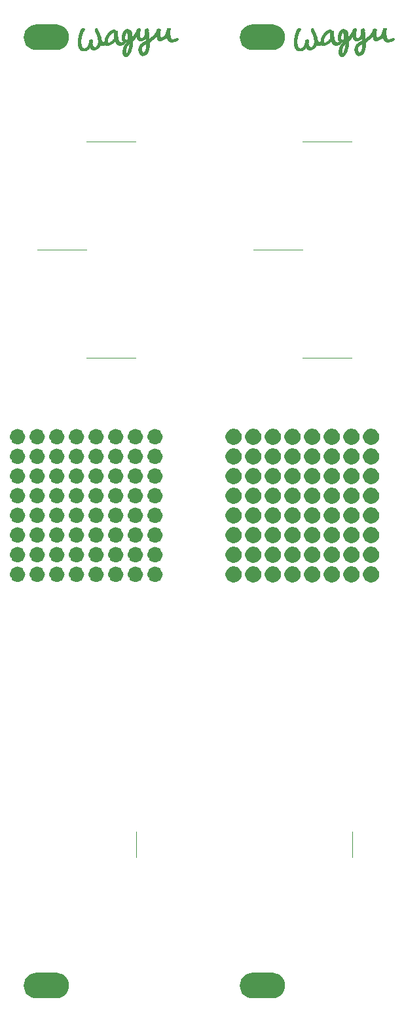
<source format=gbr>
G04 #@! TF.GenerationSoftware,KiCad,Pcbnew,(5.1.4)-1*
G04 #@! TF.CreationDate,2020-03-27T20:42:02+00:00*
G04 #@! TF.ProjectId,wagyu_front,77616779-755f-4667-926f-6e742e6b6963,rev?*
G04 #@! TF.SameCoordinates,Original*
G04 #@! TF.FileFunction,Soldermask,Top*
G04 #@! TF.FilePolarity,Negative*
%FSLAX46Y46*%
G04 Gerber Fmt 4.6, Leading zero omitted, Abs format (unit mm)*
G04 Created by KiCad (PCBNEW (5.1.4)-1) date 2020-03-27 20:42:02*
%MOMM*%
%LPD*%
G04 APERTURE LIST*
%ADD10C,0.120000*%
%ADD11C,1.016000*%
%ADD12C,0.010000*%
%ADD13C,0.100000*%
G04 APERTURE END LIST*
D10*
X97790000Y-41910000D02*
X91440000Y-41910000D01*
X85090000Y-55880000D02*
X91440000Y-55880000D01*
X97917000Y-131064000D02*
X97917000Y-134366000D01*
X91440000Y-69850000D02*
X97790000Y-69850000D01*
X63500000Y-69850000D02*
X69850000Y-69850000D01*
D11*
X72898000Y-97790000D02*
G75*
G03X72898000Y-97790000I-508000J0D01*
G01*
X70358000Y-97790000D02*
G75*
G03X70358000Y-97790000I-508000J0D01*
G01*
X67818000Y-97790000D02*
G75*
G03X67818000Y-97790000I-508000J0D01*
G01*
X65278000Y-97790000D02*
G75*
G03X65278000Y-97790000I-508000J0D01*
G01*
X62738000Y-97790000D02*
G75*
G03X62738000Y-97790000I-508000J0D01*
G01*
X60198000Y-97790000D02*
G75*
G03X60198000Y-97790000I-508000J0D01*
G01*
X57658000Y-97790000D02*
G75*
G03X57658000Y-97790000I-508000J0D01*
G01*
X55118000Y-97790000D02*
G75*
G03X55118000Y-97790000I-508000J0D01*
G01*
X72898000Y-95250000D02*
G75*
G03X72898000Y-95250000I-508000J0D01*
G01*
X70358000Y-95250000D02*
G75*
G03X70358000Y-95250000I-508000J0D01*
G01*
X67818000Y-95250000D02*
G75*
G03X67818000Y-95250000I-508000J0D01*
G01*
X65278000Y-95250000D02*
G75*
G03X65278000Y-95250000I-508000J0D01*
G01*
X62738000Y-95250000D02*
G75*
G03X62738000Y-95250000I-508000J0D01*
G01*
X60198000Y-95250000D02*
G75*
G03X60198000Y-95250000I-508000J0D01*
G01*
X57658000Y-95250000D02*
G75*
G03X57658000Y-95250000I-508000J0D01*
G01*
X55118000Y-95250000D02*
G75*
G03X55118000Y-95250000I-508000J0D01*
G01*
X72898000Y-92710000D02*
G75*
G03X72898000Y-92710000I-508000J0D01*
G01*
X70358000Y-92710000D02*
G75*
G03X70358000Y-92710000I-508000J0D01*
G01*
X67818000Y-92710000D02*
G75*
G03X67818000Y-92710000I-508000J0D01*
G01*
X65278000Y-92710000D02*
G75*
G03X65278000Y-92710000I-508000J0D01*
G01*
X62738000Y-92710000D02*
G75*
G03X62738000Y-92710000I-508000J0D01*
G01*
X60198000Y-92710000D02*
G75*
G03X60198000Y-92710000I-508000J0D01*
G01*
X57658000Y-92710000D02*
G75*
G03X57658000Y-92710000I-508000J0D01*
G01*
X55118000Y-92710000D02*
G75*
G03X55118000Y-92710000I-508000J0D01*
G01*
X72898000Y-90170000D02*
G75*
G03X72898000Y-90170000I-508000J0D01*
G01*
X70358000Y-90170000D02*
G75*
G03X70358000Y-90170000I-508000J0D01*
G01*
X67818000Y-90170000D02*
G75*
G03X67818000Y-90170000I-508000J0D01*
G01*
X65278000Y-90170000D02*
G75*
G03X65278000Y-90170000I-508000J0D01*
G01*
X62738000Y-90170000D02*
G75*
G03X62738000Y-90170000I-508000J0D01*
G01*
X60198000Y-90170000D02*
G75*
G03X60198000Y-90170000I-508000J0D01*
G01*
X57658000Y-90170000D02*
G75*
G03X57658000Y-90170000I-508000J0D01*
G01*
X55118000Y-90170000D02*
G75*
G03X55118000Y-90170000I-508000J0D01*
G01*
X72898000Y-87630000D02*
G75*
G03X72898000Y-87630000I-508000J0D01*
G01*
X70358000Y-87630000D02*
G75*
G03X70358000Y-87630000I-508000J0D01*
G01*
X67818000Y-87630000D02*
G75*
G03X67818000Y-87630000I-508000J0D01*
G01*
X65278000Y-87630000D02*
G75*
G03X65278000Y-87630000I-508000J0D01*
G01*
X62738000Y-87630000D02*
G75*
G03X62738000Y-87630000I-508000J0D01*
G01*
X60198000Y-87630000D02*
G75*
G03X60198000Y-87630000I-508000J0D01*
G01*
X57658000Y-87630000D02*
G75*
G03X57658000Y-87630000I-508000J0D01*
G01*
X55118000Y-87630000D02*
G75*
G03X55118000Y-87630000I-508000J0D01*
G01*
X72898000Y-85090000D02*
G75*
G03X72898000Y-85090000I-508000J0D01*
G01*
X70358000Y-85090000D02*
G75*
G03X70358000Y-85090000I-508000J0D01*
G01*
X67818000Y-85090000D02*
G75*
G03X67818000Y-85090000I-508000J0D01*
G01*
X65278000Y-85090000D02*
G75*
G03X65278000Y-85090000I-508000J0D01*
G01*
X62738000Y-85090000D02*
G75*
G03X62738000Y-85090000I-508000J0D01*
G01*
X60198000Y-85090000D02*
G75*
G03X60198000Y-85090000I-508000J0D01*
G01*
X57658000Y-85090000D02*
G75*
G03X57658000Y-85090000I-508000J0D01*
G01*
X55118000Y-85090000D02*
G75*
G03X55118000Y-85090000I-508000J0D01*
G01*
X72898000Y-82550000D02*
G75*
G03X72898000Y-82550000I-508000J0D01*
G01*
X70358000Y-82550000D02*
G75*
G03X70358000Y-82550000I-508000J0D01*
G01*
X67818000Y-82550000D02*
G75*
G03X67818000Y-82550000I-508000J0D01*
G01*
X65278000Y-82550000D02*
G75*
G03X65278000Y-82550000I-508000J0D01*
G01*
X62738000Y-82550000D02*
G75*
G03X62738000Y-82550000I-508000J0D01*
G01*
X60198000Y-82550000D02*
G75*
G03X60198000Y-82550000I-508000J0D01*
G01*
X57658000Y-82550000D02*
G75*
G03X57658000Y-82550000I-508000J0D01*
G01*
X55118000Y-82550000D02*
G75*
G03X55118000Y-82550000I-508000J0D01*
G01*
X72898000Y-80010000D02*
G75*
G03X72898000Y-80010000I-508000J0D01*
G01*
X70358000Y-80010000D02*
G75*
G03X70358000Y-80010000I-508000J0D01*
G01*
X67818000Y-80010000D02*
G75*
G03X67818000Y-80010000I-508000J0D01*
G01*
X65278000Y-80010000D02*
G75*
G03X65278000Y-80010000I-508000J0D01*
G01*
X62738000Y-80010000D02*
G75*
G03X62738000Y-80010000I-508000J0D01*
G01*
X60198000Y-80010000D02*
G75*
G03X60198000Y-80010000I-508000J0D01*
G01*
X57658000Y-80010000D02*
G75*
G03X57658000Y-80010000I-508000J0D01*
G01*
X55118000Y-80010000D02*
G75*
G03X55118000Y-80010000I-508000J0D01*
G01*
D10*
X69977000Y-131064000D02*
X69977000Y-134366000D01*
X57150000Y-55880000D02*
X63500000Y-55880000D01*
X69850000Y-41910000D02*
X63500000Y-41910000D01*
D12*
G36*
X90979820Y-27188449D02*
G01*
X91022967Y-27202030D01*
X91059612Y-27205408D01*
X91068322Y-27204471D01*
X91089067Y-27204117D01*
X91105427Y-27213208D01*
X91110807Y-27218261D01*
X91124601Y-27230276D01*
X91134653Y-27235983D01*
X91135344Y-27236058D01*
X91144215Y-27242436D01*
X91153331Y-27258420D01*
X91160658Y-27279281D01*
X91164159Y-27300288D01*
X91164229Y-27303189D01*
X91166494Y-27322298D01*
X91171977Y-27335226D01*
X91172299Y-27335568D01*
X91176074Y-27348658D01*
X91173219Y-27370805D01*
X91165077Y-27398937D01*
X91152994Y-27429985D01*
X91138315Y-27460879D01*
X91122384Y-27488546D01*
X91106547Y-27509919D01*
X91092147Y-27521925D01*
X91090348Y-27522674D01*
X91080442Y-27532254D01*
X91073270Y-27549466D01*
X91073092Y-27550258D01*
X91066349Y-27571495D01*
X91058073Y-27587829D01*
X91050960Y-27605281D01*
X91048115Y-27626085D01*
X91045056Y-27645255D01*
X91033803Y-27656392D01*
X91030111Y-27658229D01*
X91015094Y-27668857D01*
X91008064Y-27679174D01*
X90999242Y-27692250D01*
X90993410Y-27695988D01*
X90984204Y-27705846D01*
X90982639Y-27712987D01*
X90978229Y-27727721D01*
X90968286Y-27744058D01*
X90957974Y-27762366D01*
X90953933Y-27778889D01*
X90950482Y-27797090D01*
X90942399Y-27817570D01*
X90942315Y-27817733D01*
X90932230Y-27840106D01*
X90921643Y-27869737D01*
X90909867Y-27908782D01*
X90896216Y-27959394D01*
X90892472Y-27973938D01*
X90884438Y-28004019D01*
X90877053Y-28029260D01*
X90871425Y-28045977D01*
X90869578Y-28050049D01*
X90864666Y-28062756D01*
X90858056Y-28086259D01*
X90850553Y-28117056D01*
X90842960Y-28151647D01*
X90836082Y-28186530D01*
X90830723Y-28218205D01*
X90830288Y-28221153D01*
X90825661Y-28247393D01*
X90820355Y-28269288D01*
X90816438Y-28280055D01*
X90811566Y-28293448D01*
X90805262Y-28316581D01*
X90798738Y-28344925D01*
X90797503Y-28350874D01*
X90790264Y-28383355D01*
X90782172Y-28415036D01*
X90774896Y-28439417D01*
X90774438Y-28440743D01*
X90768496Y-28463411D01*
X90762791Y-28494788D01*
X90758326Y-28529090D01*
X90757412Y-28538715D01*
X90753593Y-28577119D01*
X90748374Y-28621848D01*
X90742706Y-28664905D01*
X90741015Y-28676600D01*
X90732442Y-28745851D01*
X90727916Y-28809477D01*
X90727465Y-28854400D01*
X90727671Y-28867920D01*
X90727909Y-28892857D01*
X90728154Y-28926114D01*
X90728382Y-28964594D01*
X90728467Y-28981400D01*
X90729581Y-29046146D01*
X90732176Y-29110513D01*
X90736041Y-29171731D01*
X90740962Y-29227030D01*
X90746728Y-29273641D01*
X90753124Y-29308793D01*
X90753798Y-29311600D01*
X90766307Y-29362666D01*
X90775504Y-29401310D01*
X90781747Y-29429149D01*
X90785396Y-29447804D01*
X90786810Y-29458892D01*
X90786858Y-29460525D01*
X90789773Y-29473145D01*
X90797394Y-29494118D01*
X90807394Y-29517391D01*
X90820750Y-29548798D01*
X90833525Y-29582752D01*
X90840363Y-29603514D01*
X90848444Y-29626751D01*
X90856561Y-29644136D01*
X90861603Y-29650686D01*
X90870261Y-29658614D01*
X90885310Y-29674579D01*
X90903844Y-29695473D01*
X90908350Y-29700714D01*
X90942685Y-29736086D01*
X90979345Y-29763207D01*
X91021250Y-29783458D01*
X91071321Y-29798220D01*
X91132477Y-29808872D01*
X91138915Y-29809713D01*
X91230960Y-29821461D01*
X91308953Y-29797955D01*
X91356195Y-29782157D01*
X91390727Y-29766906D01*
X91414020Y-29751668D01*
X91456238Y-29714125D01*
X91497219Y-29674030D01*
X91533095Y-29635305D01*
X91554612Y-29609143D01*
X91583740Y-29570678D01*
X91605857Y-29540468D01*
X91622923Y-29515362D01*
X91636898Y-29492206D01*
X91649744Y-29467848D01*
X91663421Y-29439135D01*
X91671957Y-29420458D01*
X91685564Y-29391095D01*
X91697486Y-29366525D01*
X91706170Y-29349884D01*
X91709501Y-29344620D01*
X91715082Y-29331763D01*
X91715772Y-29325400D01*
X91719012Y-29312790D01*
X91727447Y-29292293D01*
X91737543Y-29271686D01*
X91749041Y-29247226D01*
X91756931Y-29225466D01*
X91759315Y-29213164D01*
X91761824Y-29196830D01*
X91768263Y-29173405D01*
X91773747Y-29157457D01*
X91781541Y-29135485D01*
X91788197Y-29113472D01*
X91794791Y-29087332D01*
X91802401Y-29052977D01*
X91806766Y-29032200D01*
X91811441Y-29012827D01*
X91815588Y-28999543D01*
X91817289Y-28987832D01*
X91818282Y-28965461D01*
X91818445Y-28936274D01*
X91818160Y-28919633D01*
X91818144Y-28879849D01*
X91820599Y-28851790D01*
X91825787Y-28832834D01*
X91827215Y-28829830D01*
X91833662Y-28812357D01*
X91834198Y-28799164D01*
X91834142Y-28799013D01*
X91835066Y-28783537D01*
X91845205Y-28765025D01*
X91861076Y-28747471D01*
X91879196Y-28734868D01*
X91893445Y-28731029D01*
X91910256Y-28725301D01*
X91927491Y-28710737D01*
X91928105Y-28710016D01*
X91948114Y-28690008D01*
X91970385Y-28676800D01*
X91998385Y-28669202D01*
X92035578Y-28666022D01*
X92056923Y-28665715D01*
X92088692Y-28665996D01*
X92110034Y-28667501D01*
X92125033Y-28671222D01*
X92137773Y-28678149D01*
X92151626Y-28688701D01*
X92168101Y-28703554D01*
X92178439Y-28715980D01*
X92180229Y-28720469D01*
X92185300Y-28732041D01*
X92191336Y-28738470D01*
X92195182Y-28743505D01*
X92197911Y-28752535D01*
X92199623Y-28767501D01*
X92200418Y-28790342D01*
X92200398Y-28822995D01*
X92199662Y-28867401D01*
X92199165Y-28889944D01*
X92197609Y-28949026D01*
X92195843Y-28996067D01*
X92193660Y-29033542D01*
X92190852Y-29063926D01*
X92187211Y-29089691D01*
X92182530Y-29113313D01*
X92179300Y-29126836D01*
X92176731Y-29142030D01*
X92176476Y-29160471D01*
X92178788Y-29184960D01*
X92183916Y-29218300D01*
X92191011Y-29257464D01*
X92199104Y-29297616D01*
X92207766Y-29335869D01*
X92216057Y-29368344D01*
X92223035Y-29391161D01*
X92224185Y-29394211D01*
X92232460Y-29418911D01*
X92237532Y-29441574D01*
X92238286Y-29450026D01*
X92240556Y-29466371D01*
X92245337Y-29474758D01*
X92252535Y-29483478D01*
X92262587Y-29500486D01*
X92267276Y-29509658D01*
X92287198Y-29548943D01*
X92304808Y-29578065D01*
X92323258Y-29600092D01*
X92345698Y-29618091D01*
X92375280Y-29635130D01*
X92415153Y-29654277D01*
X92416408Y-29654855D01*
X92447296Y-29668369D01*
X92471287Y-29676407D01*
X92494292Y-29680324D01*
X92522221Y-29681475D01*
X92532523Y-29681484D01*
X92570481Y-29679778D01*
X92595475Y-29675094D01*
X92603627Y-29671123D01*
X92619424Y-29663331D01*
X92641452Y-29656961D01*
X92646274Y-29656046D01*
X92671637Y-29645729D01*
X92702019Y-29622924D01*
X92736560Y-29588415D01*
X92774397Y-29542984D01*
X92783037Y-29531657D01*
X92798744Y-29511513D01*
X92811708Y-29496228D01*
X92818514Y-29489612D01*
X92824794Y-29481444D01*
X92835267Y-29463783D01*
X92848038Y-29440312D01*
X92861209Y-29414711D01*
X92872886Y-29390664D01*
X92881170Y-29371852D01*
X92884172Y-29362132D01*
X92886936Y-29351655D01*
X92893921Y-29333465D01*
X92897911Y-29324221D01*
X92909006Y-29296975D01*
X92919625Y-29266857D01*
X92928369Y-29238317D01*
X92933837Y-29215806D01*
X92934972Y-29206462D01*
X92938175Y-29192292D01*
X92945972Y-29173523D01*
X92946828Y-29171837D01*
X92955502Y-29147756D01*
X92963043Y-29113172D01*
X92968876Y-29072088D01*
X92972427Y-29028504D01*
X92973165Y-28988658D01*
X92970887Y-28938019D01*
X92966068Y-28879658D01*
X92959229Y-28817656D01*
X92950897Y-28756093D01*
X92941594Y-28699049D01*
X92931844Y-28650605D01*
X92927463Y-28632743D01*
X92919162Y-28589843D01*
X92913568Y-28535014D01*
X92911312Y-28487600D01*
X92909837Y-28446680D01*
X92907733Y-28416967D01*
X92904497Y-28395151D01*
X92899627Y-28377927D01*
X92892621Y-28361985D01*
X92892080Y-28360915D01*
X92880974Y-28335675D01*
X92869479Y-28304265D01*
X92862286Y-28281086D01*
X92849345Y-28237143D01*
X92834840Y-28191743D01*
X92820126Y-28148850D01*
X92806558Y-28112426D01*
X92796374Y-28088295D01*
X92787780Y-28066511D01*
X92782953Y-28047659D01*
X92782572Y-28043210D01*
X92778974Y-28022073D01*
X92769420Y-27993291D01*
X92755771Y-27961448D01*
X92739887Y-27931130D01*
X92731857Y-27918229D01*
X92719583Y-27898134D01*
X92711664Y-27881900D01*
X92710031Y-27875774D01*
X92707048Y-27865220D01*
X92699081Y-27845131D01*
X92687558Y-27818994D01*
X92680972Y-27804877D01*
X92668258Y-27777343D01*
X92658374Y-27754463D01*
X92652732Y-27739582D01*
X92651943Y-27736161D01*
X92649019Y-27727252D01*
X92640951Y-27707663D01*
X92628796Y-27679836D01*
X92613610Y-27646212D01*
X92604115Y-27625630D01*
X92585984Y-27586324D01*
X92573213Y-27557285D01*
X92564952Y-27535662D01*
X92560352Y-27518604D01*
X92558562Y-27503258D01*
X92558735Y-27486774D01*
X92559401Y-27475543D01*
X92557891Y-27423861D01*
X92550122Y-27390200D01*
X92543792Y-27367517D01*
X92542807Y-27349754D01*
X92548253Y-27332482D01*
X92561216Y-27311272D01*
X92573719Y-27293909D01*
X92583384Y-27282573D01*
X92591058Y-27282281D01*
X92600015Y-27289465D01*
X92608602Y-27295969D01*
X92616591Y-27296216D01*
X92627849Y-27288934D01*
X92643768Y-27275075D01*
X92660325Y-27258892D01*
X92671211Y-27245724D01*
X92673738Y-27240310D01*
X92680588Y-27235769D01*
X92699451Y-27232391D01*
X92723556Y-27230772D01*
X92751329Y-27230509D01*
X92768831Y-27232597D01*
X92780228Y-27237923D01*
X92787032Y-27244305D01*
X92803491Y-27258262D01*
X92817043Y-27265739D01*
X92830424Y-27276857D01*
X92833372Y-27291549D01*
X92837418Y-27311095D01*
X92844479Y-27323388D01*
X92854319Y-27337129D01*
X92868345Y-27360551D01*
X92885433Y-27391381D01*
X92904456Y-27427352D01*
X92924290Y-27466192D01*
X92943808Y-27505631D01*
X92961886Y-27543399D01*
X92977396Y-27577227D01*
X92989215Y-27604843D01*
X92996216Y-27623978D01*
X92997497Y-27632002D01*
X92999317Y-27643928D01*
X93004431Y-27650143D01*
X93014271Y-27662943D01*
X93025672Y-27683964D01*
X93036020Y-27707524D01*
X93042705Y-27727943D01*
X93043874Y-27735909D01*
X93047139Y-27750478D01*
X93054759Y-27768473D01*
X93062413Y-27786043D01*
X93065600Y-27799116D01*
X93065600Y-27799124D01*
X93068623Y-27809989D01*
X93076637Y-27829926D01*
X93088059Y-27855069D01*
X93091000Y-27861179D01*
X93102993Y-27887069D01*
X93111934Y-27908748D01*
X93116234Y-27922298D01*
X93116400Y-27923834D01*
X93119316Y-27934788D01*
X93126962Y-27954939D01*
X93137688Y-27980443D01*
X93149844Y-28007462D01*
X93161780Y-28032154D01*
X93168109Y-28044179D01*
X93174160Y-28060090D01*
X93181532Y-28086957D01*
X93189441Y-28121376D01*
X93197100Y-28159943D01*
X93203418Y-28197245D01*
X93211988Y-28233906D01*
X93226568Y-28261003D01*
X93250217Y-28282850D01*
X93274798Y-28297869D01*
X93296360Y-28311021D01*
X93312738Y-28323602D01*
X93318835Y-28330526D01*
X93321810Y-28342415D01*
X93324922Y-28365360D01*
X93327779Y-28395910D01*
X93329762Y-28426229D01*
X93333198Y-28485656D01*
X93336721Y-28533407D01*
X93340656Y-28572320D01*
X93345322Y-28605231D01*
X93351042Y-28634978D01*
X93355694Y-28654829D01*
X93362095Y-28682185D01*
X93366818Y-28705539D01*
X93368865Y-28719938D01*
X93368873Y-28720143D01*
X93374263Y-28767010D01*
X93386564Y-28801965D01*
X93391618Y-28810080D01*
X93401699Y-28826101D01*
X93406597Y-28837542D01*
X93406686Y-28838451D01*
X93410939Y-28851623D01*
X93422538Y-28873275D01*
X93439740Y-28900569D01*
X93460806Y-28930669D01*
X93474005Y-28948161D01*
X93506093Y-28983598D01*
X93537830Y-29005848D01*
X93571222Y-29016044D01*
X93595372Y-29016707D01*
X93625139Y-29015213D01*
X93656083Y-29014304D01*
X93660686Y-29014242D01*
X93690354Y-29011449D01*
X93708143Y-29004061D01*
X93713030Y-28995103D01*
X93716952Y-28978186D01*
X93726117Y-28954322D01*
X93738308Y-28928101D01*
X93751308Y-28904110D01*
X93762902Y-28886938D01*
X93766403Y-28883429D01*
X94166789Y-28883429D01*
X94167668Y-28909151D01*
X94169797Y-28941114D01*
X94172792Y-28975475D01*
X94176268Y-29008391D01*
X94179843Y-29036017D01*
X94183132Y-29054510D01*
X94184265Y-29058444D01*
X94199760Y-29080475D01*
X94225776Y-29092975D01*
X94261879Y-29095934D01*
X94307631Y-29089341D01*
X94362598Y-29073183D01*
X94387746Y-29063771D01*
X94411242Y-29055803D01*
X94431839Y-29050991D01*
X94438654Y-29050343D01*
X94452078Y-29047362D01*
X94473484Y-29039684D01*
X94498581Y-29029204D01*
X94523080Y-29017819D01*
X94542690Y-29007425D01*
X94553121Y-28999918D01*
X94553315Y-28999667D01*
X94561177Y-28993494D01*
X94577559Y-28982926D01*
X94591696Y-28974475D01*
X94617646Y-28956996D01*
X94644800Y-28935096D01*
X94657058Y-28923682D01*
X94674800Y-28906729D01*
X94689186Y-28894385D01*
X94695657Y-28890065D01*
X94707882Y-28882081D01*
X94728210Y-28864973D01*
X94755012Y-28840387D01*
X94786660Y-28809969D01*
X94821527Y-28775364D01*
X94857984Y-28738220D01*
X94894405Y-28700181D01*
X94929160Y-28662894D01*
X94960623Y-28628005D01*
X94987165Y-28597160D01*
X94996000Y-28586372D01*
X95029424Y-28534798D01*
X95048666Y-28481000D01*
X95053766Y-28435642D01*
X95055319Y-28408160D01*
X95059028Y-28383902D01*
X95062716Y-28371622D01*
X95067659Y-28356718D01*
X95064017Y-28348362D01*
X95060902Y-28346139D01*
X95057340Y-28343241D01*
X95054413Y-28338444D01*
X95052034Y-28330337D01*
X95050111Y-28317509D01*
X95048558Y-28298549D01*
X95047283Y-28272045D01*
X95046199Y-28236589D01*
X95045215Y-28190767D01*
X95044243Y-28133170D01*
X95043260Y-28067000D01*
X95042127Y-27993900D01*
X95040984Y-27933852D01*
X95039751Y-27885395D01*
X95038350Y-27847068D01*
X95036701Y-27817410D01*
X95034726Y-27794959D01*
X95032347Y-27778254D01*
X95029483Y-27765833D01*
X95026569Y-27757453D01*
X95021613Y-27747398D01*
X95014682Y-27741819D01*
X95002097Y-27739635D01*
X94980180Y-27739767D01*
X94967898Y-27740230D01*
X94936810Y-27742723D01*
X94911846Y-27748640D01*
X94885894Y-27760044D01*
X94870118Y-27768563D01*
X94845779Y-27781411D01*
X94825434Y-27790777D01*
X94813127Y-27794817D01*
X94812467Y-27794858D01*
X94798779Y-27799994D01*
X94793920Y-27804395D01*
X94783166Y-27812699D01*
X94764078Y-27823755D01*
X94749488Y-27831035D01*
X94724283Y-27845460D01*
X94713434Y-27858384D01*
X94712972Y-27861412D01*
X94710312Y-27872523D01*
X94707120Y-27874686D01*
X94698149Y-27879024D01*
X94681179Y-27890467D01*
X94659220Y-27906658D01*
X94635278Y-27925241D01*
X94612362Y-27943859D01*
X94593481Y-27960157D01*
X94581642Y-27971777D01*
X94579528Y-27974632D01*
X94572028Y-27984885D01*
X94557039Y-28002965D01*
X94536819Y-28026359D01*
X94513625Y-28052554D01*
X94489715Y-28079037D01*
X94467347Y-28103296D01*
X94448779Y-28122817D01*
X94436269Y-28135088D01*
X94432990Y-28137720D01*
X94423951Y-28147403D01*
X94410668Y-28166570D01*
X94395332Y-28191693D01*
X94380132Y-28219246D01*
X94371004Y-28237543D01*
X94359159Y-28257302D01*
X94341624Y-28280812D01*
X94329151Y-28295310D01*
X94313269Y-28313847D01*
X94302447Y-28328983D01*
X94299315Y-28336150D01*
X94294260Y-28347492D01*
X94288429Y-28353658D01*
X94279876Y-28367626D01*
X94277543Y-28380616D01*
X94273079Y-28399365D01*
X94263490Y-28416405D01*
X94253882Y-28432948D01*
X94242545Y-28458584D01*
X94231310Y-28488333D01*
X94222011Y-28517220D01*
X94216481Y-28540266D01*
X94215779Y-28545972D01*
X94214350Y-28557960D01*
X94211104Y-28574051D01*
X94205369Y-28597032D01*
X94196474Y-28629691D01*
X94190440Y-28651200D01*
X94185218Y-28675748D01*
X94179963Y-28710784D01*
X94175086Y-28752287D01*
X94170995Y-28796239D01*
X94168101Y-28838618D01*
X94166812Y-28875406D01*
X94166789Y-28883429D01*
X93766403Y-28883429D01*
X93767508Y-28882322D01*
X93794796Y-28854848D01*
X93810203Y-28822345D01*
X93813086Y-28800310D01*
X93815295Y-28774273D01*
X93820850Y-28744674D01*
X93823630Y-28734160D01*
X93829290Y-28709115D01*
X93834460Y-28676185D01*
X93838120Y-28641990D01*
X93838421Y-28637958D01*
X93841186Y-28608432D01*
X93844767Y-28583550D01*
X93848503Y-28567636D01*
X93849482Y-28565387D01*
X93855474Y-28550873D01*
X93862151Y-28529414D01*
X93864058Y-28522167D01*
X93869907Y-28504352D01*
X93875742Y-28495140D01*
X93877885Y-28494853D01*
X93881839Y-28491001D01*
X93884163Y-28476778D01*
X93884366Y-28471486D01*
X93887679Y-28445852D01*
X93895198Y-28419638D01*
X93896106Y-28417391D01*
X93903408Y-28397422D01*
X93907254Y-28381892D01*
X93907429Y-28379579D01*
X93911058Y-28369497D01*
X93920953Y-28349917D01*
X93935625Y-28323613D01*
X93953588Y-28293355D01*
X93954600Y-28291699D01*
X93972602Y-28261870D01*
X93987437Y-28236480D01*
X93997641Y-28218094D01*
X94001750Y-28209274D01*
X94001772Y-28209068D01*
X94005980Y-28196915D01*
X94017666Y-28175363D01*
X94035420Y-28146493D01*
X94057833Y-28112381D01*
X94083494Y-28075105D01*
X94110996Y-28036745D01*
X94138928Y-27999378D01*
X94165881Y-27965081D01*
X94173788Y-27955434D01*
X94191116Y-27932930D01*
X94207373Y-27909377D01*
X94209523Y-27905966D01*
X94221639Y-27889890D01*
X94242095Y-27866439D01*
X94268520Y-27838031D01*
X94298542Y-27807083D01*
X94329789Y-27776015D01*
X94359888Y-27747244D01*
X94386469Y-27723188D01*
X94399802Y-27711975D01*
X94421159Y-27693325D01*
X94439452Y-27674859D01*
X94448140Y-27664148D01*
X94462026Y-27648984D01*
X94482740Y-27632148D01*
X94494538Y-27624247D01*
X94518165Y-27608335D01*
X94545947Y-27587663D01*
X94567829Y-27570047D01*
X94591157Y-27551702D01*
X94618974Y-27531802D01*
X94647976Y-27512486D01*
X94674855Y-27495888D01*
X94696306Y-27484147D01*
X94707782Y-27479586D01*
X94718664Y-27475655D01*
X94738041Y-27467313D01*
X94757646Y-27458275D01*
X94824281Y-27431609D01*
X94888350Y-27416940D01*
X94954312Y-27413563D01*
X95010375Y-27418373D01*
X95066826Y-27429913D01*
X95112625Y-27447513D01*
X95146776Y-27470632D01*
X95168287Y-27498733D01*
X95171229Y-27505545D01*
X95176687Y-27519922D01*
X95182010Y-27529157D01*
X95190074Y-27533999D01*
X95203756Y-27535200D01*
X95225932Y-27533509D01*
X95259478Y-27529677D01*
X95262407Y-27529339D01*
X95309805Y-27530281D01*
X95335610Y-27536739D01*
X95362279Y-27548686D01*
X95386266Y-27564807D01*
X95404574Y-27582432D01*
X95414204Y-27598892D01*
X95414583Y-27607047D01*
X95415973Y-27622322D01*
X95422333Y-27635553D01*
X95428742Y-27650752D01*
X95433559Y-27673067D01*
X95436373Y-27697850D01*
X95436773Y-27720448D01*
X95434348Y-27736212D01*
X95431595Y-27740326D01*
X95427565Y-27750253D01*
X95427963Y-27768493D01*
X95431935Y-27789841D01*
X95438628Y-27809089D01*
X95444388Y-27818425D01*
X95450345Y-27827348D01*
X95451431Y-27837996D01*
X95447543Y-27855021D01*
X95443272Y-27868711D01*
X95436474Y-27895399D01*
X95436725Y-27911028D01*
X95438196Y-27913384D01*
X95441189Y-27925902D01*
X95438183Y-27933683D01*
X95435282Y-27949207D01*
X95435693Y-27978509D01*
X95439409Y-28021236D01*
X95439835Y-28025100D01*
X95443447Y-28061776D01*
X95446110Y-28097294D01*
X95447484Y-28126612D01*
X95447538Y-28139572D01*
X95449867Y-28170283D01*
X95457102Y-28203304D01*
X95460500Y-28213589D01*
X95468856Y-28241933D01*
X95475953Y-28276099D01*
X95479355Y-28300674D01*
X95483332Y-28329191D01*
X95488869Y-28354524D01*
X95494109Y-28369626D01*
X95499644Y-28387880D01*
X95503233Y-28413709D01*
X95504000Y-28431511D01*
X95506751Y-28465713D01*
X95514669Y-28488920D01*
X95515776Y-28490611D01*
X95525299Y-28513767D01*
X95531261Y-28550918D01*
X95533650Y-28601988D01*
X95533660Y-28602971D01*
X95536937Y-28625655D01*
X95545051Y-28653328D01*
X95551616Y-28669635D01*
X95561285Y-28692708D01*
X95567713Y-28711757D01*
X95569315Y-28720162D01*
X95573408Y-28733416D01*
X95583529Y-28751174D01*
X95586298Y-28755099D01*
X95600667Y-28778051D01*
X95612397Y-28802267D01*
X95612914Y-28803600D01*
X95621057Y-28822805D01*
X95628398Y-28836602D01*
X95629213Y-28837754D01*
X95632498Y-28850022D01*
X95631079Y-28854273D01*
X95632621Y-28864159D01*
X95642214Y-28881695D01*
X95657745Y-28904167D01*
X95677102Y-28928863D01*
X95698174Y-28953068D01*
X95718848Y-28974070D01*
X95734916Y-28987661D01*
X95758085Y-29001632D01*
X95789713Y-29016770D01*
X95824236Y-29030486D01*
X95834568Y-29034016D01*
X95868123Y-29044403D01*
X95893559Y-29050322D01*
X95916298Y-29052531D01*
X95941760Y-29051792D01*
X95954311Y-29050808D01*
X95983085Y-29047353D01*
X96007878Y-29042653D01*
X96023607Y-29037684D01*
X96024223Y-29037360D01*
X96044572Y-29030251D01*
X96058266Y-29028572D01*
X96073820Y-29025963D01*
X96080943Y-29021315D01*
X96091231Y-29015109D01*
X96098785Y-29014058D01*
X96111550Y-29010168D01*
X96131423Y-29000044D01*
X96150971Y-28987916D01*
X96174950Y-28972261D01*
X96197174Y-28958563D01*
X96209758Y-28951444D01*
X96223739Y-28942682D01*
X96229712Y-28935915D01*
X96229715Y-28935823D01*
X96224450Y-28928817D01*
X96210856Y-28916247D01*
X96197332Y-28905167D01*
X96179543Y-28889802D01*
X96167665Y-28876808D01*
X96164675Y-28870896D01*
X96158938Y-28860876D01*
X96146252Y-28850101D01*
X96129468Y-28835531D01*
X96119037Y-28821880D01*
X96097836Y-28782798D01*
X96083108Y-28753230D01*
X96073606Y-28730398D01*
X96068085Y-28711522D01*
X96066913Y-28705629D01*
X96061104Y-28679437D01*
X96053119Y-28650862D01*
X96051102Y-28644597D01*
X96046280Y-28624409D01*
X96043223Y-28596781D01*
X96041777Y-28559419D01*
X96041787Y-28510028D01*
X96041829Y-28506711D01*
X96042254Y-28464014D01*
X96042418Y-28421876D01*
X96042320Y-28384648D01*
X96041960Y-28356681D01*
X96041853Y-28352447D01*
X96042160Y-28327247D01*
X96044313Y-28308191D01*
X96047466Y-28300233D01*
X96391251Y-28300233D01*
X96394032Y-28316230D01*
X96395627Y-28319550D01*
X96400430Y-28341939D01*
X96397919Y-28372494D01*
X96394986Y-28403006D01*
X96393991Y-28443979D01*
X96394924Y-28491488D01*
X96397774Y-28541612D01*
X96398406Y-28549600D01*
X96404746Y-28589631D01*
X96417481Y-28621865D01*
X96438157Y-28647615D01*
X96468318Y-28668191D01*
X96509507Y-28684907D01*
X96563270Y-28699073D01*
X96578058Y-28702207D01*
X96633044Y-28711743D01*
X96676375Y-28715561D01*
X96707528Y-28713656D01*
X96725978Y-28706021D01*
X96728090Y-28703815D01*
X96746935Y-28678220D01*
X96759015Y-28655478D01*
X96767999Y-28628349D01*
X96769823Y-28621466D01*
X96775188Y-28595766D01*
X96781287Y-28558494D01*
X96787794Y-28512553D01*
X96794384Y-28460848D01*
X96800731Y-28406282D01*
X96806508Y-28351758D01*
X96811392Y-28300180D01*
X96815055Y-28254451D01*
X96817173Y-28217476D01*
X96817533Y-28195993D01*
X96819619Y-28171103D01*
X96825468Y-28148710D01*
X96827027Y-28145193D01*
X96832097Y-28128785D01*
X96834672Y-28103587D01*
X96834932Y-28067273D01*
X96834430Y-28049183D01*
X96832835Y-28013885D01*
X96830552Y-27989893D01*
X96826947Y-27974000D01*
X96821385Y-27962998D01*
X96816145Y-27956654D01*
X96801203Y-27944791D01*
X96787843Y-27940000D01*
X96766911Y-27936629D01*
X96754246Y-27927872D01*
X96752229Y-27921570D01*
X96746213Y-27911757D01*
X96738293Y-27907527D01*
X96728428Y-27898482D01*
X96717702Y-27880135D01*
X96708297Y-27857376D01*
X96702393Y-27835093D01*
X96701429Y-27824885D01*
X96697819Y-27808608D01*
X96688816Y-27787906D01*
X96677158Y-27767726D01*
X96665585Y-27753013D01*
X96659215Y-27748668D01*
X96643435Y-27746264D01*
X96623043Y-27745179D01*
X96604499Y-27747761D01*
X96593828Y-27758249D01*
X96590831Y-27764489D01*
X96579956Y-27783741D01*
X96565179Y-27803141D01*
X96564831Y-27803526D01*
X96552494Y-27820193D01*
X96545943Y-27834912D01*
X96545748Y-27836183D01*
X96539381Y-27860647D01*
X96527336Y-27883984D01*
X96517128Y-27895830D01*
X96507328Y-27909165D01*
X96505249Y-27917303D01*
X96502710Y-27930686D01*
X96496593Y-27952078D01*
X96488696Y-27976007D01*
X96480815Y-27997001D01*
X96475137Y-28008998D01*
X96470846Y-28020517D01*
X96466198Y-28039523D01*
X96465408Y-28043550D01*
X96460622Y-28062129D01*
X96455258Y-28073575D01*
X96454180Y-28074570D01*
X96450807Y-28083586D01*
X96451826Y-28088157D01*
X96451717Y-28100979D01*
X96446521Y-28119566D01*
X96445391Y-28122396D01*
X96436678Y-28147611D01*
X96430233Y-28173314D01*
X96424023Y-28193464D01*
X96415355Y-28207908D01*
X96414162Y-28209020D01*
X96406379Y-28222803D01*
X96405032Y-28237129D01*
X96403598Y-28257125D01*
X96397391Y-28279239D01*
X96397161Y-28279801D01*
X96391251Y-28300233D01*
X96047466Y-28300233D01*
X96047728Y-28299574D01*
X96050821Y-28289556D01*
X96046611Y-28276679D01*
X96042112Y-28260149D01*
X96045787Y-28253352D01*
X96050091Y-28244170D01*
X96054406Y-28224543D01*
X96057868Y-28198514D01*
X96058161Y-28195421D01*
X96062417Y-28160775D01*
X96068261Y-28129516D01*
X96074937Y-28104599D01*
X96081690Y-28088979D01*
X96086339Y-28085143D01*
X96089725Y-28078675D01*
X96091748Y-28062410D01*
X96091982Y-28054300D01*
X96094566Y-28031543D01*
X96101182Y-28001881D01*
X96110093Y-27972658D01*
X96118914Y-27946095D01*
X96125331Y-27923702D01*
X96128062Y-27909993D01*
X96128083Y-27909352D01*
X96128953Y-27901984D01*
X96132045Y-27891448D01*
X96138131Y-27875969D01*
X96147984Y-27853770D01*
X96162375Y-27823078D01*
X96182076Y-27782115D01*
X96194885Y-27755735D01*
X96215119Y-27714308D01*
X96230492Y-27683400D01*
X96242412Y-27660442D01*
X96252290Y-27642862D01*
X96261534Y-27628089D01*
X96271553Y-27613554D01*
X96276886Y-27606135D01*
X96312546Y-27562949D01*
X96358305Y-27516765D01*
X96410913Y-27470289D01*
X96467124Y-27426226D01*
X96523690Y-27387282D01*
X96576381Y-27356668D01*
X96602844Y-27347080D01*
X96637544Y-27341985D01*
X96682372Y-27341247D01*
X96739218Y-27344728D01*
X96739945Y-27344792D01*
X96777161Y-27348608D01*
X96804450Y-27353161D01*
X96826392Y-27359628D01*
X96847569Y-27369185D01*
X96859158Y-27375410D01*
X96887933Y-27392883D01*
X96914680Y-27411761D01*
X96936652Y-27429817D01*
X96951106Y-27444822D01*
X96955429Y-27453550D01*
X96961351Y-27460695D01*
X96966315Y-27461936D01*
X96979594Y-27463657D01*
X96982643Y-27464313D01*
X96992698Y-27466474D01*
X97011032Y-27470043D01*
X97017115Y-27471185D01*
X97040141Y-27476651D01*
X97059483Y-27483159D01*
X97061995Y-27484294D01*
X97080964Y-27488850D01*
X97093223Y-27487979D01*
X97107642Y-27488373D01*
X97127579Y-27493560D01*
X97148284Y-27501641D01*
X97165005Y-27510720D01*
X97172992Y-27518897D01*
X97173143Y-27519910D01*
X97177226Y-27529927D01*
X97187407Y-27545842D01*
X97191286Y-27551098D01*
X97202723Y-27567780D01*
X97209010Y-27580234D01*
X97209429Y-27582382D01*
X97214442Y-27592849D01*
X97220315Y-27598915D01*
X97229608Y-27612752D01*
X97231200Y-27620686D01*
X97236434Y-27636089D01*
X97241557Y-27642018D01*
X97248780Y-27657309D01*
X97248077Y-27674256D01*
X97248578Y-27694585D01*
X97255192Y-27725670D01*
X97268141Y-27768509D01*
X97271052Y-27777221D01*
X97283678Y-27818906D01*
X97295395Y-27865201D01*
X97304482Y-27908972D01*
X97307699Y-27929115D01*
X97316971Y-27995323D01*
X97326832Y-28060937D01*
X97338270Y-28132474D01*
X97341829Y-28154086D01*
X97346727Y-28190077D01*
X97350583Y-28229904D01*
X97352143Y-28255686D01*
X97353647Y-28287315D01*
X97355717Y-28308848D01*
X97358980Y-28324700D01*
X97364006Y-28339143D01*
X97368311Y-28354844D01*
X97370545Y-28368172D01*
X97376841Y-28382878D01*
X97388532Y-28386399D01*
X97402139Y-28379034D01*
X97412561Y-28364543D01*
X97424126Y-28346384D01*
X97441190Y-28324743D01*
X97450669Y-28314204D01*
X97467012Y-28295212D01*
X97479019Y-28277979D01*
X97482552Y-28270662D01*
X97489790Y-28256324D01*
X97502836Y-28236826D01*
X97510618Y-28226658D01*
X97524874Y-28207161D01*
X97543144Y-28179718D01*
X97562338Y-28149038D01*
X97570153Y-28135943D01*
X97599124Y-28087385D01*
X97623446Y-28048757D01*
X97645172Y-28017114D01*
X97666356Y-27989514D01*
X97689053Y-27963013D01*
X97696853Y-27954413D01*
X97707201Y-27941295D01*
X97721635Y-27920805D01*
X97733703Y-27902519D01*
X97751043Y-27877115D01*
X97769382Y-27852825D01*
X97780048Y-27840180D01*
X97796517Y-27818102D01*
X97809598Y-27793790D01*
X97811325Y-27789380D01*
X97822401Y-27767009D01*
X97838745Y-27742989D01*
X97845428Y-27734965D01*
X97859606Y-27717075D01*
X97868407Y-27701994D01*
X97869829Y-27696710D01*
X97873633Y-27684215D01*
X97883196Y-27665871D01*
X97887896Y-27658387D01*
X97905947Y-27623370D01*
X97920563Y-27580146D01*
X97929684Y-27534957D01*
X97930282Y-27529972D01*
X97935980Y-27487274D01*
X97942474Y-27457036D01*
X97950317Y-27437204D01*
X97957789Y-27427581D01*
X97968472Y-27411905D01*
X97971429Y-27399428D01*
X97973703Y-27384298D01*
X97976872Y-27378126D01*
X97982127Y-27366635D01*
X97983054Y-27360587D01*
X97984393Y-27342619D01*
X97984869Y-27337301D01*
X97991821Y-27327597D01*
X98007508Y-27318349D01*
X98010657Y-27317122D01*
X98033213Y-27306926D01*
X98057392Y-27293148D01*
X98061779Y-27290264D01*
X98081674Y-27279057D01*
X98099326Y-27272809D01*
X98103471Y-27272343D01*
X98118182Y-27269239D01*
X98140102Y-27261230D01*
X98157382Y-27253444D01*
X98180081Y-27243278D01*
X98198885Y-27238297D01*
X98220083Y-27237521D01*
X98246279Y-27239594D01*
X98285399Y-27247310D01*
X98321751Y-27261323D01*
X98351835Y-27279775D01*
X98372149Y-27300810D01*
X98376345Y-27308539D01*
X98389412Y-27343611D01*
X98398433Y-27376956D01*
X98402701Y-27405076D01*
X98401510Y-27424471D01*
X98400344Y-27427419D01*
X98395494Y-27444252D01*
X98393109Y-27467616D01*
X98393070Y-27475543D01*
X98392470Y-27508684D01*
X98389476Y-27539258D01*
X98384661Y-27564116D01*
X98378598Y-27580108D01*
X98373287Y-27584400D01*
X98363432Y-27590841D01*
X98354398Y-27606971D01*
X98348031Y-27628000D01*
X98346180Y-27649140D01*
X98346597Y-27653587D01*
X98345771Y-27671947D01*
X98340551Y-27697443D01*
X98334065Y-27718658D01*
X98324592Y-27748232D01*
X98316684Y-27778173D01*
X98313292Y-27794858D01*
X98308371Y-27818305D01*
X98302362Y-27837657D01*
X98300399Y-27842029D01*
X98298078Y-27848970D01*
X98296640Y-27860301D01*
X98296141Y-27877394D01*
X98296634Y-27901620D01*
X98298174Y-27934354D01*
X98300817Y-27976966D01*
X98304617Y-28030829D01*
X98309629Y-28097315D01*
X98311598Y-28122767D01*
X98314845Y-28158897D01*
X98318507Y-28190579D01*
X98322151Y-28214552D01*
X98325343Y-28227550D01*
X98325555Y-28227996D01*
X98330383Y-28241810D01*
X98336191Y-28264687D01*
X98341076Y-28288343D01*
X98352194Y-28330493D01*
X98369238Y-28373091D01*
X98390437Y-28413164D01*
X98414020Y-28447736D01*
X98438217Y-28473834D01*
X98459895Y-28487963D01*
X98496142Y-28495503D01*
X98540838Y-28493331D01*
X98592125Y-28481951D01*
X98648143Y-28461868D01*
X98707034Y-28433588D01*
X98748278Y-28409617D01*
X98777307Y-28387960D01*
X98809764Y-28357970D01*
X98843195Y-28322558D01*
X98875148Y-28284636D01*
X98903170Y-28247114D01*
X98924808Y-28212903D01*
X98937593Y-28184962D01*
X98944867Y-28163901D01*
X98951691Y-28146829D01*
X98970854Y-28097481D01*
X98988475Y-28038165D01*
X99003280Y-27973425D01*
X99008701Y-27943629D01*
X99014400Y-27909446D01*
X99020436Y-27873207D01*
X99024414Y-27849286D01*
X99028434Y-27821661D01*
X99031146Y-27796497D01*
X99031845Y-27783972D01*
X99032582Y-27743827D01*
X99033997Y-27701111D01*
X99035907Y-27659415D01*
X99038131Y-27622332D01*
X99040484Y-27593456D01*
X99042238Y-27579271D01*
X99042373Y-27542482D01*
X99035725Y-27519781D01*
X99028832Y-27499413D01*
X99028472Y-27484099D01*
X99034507Y-27466001D01*
X99034764Y-27465386D01*
X99041373Y-27441435D01*
X99038187Y-27421005D01*
X99038153Y-27420915D01*
X99034960Y-27401734D01*
X99041829Y-27386296D01*
X99050246Y-27370030D01*
X99052743Y-27359079D01*
X99057710Y-27346435D01*
X99069778Y-27331463D01*
X99070886Y-27330400D01*
X99083238Y-27316485D01*
X99088978Y-27305461D01*
X99089029Y-27304767D01*
X99095583Y-27299305D01*
X99113137Y-27291895D01*
X99138530Y-27283769D01*
X99152529Y-27279989D01*
X99185219Y-27271338D01*
X99216256Y-27262582D01*
X99240237Y-27255262D01*
X99245300Y-27253557D01*
X99280673Y-27244685D01*
X99312676Y-27245767D01*
X99344696Y-27255427D01*
X99384754Y-27275175D01*
X99418458Y-27299732D01*
X99442395Y-27326429D01*
X99448060Y-27336246D01*
X99455913Y-27358238D01*
X99462800Y-27387420D01*
X99466315Y-27410229D01*
X99468538Y-27439639D01*
X99466870Y-27460640D01*
X99460694Y-27478963D01*
X99458414Y-27483716D01*
X99450965Y-27500983D01*
X99448358Y-27512129D01*
X99448823Y-27513604D01*
X99450605Y-27521880D01*
X99452674Y-27541538D01*
X99454748Y-27569455D01*
X99456247Y-27596146D01*
X99458605Y-27634223D01*
X99461802Y-27672188D01*
X99465333Y-27704486D01*
X99467374Y-27718658D01*
X99471316Y-27747782D01*
X99474947Y-27784076D01*
X99477544Y-27820202D01*
X99477737Y-27823886D01*
X99480071Y-27858236D01*
X99483982Y-27902669D01*
X99489016Y-27952897D01*
X99494722Y-28004633D01*
X99500648Y-28053588D01*
X99506342Y-28095473D01*
X99506424Y-28096029D01*
X99508973Y-28117433D01*
X99512197Y-28150940D01*
X99515901Y-28194162D01*
X99519885Y-28244715D01*
X99523955Y-28300213D01*
X99527256Y-28348329D01*
X99529477Y-28375834D01*
X99531968Y-28397613D01*
X99534254Y-28409686D01*
X99534649Y-28410592D01*
X99536301Y-28419711D01*
X99538196Y-28440394D01*
X99540116Y-28469699D01*
X99541841Y-28504683D01*
X99542047Y-28509701D01*
X99544097Y-28551030D01*
X99546785Y-28579982D01*
X99550741Y-28598695D01*
X99556596Y-28609306D01*
X99564978Y-28613951D01*
X99573015Y-28614804D01*
X99584609Y-28609605D01*
X99586167Y-28607620D01*
X99593329Y-28600510D01*
X99609556Y-28586467D01*
X99632472Y-28567492D01*
X99659704Y-28545586D01*
X99660981Y-28544572D01*
X99690544Y-28520680D01*
X99717986Y-28497699D01*
X99740109Y-28478356D01*
X99753058Y-28466074D01*
X99766096Y-28453678D01*
X99788257Y-28433928D01*
X99817411Y-28408634D01*
X99851427Y-28379610D01*
X99888175Y-28348666D01*
X99925525Y-28317614D01*
X99961345Y-28288266D01*
X99977338Y-28275342D01*
X99998649Y-28257912D01*
X100018390Y-28241284D01*
X100025200Y-28235354D01*
X100042430Y-28221386D01*
X100064705Y-28204954D01*
X100074040Y-28198484D01*
X100091181Y-28185479D01*
X100110314Y-28167886D01*
X100133171Y-28143900D01*
X100161482Y-28111718D01*
X100192569Y-28074835D01*
X100207784Y-28054601D01*
X100224369Y-28029753D01*
X100230438Y-28019829D01*
X100247946Y-27993504D01*
X100268627Y-27966834D01*
X100275340Y-27959156D01*
X100289963Y-27941318D01*
X100299243Y-27926431D01*
X100300972Y-27920828D01*
X100306843Y-27909519D01*
X100312194Y-27906210D01*
X100321439Y-27897687D01*
X100333455Y-27880252D01*
X100342023Y-27864709D01*
X100354811Y-27841219D01*
X100367475Y-27821220D01*
X100373819Y-27813000D01*
X100388761Y-27793255D01*
X100407976Y-27762963D01*
X100429974Y-27724900D01*
X100453265Y-27681840D01*
X100476359Y-27636558D01*
X100497767Y-27591830D01*
X100515999Y-27550431D01*
X100519913Y-27540858D01*
X100533055Y-27503592D01*
X100538387Y-27476145D01*
X100537912Y-27462695D01*
X100538965Y-27433748D01*
X100549229Y-27404875D01*
X100566248Y-27382148D01*
X100572419Y-27377361D01*
X100588368Y-27361875D01*
X100598106Y-27345901D01*
X100613861Y-27326384D01*
X100633311Y-27316289D01*
X100654579Y-27306445D01*
X100671524Y-27294791D01*
X100673183Y-27293177D01*
X100689751Y-27281560D01*
X100704428Y-27281179D01*
X100711218Y-27287210D01*
X100719283Y-27290013D01*
X100730276Y-27282471D01*
X100740892Y-27267345D01*
X100744400Y-27259505D01*
X100751695Y-27248330D01*
X100758277Y-27247008D01*
X100762409Y-27255811D01*
X100761385Y-27258502D01*
X100764632Y-27262088D01*
X100779868Y-27261666D01*
X100786508Y-27260727D01*
X100820113Y-27260870D01*
X100841192Y-27268021D01*
X100864816Y-27275469D01*
X100884369Y-27275525D01*
X100908734Y-27274076D01*
X100926873Y-27282016D01*
X100934486Y-27294268D01*
X100943642Y-27307338D01*
X100956877Y-27315557D01*
X100971181Y-27325608D01*
X100987690Y-27343715D01*
X100997310Y-27357373D01*
X101011137Y-27382927D01*
X101017088Y-27405625D01*
X101017612Y-27427833D01*
X101015499Y-27450624D01*
X101009950Y-27464127D01*
X100998594Y-27473528D01*
X100996070Y-27475004D01*
X100983350Y-27484358D01*
X100977463Y-27496786D01*
X100975939Y-27517766D01*
X100975932Y-27519691D01*
X100974934Y-27540623D01*
X100972467Y-27554942D01*
X100971070Y-27557768D01*
X100964038Y-27569508D01*
X100956724Y-27588558D01*
X100950541Y-27609931D01*
X100946899Y-27628639D01*
X100947210Y-27639692D01*
X100947691Y-27640388D01*
X100953167Y-27654167D01*
X100955952Y-27681299D01*
X100955965Y-27720860D01*
X100955579Y-27731358D01*
X100952938Y-27754522D01*
X100947226Y-27764911D01*
X100943867Y-27765829D01*
X100936987Y-27772150D01*
X100930716Y-27787412D01*
X100926475Y-27806067D01*
X100925690Y-27822566D01*
X100927584Y-27829314D01*
X100929561Y-27839024D01*
X100931380Y-27859152D01*
X100932683Y-27885600D01*
X100932801Y-27889452D01*
X100934375Y-27916864D01*
X100937104Y-27938921D01*
X100940433Y-27951301D01*
X100940847Y-27951932D01*
X100946329Y-27965776D01*
X100950498Y-27988230D01*
X100952766Y-28013409D01*
X100952547Y-28035426D01*
X100950290Y-28046576D01*
X100946331Y-28061018D01*
X100946439Y-28067000D01*
X100947598Y-28077319D01*
X100948954Y-28098040D01*
X100950246Y-28125058D01*
X100950467Y-28130664D01*
X100952548Y-28158969D01*
X100956092Y-28182290D01*
X100960398Y-28196243D01*
X100961167Y-28197382D01*
X100968865Y-28212694D01*
X100976359Y-28237209D01*
X100982534Y-28265643D01*
X100986271Y-28292716D01*
X100986455Y-28313144D01*
X100986102Y-28315333D01*
X100986833Y-28337435D01*
X100995163Y-28365830D01*
X100997125Y-28370588D01*
X101005788Y-28393154D01*
X101011227Y-28411886D01*
X101012172Y-28418588D01*
X101018731Y-28429785D01*
X101035623Y-28440157D01*
X101058670Y-28448570D01*
X101083693Y-28453889D01*
X101106514Y-28454983D01*
X101122955Y-28450716D01*
X101125020Y-28449200D01*
X101135390Y-28443400D01*
X101154414Y-28435161D01*
X101168200Y-28429871D01*
X101195646Y-28418392D01*
X101222508Y-28404931D01*
X101231556Y-28399643D01*
X101250393Y-28389176D01*
X101265245Y-28383213D01*
X101268531Y-28382686D01*
X101280719Y-28377713D01*
X101290564Y-28369285D01*
X101305518Y-28358343D01*
X101326557Y-28348817D01*
X101330223Y-28347636D01*
X101353445Y-28337158D01*
X101373487Y-28322560D01*
X101375128Y-28320895D01*
X101392385Y-28308179D01*
X101417294Y-28296221D01*
X101432750Y-28290956D01*
X101462527Y-28279372D01*
X101488569Y-28263861D01*
X101495994Y-28257676D01*
X101514505Y-28241833D01*
X101531946Y-28229579D01*
X101535599Y-28227562D01*
X101549731Y-28216616D01*
X101565943Y-28198702D01*
X101572152Y-28190312D01*
X101583513Y-28171334D01*
X101597708Y-28144099D01*
X101613122Y-28112158D01*
X101628140Y-28079062D01*
X101641147Y-28048365D01*
X101650528Y-28023617D01*
X101654600Y-28008943D01*
X101659062Y-27991665D01*
X101667837Y-27966695D01*
X101678816Y-27939358D01*
X101689889Y-27914979D01*
X101697095Y-27901665D01*
X101706496Y-27881940D01*
X101711962Y-27864814D01*
X101718039Y-27844781D01*
X101727201Y-27820538D01*
X101729974Y-27814014D01*
X101750281Y-27765326D01*
X101764920Y-27724149D01*
X101774667Y-27689629D01*
X101780740Y-27667414D01*
X101786256Y-27650900D01*
X101788505Y-27646086D01*
X101793337Y-27635149D01*
X101799951Y-27615936D01*
X101802939Y-27606172D01*
X101811293Y-27578270D01*
X101819951Y-27550052D01*
X101821761Y-27544270D01*
X101833613Y-27498643D01*
X101840872Y-27449404D01*
X101842701Y-27428372D01*
X101848936Y-27382301D01*
X101860002Y-27338392D01*
X101874612Y-27300692D01*
X101891481Y-27273250D01*
X101892254Y-27272343D01*
X101915295Y-27249814D01*
X101941466Y-27233287D01*
X101973510Y-27221806D01*
X102014173Y-27214419D01*
X102066198Y-27210168D01*
X102071715Y-27209898D01*
X102107011Y-27207904D01*
X102144418Y-27205257D01*
X102171796Y-27202904D01*
X102217448Y-27198453D01*
X102248904Y-27229955D01*
X102268136Y-27251309D01*
X102278954Y-27270378D01*
X102284680Y-27293421D01*
X102285488Y-27298925D01*
X102287172Y-27329517D01*
X102282999Y-27350547D01*
X102282410Y-27351728D01*
X102275915Y-27369423D01*
X102271096Y-27391972D01*
X102270812Y-27394089D01*
X102265577Y-27419141D01*
X102257619Y-27442296D01*
X102257349Y-27442886D01*
X102251176Y-27463537D01*
X102247417Y-27490082D01*
X102246928Y-27500943D01*
X102245660Y-27526462D01*
X102242651Y-27559455D01*
X102238533Y-27593076D01*
X102238218Y-27595286D01*
X102232648Y-27639822D01*
X102228636Y-27683927D01*
X102226270Y-27724965D01*
X102225637Y-27760301D01*
X102226827Y-27787296D01*
X102229927Y-27803316D01*
X102231188Y-27805521D01*
X102235981Y-27817577D01*
X102231126Y-27831602D01*
X102226441Y-27845913D01*
X102230513Y-27852384D01*
X102237328Y-27862370D01*
X102242909Y-27879775D01*
X102243055Y-27880490D01*
X102244830Y-27896803D01*
X102240407Y-27903147D01*
X102235908Y-27903715D01*
X102225720Y-27909277D01*
X102224115Y-27914886D01*
X102225088Y-27934288D01*
X102227666Y-27961042D01*
X102231333Y-27991430D01*
X102235574Y-28021736D01*
X102239872Y-28048241D01*
X102243714Y-28067227D01*
X102246268Y-28074717D01*
X102250942Y-28086862D01*
X102253579Y-28105863D01*
X102253648Y-28107397D01*
X102256322Y-28138324D01*
X102261381Y-28165689D01*
X102267962Y-28186440D01*
X102275201Y-28197523D01*
X102279377Y-28198313D01*
X102288036Y-28200241D01*
X102289429Y-28205890D01*
X102284811Y-28213960D01*
X102279106Y-28213363D01*
X102273035Y-28213645D01*
X102270968Y-28222671D01*
X102272288Y-28243181D01*
X102272314Y-28243430D01*
X102276288Y-28265240D01*
X102282256Y-28281068D01*
X102285150Y-28284715D01*
X102300008Y-28303268D01*
X102312685Y-28332168D01*
X102321466Y-28367256D01*
X102322800Y-28376108D01*
X102328439Y-28403414D01*
X102338150Y-28436419D01*
X102349107Y-28466143D01*
X102360332Y-28493694D01*
X102369942Y-28518361D01*
X102375970Y-28535085D01*
X102376206Y-28535824D01*
X102395217Y-28576032D01*
X102425184Y-28609298D01*
X102466873Y-28636188D01*
X102521052Y-28657266D01*
X102552800Y-28665740D01*
X102575673Y-28670849D01*
X102593772Y-28673560D01*
X102611168Y-28673708D01*
X102631933Y-28671132D01*
X102660141Y-28665668D01*
X102684452Y-28660479D01*
X102717212Y-28652961D01*
X102744825Y-28645777D01*
X102764121Y-28639806D01*
X102771666Y-28636293D01*
X102783279Y-28631452D01*
X102801550Y-28629429D01*
X102801620Y-28629429D01*
X102820688Y-28626188D01*
X102833715Y-28618543D01*
X102847063Y-28611093D01*
X102867933Y-28607696D01*
X102870430Y-28607658D01*
X102890153Y-28604986D01*
X102912202Y-28595878D01*
X102940369Y-28578689D01*
X102945812Y-28575000D01*
X102977493Y-28555279D01*
X103002001Y-28544846D01*
X103018821Y-28542343D01*
X103040494Y-28538526D01*
X103062211Y-28525473D01*
X103072245Y-28516943D01*
X103095270Y-28498831D01*
X103112420Y-28492301D01*
X103125790Y-28496806D01*
X103130623Y-28501665D01*
X103143401Y-28509933D01*
X103162337Y-28515609D01*
X103162355Y-28515611D01*
X103183682Y-28520060D01*
X103211282Y-28527032D01*
X103239794Y-28535035D01*
X103263852Y-28542579D01*
X103276400Y-28547331D01*
X103292984Y-28551868D01*
X103301800Y-28552782D01*
X103313779Y-28558232D01*
X103315710Y-28565929D01*
X103314875Y-28582422D01*
X103313896Y-28600835D01*
X103307478Y-28619621D01*
X103291668Y-28643450D01*
X103269133Y-28669293D01*
X103242543Y-28694118D01*
X103214567Y-28714897D01*
X103211993Y-28716515D01*
X103194984Y-28729214D01*
X103185182Y-28740840D01*
X103184151Y-28745073D01*
X103178690Y-28754138D01*
X103159584Y-28764537D01*
X103126490Y-28776444D01*
X103116947Y-28779389D01*
X103109944Y-28783070D01*
X103116084Y-28788676D01*
X103116804Y-28789124D01*
X103120906Y-28794648D01*
X103113568Y-28800948D01*
X103102158Y-28806228D01*
X103084130Y-28812133D01*
X103071685Y-28813227D01*
X103070337Y-28812716D01*
X103066947Y-28813240D01*
X103068242Y-28815963D01*
X103065267Y-28823273D01*
X103052382Y-28832842D01*
X103045778Y-28836329D01*
X103022512Y-28847705D01*
X103000826Y-28858555D01*
X102998312Y-28859838D01*
X102983109Y-28866054D01*
X102974299Y-28866747D01*
X102974122Y-28866598D01*
X102966678Y-28867963D01*
X102957001Y-28874962D01*
X102941785Y-28888313D01*
X102932816Y-28895846D01*
X102917823Y-28901847D01*
X102889120Y-28906944D01*
X102847489Y-28911012D01*
X102831296Y-28912092D01*
X102827579Y-28917755D01*
X102828293Y-28921529D01*
X102824133Y-28927761D01*
X102806822Y-28933681D01*
X102779912Y-28938875D01*
X102739769Y-28945939D01*
X102700261Y-28953953D01*
X102664744Y-28962138D01*
X102636570Y-28969717D01*
X102619094Y-28975913D01*
X102618194Y-28976359D01*
X102590482Y-28985076D01*
X102551717Y-28989444D01*
X102504584Y-28989803D01*
X102451764Y-28986494D01*
X102395941Y-28979856D01*
X102339798Y-28970231D01*
X102286019Y-28957959D01*
X102237287Y-28943381D01*
X102196285Y-28926837D01*
X102185762Y-28921471D01*
X102168269Y-28909377D01*
X102145419Y-28889917D01*
X102119347Y-28865347D01*
X102092185Y-28837926D01*
X102066067Y-28809913D01*
X102043127Y-28783565D01*
X102025498Y-28761141D01*
X102015314Y-28744898D01*
X102013658Y-28739308D01*
X102007998Y-28729937D01*
X102000317Y-28724400D01*
X101991758Y-28715099D01*
X101979189Y-28695817D01*
X101964355Y-28669898D01*
X101948999Y-28640686D01*
X101934867Y-28611526D01*
X101923703Y-28585761D01*
X101917252Y-28566735D01*
X101916695Y-28564115D01*
X101907281Y-28521958D01*
X101894727Y-28487141D01*
X101888821Y-28474650D01*
X101879228Y-28457358D01*
X101869961Y-28450155D01*
X101855179Y-28449993D01*
X101844494Y-28451507D01*
X101827176Y-28454525D01*
X101810700Y-28458567D01*
X101792725Y-28464584D01*
X101770911Y-28473524D01*
X101742918Y-28486340D01*
X101706406Y-28503981D01*
X101665315Y-28524279D01*
X101593613Y-28560969D01*
X101531298Y-28595119D01*
X101479725Y-28625949D01*
X101440251Y-28652681D01*
X101436030Y-28655853D01*
X101417058Y-28667171D01*
X101399501Y-28672825D01*
X101397163Y-28672972D01*
X101380866Y-28677522D01*
X101362190Y-28688698D01*
X101359416Y-28690926D01*
X101340791Y-28702825D01*
X101314578Y-28715119D01*
X101293054Y-28722961D01*
X101233711Y-28745211D01*
X101170358Y-28775554D01*
X101139172Y-28792831D01*
X101116290Y-28803524D01*
X101094190Y-28809869D01*
X101088372Y-28810519D01*
X101067801Y-28814284D01*
X101043670Y-28822613D01*
X101037572Y-28825372D01*
X101016261Y-28834233D01*
X100998139Y-28839406D01*
X100994029Y-28839897D01*
X100976849Y-28843846D01*
X100961372Y-28850772D01*
X100942554Y-28856904D01*
X100915333Y-28860421D01*
X100884497Y-28861329D01*
X100854837Y-28859638D01*
X100831139Y-28855355D01*
X100820285Y-28850541D01*
X100801648Y-28841915D01*
X100788762Y-28839886D01*
X100773129Y-28834935D01*
X100767970Y-28827047D01*
X100760169Y-28815156D01*
X100744686Y-28800855D01*
X100738365Y-28796222D01*
X100703192Y-28764004D01*
X100674835Y-28721415D01*
X100659649Y-28685148D01*
X100651777Y-28662766D01*
X100644807Y-28645894D01*
X100641740Y-28640315D01*
X100637094Y-28629401D01*
X100631537Y-28609651D01*
X100628641Y-28596772D01*
X100622665Y-28570273D01*
X100614539Y-28537513D01*
X100607138Y-28509686D01*
X100601142Y-28485032D01*
X100593663Y-28449757D01*
X100585439Y-28407584D01*
X100577204Y-28362236D01*
X100572340Y-28333700D01*
X100565418Y-28293160D01*
X100559042Y-28258121D01*
X100553662Y-28230874D01*
X100549726Y-28213709D01*
X100547843Y-28208756D01*
X100537843Y-28214350D01*
X100523003Y-28227830D01*
X100507177Y-28245460D01*
X100499185Y-28255943D01*
X100483736Y-28275982D01*
X100463803Y-28299338D01*
X100442142Y-28323079D01*
X100421508Y-28344275D01*
X100404657Y-28359996D01*
X100394571Y-28367226D01*
X100383235Y-28373485D01*
X100365075Y-28386340D01*
X100338784Y-28406772D01*
X100303060Y-28435763D01*
X100299211Y-28438929D01*
X100281871Y-28452405D01*
X100269009Y-28460942D01*
X100265164Y-28462515D01*
X100258498Y-28468346D01*
X100251733Y-28480129D01*
X100239780Y-28495175D01*
X100221374Y-28508296D01*
X100219393Y-28509281D01*
X100195606Y-28523584D01*
X100170912Y-28543024D01*
X100150876Y-28562973D01*
X100144335Y-28571706D01*
X100136115Y-28580542D01*
X100119221Y-28596021D01*
X100096395Y-28615826D01*
X100070376Y-28637634D01*
X100043906Y-28659127D01*
X100019726Y-28677983D01*
X100011736Y-28683954D01*
X99994647Y-28697934D01*
X99973970Y-28716724D01*
X99964438Y-28725993D01*
X99939945Y-28748436D01*
X99905828Y-28776846D01*
X99864661Y-28809317D01*
X99819012Y-28843944D01*
X99771454Y-28878821D01*
X99724558Y-28912042D01*
X99680894Y-28941703D01*
X99643034Y-28965897D01*
X99631120Y-28973019D01*
X99604464Y-28992306D01*
X99589295Y-29014278D01*
X99583479Y-29043022D01*
X99583546Y-29064281D01*
X99583758Y-29089072D01*
X99582531Y-29118107D01*
X99580210Y-29148113D01*
X99577143Y-29175819D01*
X99573675Y-29197952D01*
X99570153Y-29211239D01*
X99567750Y-29213474D01*
X99559494Y-29212936D01*
X99556462Y-29220693D01*
X99559529Y-29231192D01*
X99564173Y-29236153D01*
X99573245Y-29249565D01*
X99572049Y-29258637D01*
X99569264Y-29272298D01*
X99566855Y-29295391D01*
X99565383Y-29321986D01*
X99563173Y-29351586D01*
X99559040Y-29369950D01*
X99554987Y-29375205D01*
X99547383Y-29384017D01*
X99547585Y-29398366D01*
X99555361Y-29411700D01*
X99556301Y-29412525D01*
X99562367Y-29424968D01*
X99565907Y-29447008D01*
X99566902Y-29473944D01*
X99565337Y-29501078D01*
X99561194Y-29523710D01*
X99556736Y-29534379D01*
X99550767Y-29549164D01*
X99554005Y-29555035D01*
X99557848Y-29564966D01*
X99559055Y-29586504D01*
X99557975Y-29617051D01*
X99554955Y-29654010D01*
X99550344Y-29694783D01*
X99544490Y-29736774D01*
X99537743Y-29777384D01*
X99530451Y-29814017D01*
X99522961Y-29844074D01*
X99515624Y-29864959D01*
X99511479Y-29871960D01*
X99504243Y-29890172D01*
X99504713Y-29904370D01*
X99505349Y-29922619D01*
X99502733Y-29947495D01*
X99497795Y-29974526D01*
X99491462Y-29999241D01*
X99484663Y-30017169D01*
X99480010Y-30023360D01*
X99471249Y-30034757D01*
X99469002Y-30042177D01*
X99462092Y-30083030D01*
X99455289Y-30116037D01*
X99449107Y-30138975D01*
X99444251Y-30149437D01*
X99438794Y-30161634D01*
X99437372Y-30173452D01*
X99434912Y-30184821D01*
X99430198Y-30186137D01*
X99425839Y-30187155D01*
X99426724Y-30191346D01*
X99425038Y-30202737D01*
X99416359Y-30219636D01*
X99412127Y-30225790D01*
X99400763Y-30242617D01*
X99394353Y-30254869D01*
X99393829Y-30257133D01*
X99390001Y-30267143D01*
X99380748Y-30282326D01*
X99380322Y-30282937D01*
X99368659Y-30303514D01*
X99358685Y-30327311D01*
X99358179Y-30328834D01*
X99349812Y-30348642D01*
X99340415Y-30362875D01*
X99338945Y-30364264D01*
X99329856Y-30375876D01*
X99318832Y-30395350D01*
X99313636Y-30406315D01*
X99299417Y-30432079D01*
X99281553Y-30456496D01*
X99275620Y-30462981D01*
X99258435Y-30480539D01*
X99243813Y-30495963D01*
X99240565Y-30499526D01*
X99227793Y-30512367D01*
X99207088Y-30531700D01*
X99181641Y-30554696D01*
X99154641Y-30578525D01*
X99129279Y-30600355D01*
X99108746Y-30617357D01*
X99100638Y-30623646D01*
X99081880Y-30635858D01*
X99056192Y-30650539D01*
X99034600Y-30661762D01*
X99010554Y-30673736D01*
X98990724Y-30683819D01*
X98980172Y-30689410D01*
X98938905Y-30708710D01*
X98892531Y-30721692D01*
X98864058Y-30726628D01*
X98832743Y-30731666D01*
X98802917Y-30737256D01*
X98781022Y-30742192D01*
X98780981Y-30742203D01*
X98756614Y-30745340D01*
X98723003Y-30745276D01*
X98684262Y-30742503D01*
X98644509Y-30737513D01*
X98607858Y-30730797D01*
X98578425Y-30722847D01*
X98563246Y-30716180D01*
X98523007Y-30688833D01*
X98484393Y-30657565D01*
X98451780Y-30626113D01*
X98435886Y-30607360D01*
X98418791Y-30584727D01*
X98402745Y-30563577D01*
X98395467Y-30554037D01*
X98388991Y-30545115D01*
X98381569Y-30533712D01*
X98372109Y-30517938D01*
X98359519Y-30495904D01*
X98342709Y-30465720D01*
X98320587Y-30425495D01*
X98308710Y-30403800D01*
X98295902Y-30381543D01*
X98284304Y-30363310D01*
X98278917Y-30356057D01*
X98271208Y-30340099D01*
X98268972Y-30325467D01*
X98263979Y-30307321D01*
X98251179Y-30286375D01*
X98247064Y-30281383D01*
X98227941Y-30252171D01*
X98212922Y-30215427D01*
X98204564Y-30178051D01*
X98203658Y-30164315D01*
X98201360Y-30144387D01*
X98195713Y-30118667D01*
X98192171Y-30106258D01*
X98188171Y-30085851D01*
X98184858Y-30054726D01*
X98182351Y-30016671D01*
X98180765Y-29975469D01*
X98180219Y-29934908D01*
X98180293Y-29930477D01*
X98546723Y-29930477D01*
X98547910Y-29934967D01*
X98551082Y-29945994D01*
X98554088Y-29965801D01*
X98555204Y-29977014D01*
X98559537Y-30007640D01*
X98567340Y-30044046D01*
X98577251Y-30081117D01*
X98587910Y-30113739D01*
X98597432Y-30135839D01*
X98606560Y-30152958D01*
X98619604Y-30177692D01*
X98633785Y-30204773D01*
X98634190Y-30205550D01*
X98650452Y-30235230D01*
X98668020Y-30265000D01*
X98681941Y-30286686D01*
X98694454Y-30306041D01*
X98702607Y-30320893D01*
X98704400Y-30326170D01*
X98709153Y-30335124D01*
X98721472Y-30350772D01*
X98738453Y-30370023D01*
X98757188Y-30389790D01*
X98774771Y-30406984D01*
X98788297Y-30418517D01*
X98794192Y-30421595D01*
X98805678Y-30418104D01*
X98822876Y-30410039D01*
X98825005Y-30408895D01*
X98846173Y-30397314D01*
X98870856Y-30383771D01*
X98877250Y-30380256D01*
X98898609Y-30365902D01*
X98916141Y-30349745D01*
X98919930Y-30344946D01*
X98932449Y-30329042D01*
X98950586Y-30308593D01*
X98963340Y-30295241D01*
X98978615Y-30276077D01*
X98997426Y-30247006D01*
X99017893Y-30211584D01*
X99038131Y-30173368D01*
X99056260Y-30135914D01*
X99070396Y-30102779D01*
X99078657Y-30077520D01*
X99078724Y-30077229D01*
X99085269Y-30057810D01*
X99092740Y-30044572D01*
X99099142Y-30032080D01*
X99106824Y-30010399D01*
X99113228Y-29987631D01*
X99120192Y-29962523D01*
X99126992Y-29942678D01*
X99131670Y-29933172D01*
X99135702Y-29922149D01*
X99139749Y-29901050D01*
X99142980Y-29874287D01*
X99143158Y-29872266D01*
X99146905Y-29841249D01*
X99152263Y-29811735D01*
X99157658Y-29791462D01*
X99162420Y-29772828D01*
X99167707Y-29743908D01*
X99172828Y-29708882D01*
X99176572Y-29677081D01*
X99180437Y-29642864D01*
X99184310Y-29613805D01*
X99187735Y-29593030D01*
X99190202Y-29583743D01*
X99191784Y-29573796D01*
X99192255Y-29552856D01*
X99191598Y-29524404D01*
X99190581Y-29503915D01*
X99189276Y-29471841D01*
X99189273Y-29444414D01*
X99190513Y-29425394D01*
X99191863Y-29419510D01*
X99194160Y-29408230D01*
X99196595Y-29385433D01*
X99198920Y-29354115D01*
X99200887Y-29317270D01*
X99201391Y-29305015D01*
X99202774Y-29263932D01*
X99203154Y-29235093D01*
X99202372Y-29216249D01*
X99200268Y-29205156D01*
X99196683Y-29199565D01*
X99193819Y-29197942D01*
X99180599Y-29199000D01*
X99163468Y-29207532D01*
X99161370Y-29209023D01*
X99145879Y-29219337D01*
X99135242Y-29224407D01*
X99134385Y-29224515D01*
X99125597Y-29227675D01*
X99107068Y-29236123D01*
X99081863Y-29248307D01*
X99053043Y-29262678D01*
X99023671Y-29277685D01*
X98996811Y-29291777D01*
X98975524Y-29303403D01*
X98962874Y-29311014D01*
X98961505Y-29312035D01*
X98951325Y-29318371D01*
X98931176Y-29329369D01*
X98904160Y-29343378D01*
X98878929Y-29356016D01*
X98849780Y-29370867D01*
X98826173Y-29383795D01*
X98810737Y-29393299D01*
X98806000Y-29397630D01*
X98800263Y-29404337D01*
X98785843Y-29414506D01*
X98778786Y-29418700D01*
X98761562Y-29430790D01*
X98740331Y-29448972D01*
X98717814Y-29470465D01*
X98696729Y-29492485D01*
X98679797Y-29512250D01*
X98669735Y-29526977D01*
X98668115Y-29531942D01*
X98665009Y-29542835D01*
X98656844Y-29562433D01*
X98645346Y-29586610D01*
X98644633Y-29588027D01*
X98622184Y-29635459D01*
X98608362Y-29671806D01*
X98602995Y-29697525D01*
X98602910Y-29700059D01*
X98597573Y-29715865D01*
X98588286Y-29727202D01*
X98578020Y-29741659D01*
X98573691Y-29764421D01*
X98573339Y-29774172D01*
X98571514Y-29803637D01*
X98567471Y-29835603D01*
X98565806Y-29845000D01*
X98561622Y-29869041D01*
X98559038Y-29889006D01*
X98558642Y-29895466D01*
X98554891Y-29912104D01*
X98551036Y-29918734D01*
X98546723Y-29930477D01*
X98180293Y-29930477D01*
X98180830Y-29898772D01*
X98182714Y-29870849D01*
X98184528Y-29859515D01*
X98193645Y-29820217D01*
X98199915Y-29791754D01*
X98203994Y-29770873D01*
X98206539Y-29754322D01*
X98207577Y-29745367D01*
X98212363Y-29720979D01*
X98220100Y-29699029D01*
X98220511Y-29698196D01*
X98228797Y-29676467D01*
X98234623Y-29652187D01*
X98234667Y-29651903D01*
X98241254Y-29627080D01*
X98254040Y-29593247D01*
X98271447Y-29553648D01*
X98291894Y-29511525D01*
X98313802Y-29470123D01*
X98335591Y-29432683D01*
X98355681Y-29402450D01*
X98357120Y-29400504D01*
X98372765Y-29378537D01*
X98385072Y-29359433D01*
X98390762Y-29348676D01*
X98400046Y-29333576D01*
X98417314Y-29312684D01*
X98439300Y-29289380D01*
X98462739Y-29267044D01*
X98484363Y-29249053D01*
X98492631Y-29243276D01*
X98513605Y-29227770D01*
X98537101Y-29207406D01*
X98548372Y-29196452D01*
X98568424Y-29178851D01*
X98586303Y-29168326D01*
X98593729Y-29166580D01*
X98606480Y-29163987D01*
X98610058Y-29159837D01*
X98616038Y-29151552D01*
X98632532Y-29137675D01*
X98657372Y-29119669D01*
X98688387Y-29099000D01*
X98723408Y-29077131D01*
X98760266Y-29055527D01*
X98784229Y-29042293D01*
X98827803Y-29018923D01*
X98862172Y-29000664D01*
X98890896Y-28985714D01*
X98917533Y-28972272D01*
X98945641Y-28958536D01*
X98978778Y-28942704D01*
X99011457Y-28927245D01*
X99047702Y-28909740D01*
X99081512Y-28892701D01*
X99109546Y-28877860D01*
X99128461Y-28866950D01*
X99131071Y-28865247D01*
X99150095Y-28854064D01*
X99165897Y-28847701D01*
X99169654Y-28847143D01*
X99185721Y-28840791D01*
X99196327Y-28825289D01*
X99198185Y-28813252D01*
X99196058Y-28773859D01*
X99192818Y-28731346D01*
X99189073Y-28693364D01*
X99187924Y-28683858D01*
X99184767Y-28655923D01*
X99181572Y-28622408D01*
X99179777Y-28600400D01*
X99175484Y-28548652D01*
X99171205Y-28509404D01*
X99167026Y-28483252D01*
X99163027Y-28470793D01*
X99161587Y-28469772D01*
X99154343Y-28474817D01*
X99140810Y-28487970D01*
X99125836Y-28504243D01*
X99104019Y-28529006D01*
X99078954Y-28557439D01*
X99061411Y-28577329D01*
X99041202Y-28598540D01*
X99021587Y-28616339D01*
X99007484Y-28626451D01*
X98988988Y-28638220D01*
X98968162Y-28654152D01*
X98963679Y-28657982D01*
X98942628Y-28672654D01*
X98915415Y-28686821D01*
X98900081Y-28693039D01*
X98862895Y-28706769D01*
X98818770Y-28723941D01*
X98771994Y-28742804D01*
X98726854Y-28761606D01*
X98687640Y-28778595D01*
X98663443Y-28789691D01*
X98634473Y-28802437D01*
X98605768Y-28812275D01*
X98573914Y-28819982D01*
X98535497Y-28826334D01*
X98487103Y-28832106D01*
X98468543Y-28833999D01*
X98405421Y-28837933D01*
X98351243Y-28835565D01*
X98301547Y-28826155D01*
X98251870Y-28808960D01*
X98214543Y-28791809D01*
X98161687Y-28762634D01*
X98119839Y-28732025D01*
X98085611Y-28696706D01*
X98055614Y-28653397D01*
X98037216Y-28620251D01*
X98022192Y-28589989D01*
X98010134Y-28563233D01*
X98002469Y-28543305D01*
X98000458Y-28534619D01*
X97997175Y-28518174D01*
X97989194Y-28498148D01*
X97988420Y-28496626D01*
X97975910Y-28465817D01*
X97964139Y-28424540D01*
X97954085Y-28376840D01*
X97946720Y-28326761D01*
X97946086Y-28321000D01*
X97941141Y-28280322D01*
X97936156Y-28252663D01*
X97930756Y-28236531D01*
X97924567Y-28230433D01*
X97923287Y-28230286D01*
X97914473Y-28235879D01*
X97900522Y-28250427D01*
X97884005Y-28270584D01*
X97867490Y-28293005D01*
X97853544Y-28314344D01*
X97844737Y-28331254D01*
X97843823Y-28333796D01*
X97834263Y-28354098D01*
X97817566Y-28380300D01*
X97797372Y-28406939D01*
X97787128Y-28421221D01*
X97773984Y-28441827D01*
X97768229Y-28451474D01*
X97756111Y-28471398D01*
X97738748Y-28498826D01*
X97719023Y-28529238D01*
X97709037Y-28544357D01*
X97690636Y-28572371D01*
X97674506Y-28597559D01*
X97662891Y-28616385D01*
X97659004Y-28623193D01*
X97648739Y-28639288D01*
X97633607Y-28659412D01*
X97627482Y-28666846D01*
X97609015Y-28688670D01*
X97587889Y-28713760D01*
X97578542Y-28724903D01*
X97541482Y-28768901D01*
X97512135Y-28803050D01*
X97489117Y-28828812D01*
X97471045Y-28847649D01*
X97456534Y-28861021D01*
X97444202Y-28870391D01*
X97436078Y-28875377D01*
X97428975Y-28882754D01*
X97424681Y-28897184D01*
X97422434Y-28921816D01*
X97421982Y-28933668D01*
X97420206Y-28961398D01*
X97417026Y-28984733D01*
X97413152Y-28998567D01*
X97409567Y-29018641D01*
X97412344Y-29034836D01*
X97415372Y-29052136D01*
X97410746Y-29061610D01*
X97407247Y-29063952D01*
X97399955Y-29070715D01*
X97400721Y-29081707D01*
X97404466Y-29091700D01*
X97407388Y-29106889D01*
X97409178Y-29133404D01*
X97409908Y-29168108D01*
X97409652Y-29207862D01*
X97408484Y-29249529D01*
X97406476Y-29289971D01*
X97403702Y-29326050D01*
X97400236Y-29354628D01*
X97398057Y-29366029D01*
X97393707Y-29392173D01*
X97391231Y-29421915D01*
X97391031Y-29430226D01*
X97389111Y-29455015D01*
X97384275Y-29483243D01*
X97377586Y-29510696D01*
X97370110Y-29533159D01*
X97362911Y-29546415D01*
X97361353Y-29547752D01*
X97357037Y-29557056D01*
X97354705Y-29575001D01*
X97354572Y-29580771D01*
X97352444Y-29600510D01*
X97347022Y-29612116D01*
X97345477Y-29613089D01*
X97340148Y-29622306D01*
X97336330Y-29645449D01*
X97333981Y-29682776D01*
X97333969Y-29683103D01*
X97332248Y-29716476D01*
X97329398Y-29739270D01*
X97324537Y-29755421D01*
X97316787Y-29768860D01*
X97313899Y-29772779D01*
X97302450Y-29792539D01*
X97300735Y-29807599D01*
X97300917Y-29808113D01*
X97299800Y-29822680D01*
X97294605Y-29829020D01*
X97286306Y-29841501D01*
X97279597Y-29861418D01*
X97278558Y-29866521D01*
X97272704Y-29890524D01*
X97264986Y-29911641D01*
X97263871Y-29913917D01*
X97258292Y-29933751D01*
X97260592Y-29943879D01*
X97263251Y-29960523D01*
X97259213Y-29982308D01*
X97250447Y-30002734D01*
X97238998Y-30015254D01*
X97229159Y-30026445D01*
X97225366Y-30047867D01*
X97225248Y-30052217D01*
X97222480Y-30075464D01*
X97216165Y-30094926D01*
X97214538Y-30097778D01*
X97205385Y-30116668D01*
X97195701Y-30144026D01*
X97187210Y-30173981D01*
X97181640Y-30200665D01*
X97180400Y-30213885D01*
X97176208Y-30229375D01*
X97168820Y-30234540D01*
X97160118Y-30242844D01*
X97149525Y-30263494D01*
X97139109Y-30291315D01*
X97129302Y-30318666D01*
X97119875Y-30341439D01*
X97112616Y-30355375D01*
X97111668Y-30356629D01*
X97103450Y-30370316D01*
X97094615Y-30390780D01*
X97092567Y-30396543D01*
X97074645Y-30436298D01*
X97046165Y-30481954D01*
X97008576Y-30531256D01*
X96997379Y-30544522D01*
X96982338Y-30563860D01*
X96972276Y-30580372D01*
X96969712Y-30588065D01*
X96963084Y-30607179D01*
X96947249Y-30623037D01*
X96939100Y-30627179D01*
X96928359Y-30636376D01*
X96926400Y-30642981D01*
X96921789Y-30653369D01*
X96909592Y-30670800D01*
X96892259Y-30691837D01*
X96888709Y-30695824D01*
X96866576Y-30719477D01*
X96846749Y-30737903D01*
X96824725Y-30754783D01*
X96795997Y-30773799D01*
X96784275Y-30781172D01*
X96762712Y-30795126D01*
X96742712Y-30808798D01*
X96742169Y-30809186D01*
X96721478Y-30818372D01*
X96688568Y-30825750D01*
X96663382Y-30829128D01*
X96629867Y-30833278D01*
X96596975Y-30838255D01*
X96571222Y-30843064D01*
X96568858Y-30843597D01*
X96544680Y-30847567D01*
X96523766Y-30848278D01*
X96517443Y-30847403D01*
X96497825Y-30846176D01*
X96479471Y-30848909D01*
X96457096Y-30851566D01*
X96432960Y-30849921D01*
X96432915Y-30849913D01*
X96402891Y-30842198D01*
X96375210Y-30829769D01*
X96346990Y-30810755D01*
X96315344Y-30783290D01*
X96286998Y-30755379D01*
X96257005Y-30723863D01*
X96231840Y-30694578D01*
X96211085Y-30665896D01*
X96194321Y-30636190D01*
X96181129Y-30603834D01*
X96171091Y-30567199D01*
X96163787Y-30524660D01*
X96158799Y-30474588D01*
X96155707Y-30415357D01*
X96154093Y-30345339D01*
X96153537Y-30262908D01*
X96153515Y-30236886D01*
X96153611Y-30214697D01*
X96522599Y-30214697D01*
X96523629Y-30257699D01*
X96525940Y-30290831D01*
X96526243Y-30293422D01*
X96528708Y-30322227D01*
X96528688Y-30345291D01*
X96526335Y-30357956D01*
X96524033Y-30371994D01*
X96524732Y-30395917D01*
X96527876Y-30425537D01*
X96532910Y-30456667D01*
X96539279Y-30485121D01*
X96545892Y-30505457D01*
X96556628Y-30523560D01*
X96570179Y-30529890D01*
X96588695Y-30524592D01*
X96611440Y-30509963D01*
X96632052Y-30493440D01*
X96652084Y-30475177D01*
X96668585Y-30458146D01*
X96678603Y-30445319D01*
X96680248Y-30440688D01*
X96683411Y-30431714D01*
X96692330Y-30416298D01*
X96703844Y-30399448D01*
X96714303Y-30386685D01*
X96725384Y-30370948D01*
X96740332Y-30343685D01*
X96758250Y-30307081D01*
X96778239Y-30263320D01*
X96799403Y-30214587D01*
X96820845Y-30163065D01*
X96841666Y-30110941D01*
X96860970Y-30060397D01*
X96877859Y-30013618D01*
X96891435Y-29972790D01*
X96900802Y-29940095D01*
X96904154Y-29924564D01*
X96908591Y-29903781D01*
X96913426Y-29888677D01*
X96914540Y-29886491D01*
X96920548Y-29872532D01*
X96923804Y-29861356D01*
X96934893Y-29813372D01*
X96943462Y-29774515D01*
X96947697Y-29754286D01*
X96953727Y-29727420D01*
X96960334Y-29701520D01*
X96961835Y-29696229D01*
X96972135Y-29658523D01*
X96984251Y-29609818D01*
X96992928Y-29572858D01*
X96997907Y-29548273D01*
X97004106Y-29512352D01*
X97011675Y-29464166D01*
X97020763Y-29402787D01*
X97023969Y-29380543D01*
X97027202Y-29360773D01*
X97032012Y-29334319D01*
X97034999Y-29318858D01*
X97040904Y-29284512D01*
X97045225Y-29250412D01*
X97047738Y-29219724D01*
X97048220Y-29195611D01*
X97046446Y-29181237D01*
X97044909Y-29178823D01*
X97036240Y-29180582D01*
X97020114Y-29188561D01*
X97000614Y-29200178D01*
X96981824Y-29212852D01*
X96967826Y-29224000D01*
X96962686Y-29230813D01*
X96957177Y-29237299D01*
X96942641Y-29249455D01*
X96922065Y-29264807D01*
X96919143Y-29266879D01*
X96897991Y-29282441D01*
X96882470Y-29295090D01*
X96875574Y-29302362D01*
X96875468Y-29302779D01*
X96870687Y-29309770D01*
X96857782Y-29324912D01*
X96838744Y-29345949D01*
X96816487Y-29369658D01*
X96791388Y-29397385D01*
X96768871Y-29424828D01*
X96751699Y-29448472D01*
X96743588Y-29462457D01*
X96730072Y-29487746D01*
X96713977Y-29511855D01*
X96709980Y-29516885D01*
X96685543Y-29548656D01*
X96661211Y-29584700D01*
X96641047Y-29618846D01*
X96634904Y-29630915D01*
X96623381Y-29658442D01*
X96610230Y-29694935D01*
X96597017Y-29735468D01*
X96585306Y-29775114D01*
X96576663Y-29808947D01*
X96573795Y-29823229D01*
X96569120Y-29843802D01*
X96563631Y-29858545D01*
X96562340Y-29860567D01*
X96558969Y-29866956D01*
X96555250Y-29878962D01*
X96550762Y-29898520D01*
X96545084Y-29927562D01*
X96537794Y-29968020D01*
X96533302Y-29993772D01*
X96529366Y-30025208D01*
X96526232Y-30067079D01*
X96523996Y-30115326D01*
X96522753Y-30165885D01*
X96522599Y-30214697D01*
X96153611Y-30214697D01*
X96153814Y-30168075D01*
X96154709Y-30113152D01*
X96156193Y-30072265D01*
X96158260Y-30045563D01*
X96160906Y-30033195D01*
X96161304Y-30032636D01*
X96165755Y-30022053D01*
X96171002Y-30000867D01*
X96176163Y-29972891D01*
X96178089Y-29960064D01*
X96182803Y-29929404D01*
X96187632Y-29902963D01*
X96191767Y-29885013D01*
X96192996Y-29881286D01*
X96197908Y-29866153D01*
X96204117Y-29843024D01*
X96207989Y-29826858D01*
X96213982Y-29803553D01*
X96219780Y-29785879D01*
X96222855Y-29779590D01*
X96227814Y-29768670D01*
X96234035Y-29748986D01*
X96237421Y-29736047D01*
X96243638Y-29713915D01*
X96249756Y-29697600D01*
X96252473Y-29692963D01*
X96258229Y-29679931D01*
X96258775Y-29674820D01*
X96261924Y-29663553D01*
X96270304Y-29643131D01*
X96282359Y-29617232D01*
X96287803Y-29606275D01*
X96300912Y-29578956D01*
X96310936Y-29555370D01*
X96316306Y-29539319D01*
X96316800Y-29535946D01*
X96319718Y-29522950D01*
X96322762Y-29519229D01*
X96328420Y-29511906D01*
X96339769Y-29494404D01*
X96355299Y-29469143D01*
X96373497Y-29438543D01*
X96378544Y-29429901D01*
X96398241Y-29396446D01*
X96416669Y-29365876D01*
X96431954Y-29341254D01*
X96442220Y-29325639D01*
X96443339Y-29324091D01*
X96459094Y-29304284D01*
X96482576Y-29276544D01*
X96511488Y-29243440D01*
X96543535Y-29207539D01*
X96576425Y-29171410D01*
X96607860Y-29137620D01*
X96635548Y-29108737D01*
X96638213Y-29106023D01*
X96660838Y-29082530D01*
X96679077Y-29062592D01*
X96690835Y-29048563D01*
X96694172Y-29043101D01*
X96687549Y-29039455D01*
X96670169Y-29035730D01*
X96645759Y-29032719D01*
X96645186Y-29032668D01*
X96598752Y-29027777D01*
X96552196Y-29021475D01*
X96509888Y-29014441D01*
X96476198Y-29007353D01*
X96467406Y-29005030D01*
X96447615Y-29000909D01*
X96434776Y-29003473D01*
X96426920Y-29009286D01*
X96413179Y-29018657D01*
X96404597Y-29021315D01*
X96398251Y-29027017D01*
X96398195Y-29034015D01*
X96406027Y-29043830D01*
X96420499Y-29045348D01*
X96433929Y-29046161D01*
X96438718Y-29051874D01*
X96434392Y-29063732D01*
X96420476Y-29082979D01*
X96396496Y-29110861D01*
X96394815Y-29112738D01*
X96370375Y-29140649D01*
X96345753Y-29169880D01*
X96325366Y-29195158D01*
X96321138Y-29200652D01*
X96290336Y-29234469D01*
X96251940Y-29263477D01*
X96203088Y-29289681D01*
X96178915Y-29300270D01*
X96151393Y-29312026D01*
X96126129Y-29323334D01*
X96109972Y-29331065D01*
X96056829Y-29353090D01*
X95992768Y-29371050D01*
X95920909Y-29384571D01*
X95844371Y-29393280D01*
X95766275Y-29396802D01*
X95689738Y-29394763D01*
X95629902Y-29388618D01*
X95609165Y-29383349D01*
X95582783Y-29373498D01*
X95554377Y-29360833D01*
X95527566Y-29347125D01*
X95505971Y-29334142D01*
X95493212Y-29323655D01*
X95491537Y-29320991D01*
X95483448Y-29312142D01*
X95466441Y-29299605D01*
X95448126Y-29288382D01*
X95408647Y-29259162D01*
X95379915Y-29227177D01*
X95364348Y-29207404D01*
X95351478Y-29193386D01*
X95344253Y-29188229D01*
X95337500Y-29182085D01*
X95332926Y-29170552D01*
X95326636Y-29156025D01*
X95314236Y-29134355D01*
X95298309Y-29110026D01*
X95296917Y-29108039D01*
X95278904Y-29079051D01*
X95262946Y-29047495D01*
X95253212Y-29022301D01*
X95244608Y-28997385D01*
X95232542Y-28967733D01*
X95218412Y-28936196D01*
X95203619Y-28905621D01*
X95189559Y-28878858D01*
X95177632Y-28858755D01*
X95169237Y-28848161D01*
X95167254Y-28847221D01*
X95157897Y-28852341D01*
X95140887Y-28866347D01*
X95118292Y-28887352D01*
X95092182Y-28913466D01*
X95075829Y-28930653D01*
X95057100Y-28947908D01*
X95035057Y-28964659D01*
X95032175Y-28966567D01*
X95016398Y-28978339D01*
X94993555Y-28997357D01*
X94967000Y-29020762D01*
X94945796Y-29040287D01*
X94919331Y-29065160D01*
X94894839Y-29088163D01*
X94875388Y-29106414D01*
X94865520Y-29115658D01*
X94835684Y-29141404D01*
X94799178Y-29169716D01*
X94760094Y-29197691D01*
X94722529Y-29222427D01*
X94690577Y-29241020D01*
X94683943Y-29244370D01*
X94657540Y-29257321D01*
X94633984Y-29269187D01*
X94618629Y-29277261D01*
X94549285Y-29312557D01*
X94484580Y-29338358D01*
X94419989Y-29356426D01*
X94408949Y-29358802D01*
X94378376Y-29366279D01*
X94349722Y-29375235D01*
X94329174Y-29383734D01*
X94329121Y-29383762D01*
X94314105Y-29391181D01*
X94298995Y-29396969D01*
X94280179Y-29402124D01*
X94254046Y-29407645D01*
X94219486Y-29414078D01*
X94192369Y-29419503D01*
X94167477Y-29425324D01*
X94157285Y-29428138D01*
X94135744Y-29432029D01*
X94105682Y-29434245D01*
X94073006Y-29434685D01*
X94043623Y-29433248D01*
X94025358Y-29430398D01*
X94012625Y-29422997D01*
X94009029Y-29415406D01*
X94005342Y-29408473D01*
X93992242Y-29408571D01*
X93987316Y-29409559D01*
X93973898Y-29410721D01*
X93960135Y-29406756D01*
X93942260Y-29396042D01*
X93922862Y-29381822D01*
X93892191Y-29358789D01*
X93870286Y-29344195D01*
X93854353Y-29337696D01*
X93841599Y-29338952D01*
X93829234Y-29347620D01*
X93814463Y-29363359D01*
X93810341Y-29368047D01*
X93795164Y-29383526D01*
X93781866Y-29389992D01*
X93763771Y-29390155D01*
X93757508Y-29389506D01*
X93734747Y-29388843D01*
X93720238Y-29394186D01*
X93714186Y-29399713D01*
X93698178Y-29409523D01*
X93687962Y-29409016D01*
X93672851Y-29408503D01*
X93654664Y-29413005D01*
X93639066Y-29420456D01*
X93631720Y-29428791D01*
X93631658Y-29429545D01*
X93625230Y-29433525D01*
X93608037Y-29432990D01*
X93604490Y-29432462D01*
X93584904Y-29431816D01*
X93563076Y-29434621D01*
X93543786Y-29439779D01*
X93531810Y-29446193D01*
X93530058Y-29449566D01*
X93523309Y-29451305D01*
X93505084Y-29452509D01*
X93478416Y-29453042D01*
X93455672Y-29452932D01*
X93410186Y-29450396D01*
X93372961Y-29444501D01*
X93345677Y-29435728D01*
X93330014Y-29424560D01*
X93326858Y-29415974D01*
X93320830Y-29406741D01*
X93312275Y-29402293D01*
X93299288Y-29394082D01*
X93282847Y-29378483D01*
X93274774Y-29369147D01*
X93259878Y-29352692D01*
X93247332Y-29342389D01*
X93242791Y-29340629D01*
X93232055Y-29334902D01*
X93230064Y-29331558D01*
X93227514Y-29331488D01*
X93225947Y-29342994D01*
X93225830Y-29346233D01*
X93222324Y-29363561D01*
X93213485Y-29389000D01*
X93200985Y-29417950D01*
X93196229Y-29427715D01*
X93183131Y-29455257D01*
X93173105Y-29479178D01*
X93167711Y-29495634D01*
X93167200Y-29499222D01*
X93163006Y-29519583D01*
X93151586Y-29547892D01*
X93134683Y-29580687D01*
X93114043Y-29614505D01*
X93096875Y-29638833D01*
X93033133Y-29717796D01*
X92971900Y-29782844D01*
X92912831Y-29834294D01*
X92855582Y-29872464D01*
X92825740Y-29887470D01*
X92767194Y-29913130D01*
X92714695Y-29935393D01*
X92669656Y-29953699D01*
X92633490Y-29967492D01*
X92607608Y-29976212D01*
X92593425Y-29979302D01*
X92593338Y-29979302D01*
X92573640Y-29982751D01*
X92556342Y-29989469D01*
X92535143Y-29996336D01*
X92503375Y-30001536D01*
X92464913Y-30004854D01*
X92423629Y-30006077D01*
X92383397Y-30004990D01*
X92348091Y-30001380D01*
X92346180Y-30001073D01*
X92296705Y-29992130D01*
X92251827Y-29982515D01*
X92213870Y-29972833D01*
X92185158Y-29963689D01*
X92168017Y-29955689D01*
X92166077Y-29954185D01*
X92153610Y-29945271D01*
X92147000Y-29942937D01*
X92138566Y-29938444D01*
X92123075Y-29926926D01*
X92104079Y-29911263D01*
X92085130Y-29894337D01*
X92075000Y-29884512D01*
X92065529Y-29875171D01*
X92050386Y-29860473D01*
X92044157Y-29854469D01*
X92029822Y-29839099D01*
X92021323Y-29826940D01*
X92020341Y-29823877D01*
X92015402Y-29814548D01*
X92003078Y-29799616D01*
X91994373Y-29790572D01*
X91979460Y-29772491D01*
X91963054Y-29747490D01*
X91947397Y-29719696D01*
X91934728Y-29693237D01*
X91927288Y-29672243D01*
X91926229Y-29664999D01*
X91921251Y-29652649D01*
X91912969Y-29642936D01*
X91902917Y-29635597D01*
X91894583Y-29637501D01*
X91883779Y-29647894D01*
X91871883Y-29663258D01*
X91856954Y-29686174D01*
X91844424Y-29707755D01*
X91827783Y-29736434D01*
X91807204Y-29769417D01*
X91788343Y-29797797D01*
X91771203Y-29820460D01*
X91748800Y-29847129D01*
X91723203Y-29875675D01*
X91696481Y-29903966D01*
X91670702Y-29929871D01*
X91647934Y-29951260D01*
X91630246Y-29966002D01*
X91619706Y-29971966D01*
X91619241Y-29972000D01*
X91608651Y-29975946D01*
X91590308Y-29986303D01*
X91568129Y-30000856D01*
X91567520Y-30001282D01*
X91538271Y-30020337D01*
X91504864Y-30039872D01*
X91470991Y-30057954D01*
X91440345Y-30072648D01*
X91416617Y-30082020D01*
X91409881Y-30083847D01*
X91396201Y-30087619D01*
X91372464Y-30095068D01*
X91342296Y-30105032D01*
X91316629Y-30113801D01*
X91240429Y-30140218D01*
X91176621Y-30132100D01*
X91142721Y-30128810D01*
X91109695Y-30127324D01*
X91083510Y-30127869D01*
X91078650Y-30128360D01*
X91061785Y-30129852D01*
X91043647Y-30129719D01*
X91021475Y-30127641D01*
X90992514Y-30123296D01*
X90954004Y-30116364D01*
X90921115Y-30110041D01*
X90855458Y-30095298D01*
X90802174Y-30079183D01*
X90761963Y-30061948D01*
X90735526Y-30043842D01*
X90734773Y-30043112D01*
X90720131Y-30032970D01*
X90696036Y-30020590D01*
X90666894Y-30008051D01*
X90639900Y-29998321D01*
X90629693Y-29988635D01*
X90627200Y-29978503D01*
X90622222Y-29962304D01*
X90610872Y-29946639D01*
X90596743Y-29929966D01*
X90581519Y-29908169D01*
X90577508Y-29901640D01*
X90562779Y-29880078D01*
X90542851Y-29855052D01*
X90528522Y-29838961D01*
X90511096Y-29818011D01*
X90499575Y-29799222D01*
X90496440Y-29788785D01*
X90492398Y-29773523D01*
X90482229Y-29752673D01*
X90474668Y-29740494D01*
X90462335Y-29720226D01*
X90454472Y-29703340D01*
X90452973Y-29696951D01*
X90450857Y-29684381D01*
X90445376Y-29662814D01*
X90438099Y-29638172D01*
X90428721Y-29604243D01*
X90420284Y-29566896D01*
X90416210Y-29544208D01*
X90411074Y-29518102D01*
X90404757Y-29496822D01*
X90399401Y-29486151D01*
X90390463Y-29468393D01*
X90382453Y-29437962D01*
X90375537Y-29396681D01*
X90369882Y-29346372D01*
X90365651Y-29288857D01*
X90363011Y-29225958D01*
X90362128Y-29159497D01*
X90363165Y-29091295D01*
X90363264Y-29088069D01*
X90364891Y-29036325D01*
X90366106Y-28996986D01*
X90366937Y-28967946D01*
X90367416Y-28947102D01*
X90367572Y-28932351D01*
X90367436Y-28921588D01*
X90367038Y-28912710D01*
X90366408Y-28903612D01*
X90365987Y-28897943D01*
X90366604Y-28875050D01*
X90370357Y-28847482D01*
X90372504Y-28837258D01*
X90376969Y-28813251D01*
X90376069Y-28798550D01*
X90372223Y-28791537D01*
X90367658Y-28780721D01*
X90374728Y-28769934D01*
X90381945Y-28757062D01*
X90381110Y-28737892D01*
X90380120Y-28733160D01*
X90377850Y-28710356D01*
X90378794Y-28682336D01*
X90380277Y-28670305D01*
X90383190Y-28648456D01*
X90384193Y-28633056D01*
X90383681Y-28628870D01*
X90383715Y-28620135D01*
X90386072Y-28600395D01*
X90390222Y-28572876D01*
X90395639Y-28540804D01*
X90401795Y-28507405D01*
X90408161Y-28475905D01*
X90410293Y-28466143D01*
X90415240Y-28443155D01*
X90418888Y-28423158D01*
X90421951Y-28401319D01*
X90425144Y-28372807D01*
X90427465Y-28350029D01*
X90431006Y-28321292D01*
X90435418Y-28294251D01*
X90438220Y-28281086D01*
X90442915Y-28258727D01*
X90447675Y-28230386D01*
X90449723Y-28215772D01*
X90453794Y-28189946D01*
X90458602Y-28167676D01*
X90461263Y-28158858D01*
X90465825Y-28143606D01*
X90471923Y-28119061D01*
X90478335Y-28090180D01*
X90479144Y-28086287D01*
X90485868Y-28057000D01*
X90494964Y-28021911D01*
X90505416Y-27984465D01*
X90516208Y-27948107D01*
X90526325Y-27916284D01*
X90534751Y-27892441D01*
X90539460Y-27881664D01*
X90544473Y-27867715D01*
X90549527Y-27846508D01*
X90550833Y-27839390D01*
X90554434Y-27822416D01*
X90560330Y-27802420D01*
X90569440Y-27776819D01*
X90582678Y-27743031D01*
X90600114Y-27700515D01*
X90606812Y-27682012D01*
X90610058Y-27670086D01*
X90615121Y-27655741D01*
X90624380Y-27636642D01*
X90625946Y-27633800D01*
X90649444Y-27591343D01*
X90668645Y-27555406D01*
X90682716Y-27527614D01*
X90690828Y-27509592D01*
X90692515Y-27503720D01*
X90696663Y-27493039D01*
X90706678Y-27477972D01*
X90707029Y-27477523D01*
X90717473Y-27456772D01*
X90721543Y-27434747D01*
X90725267Y-27415796D01*
X90734715Y-27393747D01*
X90747296Y-27372947D01*
X90760424Y-27357746D01*
X90770529Y-27352447D01*
X90778147Y-27346202D01*
X90779600Y-27339062D01*
X90784143Y-27325004D01*
X90796059Y-27303836D01*
X90812781Y-27279023D01*
X90831739Y-27254029D01*
X90850365Y-27232319D01*
X90866092Y-27217358D01*
X90872977Y-27213096D01*
X90890976Y-27209620D01*
X90916379Y-27208782D01*
X90933086Y-27209783D01*
X90956132Y-27211764D01*
X90967874Y-27211080D01*
X90971423Y-27206768D01*
X90970020Y-27198360D01*
X90968851Y-27187354D01*
X90976074Y-27187034D01*
X90979820Y-27188449D01*
X90979820Y-27188449D01*
G37*
X90979820Y-27188449D02*
X91022967Y-27202030D01*
X91059612Y-27205408D01*
X91068322Y-27204471D01*
X91089067Y-27204117D01*
X91105427Y-27213208D01*
X91110807Y-27218261D01*
X91124601Y-27230276D01*
X91134653Y-27235983D01*
X91135344Y-27236058D01*
X91144215Y-27242436D01*
X91153331Y-27258420D01*
X91160658Y-27279281D01*
X91164159Y-27300288D01*
X91164229Y-27303189D01*
X91166494Y-27322298D01*
X91171977Y-27335226D01*
X91172299Y-27335568D01*
X91176074Y-27348658D01*
X91173219Y-27370805D01*
X91165077Y-27398937D01*
X91152994Y-27429985D01*
X91138315Y-27460879D01*
X91122384Y-27488546D01*
X91106547Y-27509919D01*
X91092147Y-27521925D01*
X91090348Y-27522674D01*
X91080442Y-27532254D01*
X91073270Y-27549466D01*
X91073092Y-27550258D01*
X91066349Y-27571495D01*
X91058073Y-27587829D01*
X91050960Y-27605281D01*
X91048115Y-27626085D01*
X91045056Y-27645255D01*
X91033803Y-27656392D01*
X91030111Y-27658229D01*
X91015094Y-27668857D01*
X91008064Y-27679174D01*
X90999242Y-27692250D01*
X90993410Y-27695988D01*
X90984204Y-27705846D01*
X90982639Y-27712987D01*
X90978229Y-27727721D01*
X90968286Y-27744058D01*
X90957974Y-27762366D01*
X90953933Y-27778889D01*
X90950482Y-27797090D01*
X90942399Y-27817570D01*
X90942315Y-27817733D01*
X90932230Y-27840106D01*
X90921643Y-27869737D01*
X90909867Y-27908782D01*
X90896216Y-27959394D01*
X90892472Y-27973938D01*
X90884438Y-28004019D01*
X90877053Y-28029260D01*
X90871425Y-28045977D01*
X90869578Y-28050049D01*
X90864666Y-28062756D01*
X90858056Y-28086259D01*
X90850553Y-28117056D01*
X90842960Y-28151647D01*
X90836082Y-28186530D01*
X90830723Y-28218205D01*
X90830288Y-28221153D01*
X90825661Y-28247393D01*
X90820355Y-28269288D01*
X90816438Y-28280055D01*
X90811566Y-28293448D01*
X90805262Y-28316581D01*
X90798738Y-28344925D01*
X90797503Y-28350874D01*
X90790264Y-28383355D01*
X90782172Y-28415036D01*
X90774896Y-28439417D01*
X90774438Y-28440743D01*
X90768496Y-28463411D01*
X90762791Y-28494788D01*
X90758326Y-28529090D01*
X90757412Y-28538715D01*
X90753593Y-28577119D01*
X90748374Y-28621848D01*
X90742706Y-28664905D01*
X90741015Y-28676600D01*
X90732442Y-28745851D01*
X90727916Y-28809477D01*
X90727465Y-28854400D01*
X90727671Y-28867920D01*
X90727909Y-28892857D01*
X90728154Y-28926114D01*
X90728382Y-28964594D01*
X90728467Y-28981400D01*
X90729581Y-29046146D01*
X90732176Y-29110513D01*
X90736041Y-29171731D01*
X90740962Y-29227030D01*
X90746728Y-29273641D01*
X90753124Y-29308793D01*
X90753798Y-29311600D01*
X90766307Y-29362666D01*
X90775504Y-29401310D01*
X90781747Y-29429149D01*
X90785396Y-29447804D01*
X90786810Y-29458892D01*
X90786858Y-29460525D01*
X90789773Y-29473145D01*
X90797394Y-29494118D01*
X90807394Y-29517391D01*
X90820750Y-29548798D01*
X90833525Y-29582752D01*
X90840363Y-29603514D01*
X90848444Y-29626751D01*
X90856561Y-29644136D01*
X90861603Y-29650686D01*
X90870261Y-29658614D01*
X90885310Y-29674579D01*
X90903844Y-29695473D01*
X90908350Y-29700714D01*
X90942685Y-29736086D01*
X90979345Y-29763207D01*
X91021250Y-29783458D01*
X91071321Y-29798220D01*
X91132477Y-29808872D01*
X91138915Y-29809713D01*
X91230960Y-29821461D01*
X91308953Y-29797955D01*
X91356195Y-29782157D01*
X91390727Y-29766906D01*
X91414020Y-29751668D01*
X91456238Y-29714125D01*
X91497219Y-29674030D01*
X91533095Y-29635305D01*
X91554612Y-29609143D01*
X91583740Y-29570678D01*
X91605857Y-29540468D01*
X91622923Y-29515362D01*
X91636898Y-29492206D01*
X91649744Y-29467848D01*
X91663421Y-29439135D01*
X91671957Y-29420458D01*
X91685564Y-29391095D01*
X91697486Y-29366525D01*
X91706170Y-29349884D01*
X91709501Y-29344620D01*
X91715082Y-29331763D01*
X91715772Y-29325400D01*
X91719012Y-29312790D01*
X91727447Y-29292293D01*
X91737543Y-29271686D01*
X91749041Y-29247226D01*
X91756931Y-29225466D01*
X91759315Y-29213164D01*
X91761824Y-29196830D01*
X91768263Y-29173405D01*
X91773747Y-29157457D01*
X91781541Y-29135485D01*
X91788197Y-29113472D01*
X91794791Y-29087332D01*
X91802401Y-29052977D01*
X91806766Y-29032200D01*
X91811441Y-29012827D01*
X91815588Y-28999543D01*
X91817289Y-28987832D01*
X91818282Y-28965461D01*
X91818445Y-28936274D01*
X91818160Y-28919633D01*
X91818144Y-28879849D01*
X91820599Y-28851790D01*
X91825787Y-28832834D01*
X91827215Y-28829830D01*
X91833662Y-28812357D01*
X91834198Y-28799164D01*
X91834142Y-28799013D01*
X91835066Y-28783537D01*
X91845205Y-28765025D01*
X91861076Y-28747471D01*
X91879196Y-28734868D01*
X91893445Y-28731029D01*
X91910256Y-28725301D01*
X91927491Y-28710737D01*
X91928105Y-28710016D01*
X91948114Y-28690008D01*
X91970385Y-28676800D01*
X91998385Y-28669202D01*
X92035578Y-28666022D01*
X92056923Y-28665715D01*
X92088692Y-28665996D01*
X92110034Y-28667501D01*
X92125033Y-28671222D01*
X92137773Y-28678149D01*
X92151626Y-28688701D01*
X92168101Y-28703554D01*
X92178439Y-28715980D01*
X92180229Y-28720469D01*
X92185300Y-28732041D01*
X92191336Y-28738470D01*
X92195182Y-28743505D01*
X92197911Y-28752535D01*
X92199623Y-28767501D01*
X92200418Y-28790342D01*
X92200398Y-28822995D01*
X92199662Y-28867401D01*
X92199165Y-28889944D01*
X92197609Y-28949026D01*
X92195843Y-28996067D01*
X92193660Y-29033542D01*
X92190852Y-29063926D01*
X92187211Y-29089691D01*
X92182530Y-29113313D01*
X92179300Y-29126836D01*
X92176731Y-29142030D01*
X92176476Y-29160471D01*
X92178788Y-29184960D01*
X92183916Y-29218300D01*
X92191011Y-29257464D01*
X92199104Y-29297616D01*
X92207766Y-29335869D01*
X92216057Y-29368344D01*
X92223035Y-29391161D01*
X92224185Y-29394211D01*
X92232460Y-29418911D01*
X92237532Y-29441574D01*
X92238286Y-29450026D01*
X92240556Y-29466371D01*
X92245337Y-29474758D01*
X92252535Y-29483478D01*
X92262587Y-29500486D01*
X92267276Y-29509658D01*
X92287198Y-29548943D01*
X92304808Y-29578065D01*
X92323258Y-29600092D01*
X92345698Y-29618091D01*
X92375280Y-29635130D01*
X92415153Y-29654277D01*
X92416408Y-29654855D01*
X92447296Y-29668369D01*
X92471287Y-29676407D01*
X92494292Y-29680324D01*
X92522221Y-29681475D01*
X92532523Y-29681484D01*
X92570481Y-29679778D01*
X92595475Y-29675094D01*
X92603627Y-29671123D01*
X92619424Y-29663331D01*
X92641452Y-29656961D01*
X92646274Y-29656046D01*
X92671637Y-29645729D01*
X92702019Y-29622924D01*
X92736560Y-29588415D01*
X92774397Y-29542984D01*
X92783037Y-29531657D01*
X92798744Y-29511513D01*
X92811708Y-29496228D01*
X92818514Y-29489612D01*
X92824794Y-29481444D01*
X92835267Y-29463783D01*
X92848038Y-29440312D01*
X92861209Y-29414711D01*
X92872886Y-29390664D01*
X92881170Y-29371852D01*
X92884172Y-29362132D01*
X92886936Y-29351655D01*
X92893921Y-29333465D01*
X92897911Y-29324221D01*
X92909006Y-29296975D01*
X92919625Y-29266857D01*
X92928369Y-29238317D01*
X92933837Y-29215806D01*
X92934972Y-29206462D01*
X92938175Y-29192292D01*
X92945972Y-29173523D01*
X92946828Y-29171837D01*
X92955502Y-29147756D01*
X92963043Y-29113172D01*
X92968876Y-29072088D01*
X92972427Y-29028504D01*
X92973165Y-28988658D01*
X92970887Y-28938019D01*
X92966068Y-28879658D01*
X92959229Y-28817656D01*
X92950897Y-28756093D01*
X92941594Y-28699049D01*
X92931844Y-28650605D01*
X92927463Y-28632743D01*
X92919162Y-28589843D01*
X92913568Y-28535014D01*
X92911312Y-28487600D01*
X92909837Y-28446680D01*
X92907733Y-28416967D01*
X92904497Y-28395151D01*
X92899627Y-28377927D01*
X92892621Y-28361985D01*
X92892080Y-28360915D01*
X92880974Y-28335675D01*
X92869479Y-28304265D01*
X92862286Y-28281086D01*
X92849345Y-28237143D01*
X92834840Y-28191743D01*
X92820126Y-28148850D01*
X92806558Y-28112426D01*
X92796374Y-28088295D01*
X92787780Y-28066511D01*
X92782953Y-28047659D01*
X92782572Y-28043210D01*
X92778974Y-28022073D01*
X92769420Y-27993291D01*
X92755771Y-27961448D01*
X92739887Y-27931130D01*
X92731857Y-27918229D01*
X92719583Y-27898134D01*
X92711664Y-27881900D01*
X92710031Y-27875774D01*
X92707048Y-27865220D01*
X92699081Y-27845131D01*
X92687558Y-27818994D01*
X92680972Y-27804877D01*
X92668258Y-27777343D01*
X92658374Y-27754463D01*
X92652732Y-27739582D01*
X92651943Y-27736161D01*
X92649019Y-27727252D01*
X92640951Y-27707663D01*
X92628796Y-27679836D01*
X92613610Y-27646212D01*
X92604115Y-27625630D01*
X92585984Y-27586324D01*
X92573213Y-27557285D01*
X92564952Y-27535662D01*
X92560352Y-27518604D01*
X92558562Y-27503258D01*
X92558735Y-27486774D01*
X92559401Y-27475543D01*
X92557891Y-27423861D01*
X92550122Y-27390200D01*
X92543792Y-27367517D01*
X92542807Y-27349754D01*
X92548253Y-27332482D01*
X92561216Y-27311272D01*
X92573719Y-27293909D01*
X92583384Y-27282573D01*
X92591058Y-27282281D01*
X92600015Y-27289465D01*
X92608602Y-27295969D01*
X92616591Y-27296216D01*
X92627849Y-27288934D01*
X92643768Y-27275075D01*
X92660325Y-27258892D01*
X92671211Y-27245724D01*
X92673738Y-27240310D01*
X92680588Y-27235769D01*
X92699451Y-27232391D01*
X92723556Y-27230772D01*
X92751329Y-27230509D01*
X92768831Y-27232597D01*
X92780228Y-27237923D01*
X92787032Y-27244305D01*
X92803491Y-27258262D01*
X92817043Y-27265739D01*
X92830424Y-27276857D01*
X92833372Y-27291549D01*
X92837418Y-27311095D01*
X92844479Y-27323388D01*
X92854319Y-27337129D01*
X92868345Y-27360551D01*
X92885433Y-27391381D01*
X92904456Y-27427352D01*
X92924290Y-27466192D01*
X92943808Y-27505631D01*
X92961886Y-27543399D01*
X92977396Y-27577227D01*
X92989215Y-27604843D01*
X92996216Y-27623978D01*
X92997497Y-27632002D01*
X92999317Y-27643928D01*
X93004431Y-27650143D01*
X93014271Y-27662943D01*
X93025672Y-27683964D01*
X93036020Y-27707524D01*
X93042705Y-27727943D01*
X93043874Y-27735909D01*
X93047139Y-27750478D01*
X93054759Y-27768473D01*
X93062413Y-27786043D01*
X93065600Y-27799116D01*
X93065600Y-27799124D01*
X93068623Y-27809989D01*
X93076637Y-27829926D01*
X93088059Y-27855069D01*
X93091000Y-27861179D01*
X93102993Y-27887069D01*
X93111934Y-27908748D01*
X93116234Y-27922298D01*
X93116400Y-27923834D01*
X93119316Y-27934788D01*
X93126962Y-27954939D01*
X93137688Y-27980443D01*
X93149844Y-28007462D01*
X93161780Y-28032154D01*
X93168109Y-28044179D01*
X93174160Y-28060090D01*
X93181532Y-28086957D01*
X93189441Y-28121376D01*
X93197100Y-28159943D01*
X93203418Y-28197245D01*
X93211988Y-28233906D01*
X93226568Y-28261003D01*
X93250217Y-28282850D01*
X93274798Y-28297869D01*
X93296360Y-28311021D01*
X93312738Y-28323602D01*
X93318835Y-28330526D01*
X93321810Y-28342415D01*
X93324922Y-28365360D01*
X93327779Y-28395910D01*
X93329762Y-28426229D01*
X93333198Y-28485656D01*
X93336721Y-28533407D01*
X93340656Y-28572320D01*
X93345322Y-28605231D01*
X93351042Y-28634978D01*
X93355694Y-28654829D01*
X93362095Y-28682185D01*
X93366818Y-28705539D01*
X93368865Y-28719938D01*
X93368873Y-28720143D01*
X93374263Y-28767010D01*
X93386564Y-28801965D01*
X93391618Y-28810080D01*
X93401699Y-28826101D01*
X93406597Y-28837542D01*
X93406686Y-28838451D01*
X93410939Y-28851623D01*
X93422538Y-28873275D01*
X93439740Y-28900569D01*
X93460806Y-28930669D01*
X93474005Y-28948161D01*
X93506093Y-28983598D01*
X93537830Y-29005848D01*
X93571222Y-29016044D01*
X93595372Y-29016707D01*
X93625139Y-29015213D01*
X93656083Y-29014304D01*
X93660686Y-29014242D01*
X93690354Y-29011449D01*
X93708143Y-29004061D01*
X93713030Y-28995103D01*
X93716952Y-28978186D01*
X93726117Y-28954322D01*
X93738308Y-28928101D01*
X93751308Y-28904110D01*
X93762902Y-28886938D01*
X93766403Y-28883429D01*
X94166789Y-28883429D01*
X94167668Y-28909151D01*
X94169797Y-28941114D01*
X94172792Y-28975475D01*
X94176268Y-29008391D01*
X94179843Y-29036017D01*
X94183132Y-29054510D01*
X94184265Y-29058444D01*
X94199760Y-29080475D01*
X94225776Y-29092975D01*
X94261879Y-29095934D01*
X94307631Y-29089341D01*
X94362598Y-29073183D01*
X94387746Y-29063771D01*
X94411242Y-29055803D01*
X94431839Y-29050991D01*
X94438654Y-29050343D01*
X94452078Y-29047362D01*
X94473484Y-29039684D01*
X94498581Y-29029204D01*
X94523080Y-29017819D01*
X94542690Y-29007425D01*
X94553121Y-28999918D01*
X94553315Y-28999667D01*
X94561177Y-28993494D01*
X94577559Y-28982926D01*
X94591696Y-28974475D01*
X94617646Y-28956996D01*
X94644800Y-28935096D01*
X94657058Y-28923682D01*
X94674800Y-28906729D01*
X94689186Y-28894385D01*
X94695657Y-28890065D01*
X94707882Y-28882081D01*
X94728210Y-28864973D01*
X94755012Y-28840387D01*
X94786660Y-28809969D01*
X94821527Y-28775364D01*
X94857984Y-28738220D01*
X94894405Y-28700181D01*
X94929160Y-28662894D01*
X94960623Y-28628005D01*
X94987165Y-28597160D01*
X94996000Y-28586372D01*
X95029424Y-28534798D01*
X95048666Y-28481000D01*
X95053766Y-28435642D01*
X95055319Y-28408160D01*
X95059028Y-28383902D01*
X95062716Y-28371622D01*
X95067659Y-28356718D01*
X95064017Y-28348362D01*
X95060902Y-28346139D01*
X95057340Y-28343241D01*
X95054413Y-28338444D01*
X95052034Y-28330337D01*
X95050111Y-28317509D01*
X95048558Y-28298549D01*
X95047283Y-28272045D01*
X95046199Y-28236589D01*
X95045215Y-28190767D01*
X95044243Y-28133170D01*
X95043260Y-28067000D01*
X95042127Y-27993900D01*
X95040984Y-27933852D01*
X95039751Y-27885395D01*
X95038350Y-27847068D01*
X95036701Y-27817410D01*
X95034726Y-27794959D01*
X95032347Y-27778254D01*
X95029483Y-27765833D01*
X95026569Y-27757453D01*
X95021613Y-27747398D01*
X95014682Y-27741819D01*
X95002097Y-27739635D01*
X94980180Y-27739767D01*
X94967898Y-27740230D01*
X94936810Y-27742723D01*
X94911846Y-27748640D01*
X94885894Y-27760044D01*
X94870118Y-27768563D01*
X94845779Y-27781411D01*
X94825434Y-27790777D01*
X94813127Y-27794817D01*
X94812467Y-27794858D01*
X94798779Y-27799994D01*
X94793920Y-27804395D01*
X94783166Y-27812699D01*
X94764078Y-27823755D01*
X94749488Y-27831035D01*
X94724283Y-27845460D01*
X94713434Y-27858384D01*
X94712972Y-27861412D01*
X94710312Y-27872523D01*
X94707120Y-27874686D01*
X94698149Y-27879024D01*
X94681179Y-27890467D01*
X94659220Y-27906658D01*
X94635278Y-27925241D01*
X94612362Y-27943859D01*
X94593481Y-27960157D01*
X94581642Y-27971777D01*
X94579528Y-27974632D01*
X94572028Y-27984885D01*
X94557039Y-28002965D01*
X94536819Y-28026359D01*
X94513625Y-28052554D01*
X94489715Y-28079037D01*
X94467347Y-28103296D01*
X94448779Y-28122817D01*
X94436269Y-28135088D01*
X94432990Y-28137720D01*
X94423951Y-28147403D01*
X94410668Y-28166570D01*
X94395332Y-28191693D01*
X94380132Y-28219246D01*
X94371004Y-28237543D01*
X94359159Y-28257302D01*
X94341624Y-28280812D01*
X94329151Y-28295310D01*
X94313269Y-28313847D01*
X94302447Y-28328983D01*
X94299315Y-28336150D01*
X94294260Y-28347492D01*
X94288429Y-28353658D01*
X94279876Y-28367626D01*
X94277543Y-28380616D01*
X94273079Y-28399365D01*
X94263490Y-28416405D01*
X94253882Y-28432948D01*
X94242545Y-28458584D01*
X94231310Y-28488333D01*
X94222011Y-28517220D01*
X94216481Y-28540266D01*
X94215779Y-28545972D01*
X94214350Y-28557960D01*
X94211104Y-28574051D01*
X94205369Y-28597032D01*
X94196474Y-28629691D01*
X94190440Y-28651200D01*
X94185218Y-28675748D01*
X94179963Y-28710784D01*
X94175086Y-28752287D01*
X94170995Y-28796239D01*
X94168101Y-28838618D01*
X94166812Y-28875406D01*
X94166789Y-28883429D01*
X93766403Y-28883429D01*
X93767508Y-28882322D01*
X93794796Y-28854848D01*
X93810203Y-28822345D01*
X93813086Y-28800310D01*
X93815295Y-28774273D01*
X93820850Y-28744674D01*
X93823630Y-28734160D01*
X93829290Y-28709115D01*
X93834460Y-28676185D01*
X93838120Y-28641990D01*
X93838421Y-28637958D01*
X93841186Y-28608432D01*
X93844767Y-28583550D01*
X93848503Y-28567636D01*
X93849482Y-28565387D01*
X93855474Y-28550873D01*
X93862151Y-28529414D01*
X93864058Y-28522167D01*
X93869907Y-28504352D01*
X93875742Y-28495140D01*
X93877885Y-28494853D01*
X93881839Y-28491001D01*
X93884163Y-28476778D01*
X93884366Y-28471486D01*
X93887679Y-28445852D01*
X93895198Y-28419638D01*
X93896106Y-28417391D01*
X93903408Y-28397422D01*
X93907254Y-28381892D01*
X93907429Y-28379579D01*
X93911058Y-28369497D01*
X93920953Y-28349917D01*
X93935625Y-28323613D01*
X93953588Y-28293355D01*
X93954600Y-28291699D01*
X93972602Y-28261870D01*
X93987437Y-28236480D01*
X93997641Y-28218094D01*
X94001750Y-28209274D01*
X94001772Y-28209068D01*
X94005980Y-28196915D01*
X94017666Y-28175363D01*
X94035420Y-28146493D01*
X94057833Y-28112381D01*
X94083494Y-28075105D01*
X94110996Y-28036745D01*
X94138928Y-27999378D01*
X94165881Y-27965081D01*
X94173788Y-27955434D01*
X94191116Y-27932930D01*
X94207373Y-27909377D01*
X94209523Y-27905966D01*
X94221639Y-27889890D01*
X94242095Y-27866439D01*
X94268520Y-27838031D01*
X94298542Y-27807083D01*
X94329789Y-27776015D01*
X94359888Y-27747244D01*
X94386469Y-27723188D01*
X94399802Y-27711975D01*
X94421159Y-27693325D01*
X94439452Y-27674859D01*
X94448140Y-27664148D01*
X94462026Y-27648984D01*
X94482740Y-27632148D01*
X94494538Y-27624247D01*
X94518165Y-27608335D01*
X94545947Y-27587663D01*
X94567829Y-27570047D01*
X94591157Y-27551702D01*
X94618974Y-27531802D01*
X94647976Y-27512486D01*
X94674855Y-27495888D01*
X94696306Y-27484147D01*
X94707782Y-27479586D01*
X94718664Y-27475655D01*
X94738041Y-27467313D01*
X94757646Y-27458275D01*
X94824281Y-27431609D01*
X94888350Y-27416940D01*
X94954312Y-27413563D01*
X95010375Y-27418373D01*
X95066826Y-27429913D01*
X95112625Y-27447513D01*
X95146776Y-27470632D01*
X95168287Y-27498733D01*
X95171229Y-27505545D01*
X95176687Y-27519922D01*
X95182010Y-27529157D01*
X95190074Y-27533999D01*
X95203756Y-27535200D01*
X95225932Y-27533509D01*
X95259478Y-27529677D01*
X95262407Y-27529339D01*
X95309805Y-27530281D01*
X95335610Y-27536739D01*
X95362279Y-27548686D01*
X95386266Y-27564807D01*
X95404574Y-27582432D01*
X95414204Y-27598892D01*
X95414583Y-27607047D01*
X95415973Y-27622322D01*
X95422333Y-27635553D01*
X95428742Y-27650752D01*
X95433559Y-27673067D01*
X95436373Y-27697850D01*
X95436773Y-27720448D01*
X95434348Y-27736212D01*
X95431595Y-27740326D01*
X95427565Y-27750253D01*
X95427963Y-27768493D01*
X95431935Y-27789841D01*
X95438628Y-27809089D01*
X95444388Y-27818425D01*
X95450345Y-27827348D01*
X95451431Y-27837996D01*
X95447543Y-27855021D01*
X95443272Y-27868711D01*
X95436474Y-27895399D01*
X95436725Y-27911028D01*
X95438196Y-27913384D01*
X95441189Y-27925902D01*
X95438183Y-27933683D01*
X95435282Y-27949207D01*
X95435693Y-27978509D01*
X95439409Y-28021236D01*
X95439835Y-28025100D01*
X95443447Y-28061776D01*
X95446110Y-28097294D01*
X95447484Y-28126612D01*
X95447538Y-28139572D01*
X95449867Y-28170283D01*
X95457102Y-28203304D01*
X95460500Y-28213589D01*
X95468856Y-28241933D01*
X95475953Y-28276099D01*
X95479355Y-28300674D01*
X95483332Y-28329191D01*
X95488869Y-28354524D01*
X95494109Y-28369626D01*
X95499644Y-28387880D01*
X95503233Y-28413709D01*
X95504000Y-28431511D01*
X95506751Y-28465713D01*
X95514669Y-28488920D01*
X95515776Y-28490611D01*
X95525299Y-28513767D01*
X95531261Y-28550918D01*
X95533650Y-28601988D01*
X95533660Y-28602971D01*
X95536937Y-28625655D01*
X95545051Y-28653328D01*
X95551616Y-28669635D01*
X95561285Y-28692708D01*
X95567713Y-28711757D01*
X95569315Y-28720162D01*
X95573408Y-28733416D01*
X95583529Y-28751174D01*
X95586298Y-28755099D01*
X95600667Y-28778051D01*
X95612397Y-28802267D01*
X95612914Y-28803600D01*
X95621057Y-28822805D01*
X95628398Y-28836602D01*
X95629213Y-28837754D01*
X95632498Y-28850022D01*
X95631079Y-28854273D01*
X95632621Y-28864159D01*
X95642214Y-28881695D01*
X95657745Y-28904167D01*
X95677102Y-28928863D01*
X95698174Y-28953068D01*
X95718848Y-28974070D01*
X95734916Y-28987661D01*
X95758085Y-29001632D01*
X95789713Y-29016770D01*
X95824236Y-29030486D01*
X95834568Y-29034016D01*
X95868123Y-29044403D01*
X95893559Y-29050322D01*
X95916298Y-29052531D01*
X95941760Y-29051792D01*
X95954311Y-29050808D01*
X95983085Y-29047353D01*
X96007878Y-29042653D01*
X96023607Y-29037684D01*
X96024223Y-29037360D01*
X96044572Y-29030251D01*
X96058266Y-29028572D01*
X96073820Y-29025963D01*
X96080943Y-29021315D01*
X96091231Y-29015109D01*
X96098785Y-29014058D01*
X96111550Y-29010168D01*
X96131423Y-29000044D01*
X96150971Y-28987916D01*
X96174950Y-28972261D01*
X96197174Y-28958563D01*
X96209758Y-28951444D01*
X96223739Y-28942682D01*
X96229712Y-28935915D01*
X96229715Y-28935823D01*
X96224450Y-28928817D01*
X96210856Y-28916247D01*
X96197332Y-28905167D01*
X96179543Y-28889802D01*
X96167665Y-28876808D01*
X96164675Y-28870896D01*
X96158938Y-28860876D01*
X96146252Y-28850101D01*
X96129468Y-28835531D01*
X96119037Y-28821880D01*
X96097836Y-28782798D01*
X96083108Y-28753230D01*
X96073606Y-28730398D01*
X96068085Y-28711522D01*
X96066913Y-28705629D01*
X96061104Y-28679437D01*
X96053119Y-28650862D01*
X96051102Y-28644597D01*
X96046280Y-28624409D01*
X96043223Y-28596781D01*
X96041777Y-28559419D01*
X96041787Y-28510028D01*
X96041829Y-28506711D01*
X96042254Y-28464014D01*
X96042418Y-28421876D01*
X96042320Y-28384648D01*
X96041960Y-28356681D01*
X96041853Y-28352447D01*
X96042160Y-28327247D01*
X96044313Y-28308191D01*
X96047466Y-28300233D01*
X96391251Y-28300233D01*
X96394032Y-28316230D01*
X96395627Y-28319550D01*
X96400430Y-28341939D01*
X96397919Y-28372494D01*
X96394986Y-28403006D01*
X96393991Y-28443979D01*
X96394924Y-28491488D01*
X96397774Y-28541612D01*
X96398406Y-28549600D01*
X96404746Y-28589631D01*
X96417481Y-28621865D01*
X96438157Y-28647615D01*
X96468318Y-28668191D01*
X96509507Y-28684907D01*
X96563270Y-28699073D01*
X96578058Y-28702207D01*
X96633044Y-28711743D01*
X96676375Y-28715561D01*
X96707528Y-28713656D01*
X96725978Y-28706021D01*
X96728090Y-28703815D01*
X96746935Y-28678220D01*
X96759015Y-28655478D01*
X96767999Y-28628349D01*
X96769823Y-28621466D01*
X96775188Y-28595766D01*
X96781287Y-28558494D01*
X96787794Y-28512553D01*
X96794384Y-28460848D01*
X96800731Y-28406282D01*
X96806508Y-28351758D01*
X96811392Y-28300180D01*
X96815055Y-28254451D01*
X96817173Y-28217476D01*
X96817533Y-28195993D01*
X96819619Y-28171103D01*
X96825468Y-28148710D01*
X96827027Y-28145193D01*
X96832097Y-28128785D01*
X96834672Y-28103587D01*
X96834932Y-28067273D01*
X96834430Y-28049183D01*
X96832835Y-28013885D01*
X96830552Y-27989893D01*
X96826947Y-27974000D01*
X96821385Y-27962998D01*
X96816145Y-27956654D01*
X96801203Y-27944791D01*
X96787843Y-27940000D01*
X96766911Y-27936629D01*
X96754246Y-27927872D01*
X96752229Y-27921570D01*
X96746213Y-27911757D01*
X96738293Y-27907527D01*
X96728428Y-27898482D01*
X96717702Y-27880135D01*
X96708297Y-27857376D01*
X96702393Y-27835093D01*
X96701429Y-27824885D01*
X96697819Y-27808608D01*
X96688816Y-27787906D01*
X96677158Y-27767726D01*
X96665585Y-27753013D01*
X96659215Y-27748668D01*
X96643435Y-27746264D01*
X96623043Y-27745179D01*
X96604499Y-27747761D01*
X96593828Y-27758249D01*
X96590831Y-27764489D01*
X96579956Y-27783741D01*
X96565179Y-27803141D01*
X96564831Y-27803526D01*
X96552494Y-27820193D01*
X96545943Y-27834912D01*
X96545748Y-27836183D01*
X96539381Y-27860647D01*
X96527336Y-27883984D01*
X96517128Y-27895830D01*
X96507328Y-27909165D01*
X96505249Y-27917303D01*
X96502710Y-27930686D01*
X96496593Y-27952078D01*
X96488696Y-27976007D01*
X96480815Y-27997001D01*
X96475137Y-28008998D01*
X96470846Y-28020517D01*
X96466198Y-28039523D01*
X96465408Y-28043550D01*
X96460622Y-28062129D01*
X96455258Y-28073575D01*
X96454180Y-28074570D01*
X96450807Y-28083586D01*
X96451826Y-28088157D01*
X96451717Y-28100979D01*
X96446521Y-28119566D01*
X96445391Y-28122396D01*
X96436678Y-28147611D01*
X96430233Y-28173314D01*
X96424023Y-28193464D01*
X96415355Y-28207908D01*
X96414162Y-28209020D01*
X96406379Y-28222803D01*
X96405032Y-28237129D01*
X96403598Y-28257125D01*
X96397391Y-28279239D01*
X96397161Y-28279801D01*
X96391251Y-28300233D01*
X96047466Y-28300233D01*
X96047728Y-28299574D01*
X96050821Y-28289556D01*
X96046611Y-28276679D01*
X96042112Y-28260149D01*
X96045787Y-28253352D01*
X96050091Y-28244170D01*
X96054406Y-28224543D01*
X96057868Y-28198514D01*
X96058161Y-28195421D01*
X96062417Y-28160775D01*
X96068261Y-28129516D01*
X96074937Y-28104599D01*
X96081690Y-28088979D01*
X96086339Y-28085143D01*
X96089725Y-28078675D01*
X96091748Y-28062410D01*
X96091982Y-28054300D01*
X96094566Y-28031543D01*
X96101182Y-28001881D01*
X96110093Y-27972658D01*
X96118914Y-27946095D01*
X96125331Y-27923702D01*
X96128062Y-27909993D01*
X96128083Y-27909352D01*
X96128953Y-27901984D01*
X96132045Y-27891448D01*
X96138131Y-27875969D01*
X96147984Y-27853770D01*
X96162375Y-27823078D01*
X96182076Y-27782115D01*
X96194885Y-27755735D01*
X96215119Y-27714308D01*
X96230492Y-27683400D01*
X96242412Y-27660442D01*
X96252290Y-27642862D01*
X96261534Y-27628089D01*
X96271553Y-27613554D01*
X96276886Y-27606135D01*
X96312546Y-27562949D01*
X96358305Y-27516765D01*
X96410913Y-27470289D01*
X96467124Y-27426226D01*
X96523690Y-27387282D01*
X96576381Y-27356668D01*
X96602844Y-27347080D01*
X96637544Y-27341985D01*
X96682372Y-27341247D01*
X96739218Y-27344728D01*
X96739945Y-27344792D01*
X96777161Y-27348608D01*
X96804450Y-27353161D01*
X96826392Y-27359628D01*
X96847569Y-27369185D01*
X96859158Y-27375410D01*
X96887933Y-27392883D01*
X96914680Y-27411761D01*
X96936652Y-27429817D01*
X96951106Y-27444822D01*
X96955429Y-27453550D01*
X96961351Y-27460695D01*
X96966315Y-27461936D01*
X96979594Y-27463657D01*
X96982643Y-27464313D01*
X96992698Y-27466474D01*
X97011032Y-27470043D01*
X97017115Y-27471185D01*
X97040141Y-27476651D01*
X97059483Y-27483159D01*
X97061995Y-27484294D01*
X97080964Y-27488850D01*
X97093223Y-27487979D01*
X97107642Y-27488373D01*
X97127579Y-27493560D01*
X97148284Y-27501641D01*
X97165005Y-27510720D01*
X97172992Y-27518897D01*
X97173143Y-27519910D01*
X97177226Y-27529927D01*
X97187407Y-27545842D01*
X97191286Y-27551098D01*
X97202723Y-27567780D01*
X97209010Y-27580234D01*
X97209429Y-27582382D01*
X97214442Y-27592849D01*
X97220315Y-27598915D01*
X97229608Y-27612752D01*
X97231200Y-27620686D01*
X97236434Y-27636089D01*
X97241557Y-27642018D01*
X97248780Y-27657309D01*
X97248077Y-27674256D01*
X97248578Y-27694585D01*
X97255192Y-27725670D01*
X97268141Y-27768509D01*
X97271052Y-27777221D01*
X97283678Y-27818906D01*
X97295395Y-27865201D01*
X97304482Y-27908972D01*
X97307699Y-27929115D01*
X97316971Y-27995323D01*
X97326832Y-28060937D01*
X97338270Y-28132474D01*
X97341829Y-28154086D01*
X97346727Y-28190077D01*
X97350583Y-28229904D01*
X97352143Y-28255686D01*
X97353647Y-28287315D01*
X97355717Y-28308848D01*
X97358980Y-28324700D01*
X97364006Y-28339143D01*
X97368311Y-28354844D01*
X97370545Y-28368172D01*
X97376841Y-28382878D01*
X97388532Y-28386399D01*
X97402139Y-28379034D01*
X97412561Y-28364543D01*
X97424126Y-28346384D01*
X97441190Y-28324743D01*
X97450669Y-28314204D01*
X97467012Y-28295212D01*
X97479019Y-28277979D01*
X97482552Y-28270662D01*
X97489790Y-28256324D01*
X97502836Y-28236826D01*
X97510618Y-28226658D01*
X97524874Y-28207161D01*
X97543144Y-28179718D01*
X97562338Y-28149038D01*
X97570153Y-28135943D01*
X97599124Y-28087385D01*
X97623446Y-28048757D01*
X97645172Y-28017114D01*
X97666356Y-27989514D01*
X97689053Y-27963013D01*
X97696853Y-27954413D01*
X97707201Y-27941295D01*
X97721635Y-27920805D01*
X97733703Y-27902519D01*
X97751043Y-27877115D01*
X97769382Y-27852825D01*
X97780048Y-27840180D01*
X97796517Y-27818102D01*
X97809598Y-27793790D01*
X97811325Y-27789380D01*
X97822401Y-27767009D01*
X97838745Y-27742989D01*
X97845428Y-27734965D01*
X97859606Y-27717075D01*
X97868407Y-27701994D01*
X97869829Y-27696710D01*
X97873633Y-27684215D01*
X97883196Y-27665871D01*
X97887896Y-27658387D01*
X97905947Y-27623370D01*
X97920563Y-27580146D01*
X97929684Y-27534957D01*
X97930282Y-27529972D01*
X97935980Y-27487274D01*
X97942474Y-27457036D01*
X97950317Y-27437204D01*
X97957789Y-27427581D01*
X97968472Y-27411905D01*
X97971429Y-27399428D01*
X97973703Y-27384298D01*
X97976872Y-27378126D01*
X97982127Y-27366635D01*
X97983054Y-27360587D01*
X97984393Y-27342619D01*
X97984869Y-27337301D01*
X97991821Y-27327597D01*
X98007508Y-27318349D01*
X98010657Y-27317122D01*
X98033213Y-27306926D01*
X98057392Y-27293148D01*
X98061779Y-27290264D01*
X98081674Y-27279057D01*
X98099326Y-27272809D01*
X98103471Y-27272343D01*
X98118182Y-27269239D01*
X98140102Y-27261230D01*
X98157382Y-27253444D01*
X98180081Y-27243278D01*
X98198885Y-27238297D01*
X98220083Y-27237521D01*
X98246279Y-27239594D01*
X98285399Y-27247310D01*
X98321751Y-27261323D01*
X98351835Y-27279775D01*
X98372149Y-27300810D01*
X98376345Y-27308539D01*
X98389412Y-27343611D01*
X98398433Y-27376956D01*
X98402701Y-27405076D01*
X98401510Y-27424471D01*
X98400344Y-27427419D01*
X98395494Y-27444252D01*
X98393109Y-27467616D01*
X98393070Y-27475543D01*
X98392470Y-27508684D01*
X98389476Y-27539258D01*
X98384661Y-27564116D01*
X98378598Y-27580108D01*
X98373287Y-27584400D01*
X98363432Y-27590841D01*
X98354398Y-27606971D01*
X98348031Y-27628000D01*
X98346180Y-27649140D01*
X98346597Y-27653587D01*
X98345771Y-27671947D01*
X98340551Y-27697443D01*
X98334065Y-27718658D01*
X98324592Y-27748232D01*
X98316684Y-27778173D01*
X98313292Y-27794858D01*
X98308371Y-27818305D01*
X98302362Y-27837657D01*
X98300399Y-27842029D01*
X98298078Y-27848970D01*
X98296640Y-27860301D01*
X98296141Y-27877394D01*
X98296634Y-27901620D01*
X98298174Y-27934354D01*
X98300817Y-27976966D01*
X98304617Y-28030829D01*
X98309629Y-28097315D01*
X98311598Y-28122767D01*
X98314845Y-28158897D01*
X98318507Y-28190579D01*
X98322151Y-28214552D01*
X98325343Y-28227550D01*
X98325555Y-28227996D01*
X98330383Y-28241810D01*
X98336191Y-28264687D01*
X98341076Y-28288343D01*
X98352194Y-28330493D01*
X98369238Y-28373091D01*
X98390437Y-28413164D01*
X98414020Y-28447736D01*
X98438217Y-28473834D01*
X98459895Y-28487963D01*
X98496142Y-28495503D01*
X98540838Y-28493331D01*
X98592125Y-28481951D01*
X98648143Y-28461868D01*
X98707034Y-28433588D01*
X98748278Y-28409617D01*
X98777307Y-28387960D01*
X98809764Y-28357970D01*
X98843195Y-28322558D01*
X98875148Y-28284636D01*
X98903170Y-28247114D01*
X98924808Y-28212903D01*
X98937593Y-28184962D01*
X98944867Y-28163901D01*
X98951691Y-28146829D01*
X98970854Y-28097481D01*
X98988475Y-28038165D01*
X99003280Y-27973425D01*
X99008701Y-27943629D01*
X99014400Y-27909446D01*
X99020436Y-27873207D01*
X99024414Y-27849286D01*
X99028434Y-27821661D01*
X99031146Y-27796497D01*
X99031845Y-27783972D01*
X99032582Y-27743827D01*
X99033997Y-27701111D01*
X99035907Y-27659415D01*
X99038131Y-27622332D01*
X99040484Y-27593456D01*
X99042238Y-27579271D01*
X99042373Y-27542482D01*
X99035725Y-27519781D01*
X99028832Y-27499413D01*
X99028472Y-27484099D01*
X99034507Y-27466001D01*
X99034764Y-27465386D01*
X99041373Y-27441435D01*
X99038187Y-27421005D01*
X99038153Y-27420915D01*
X99034960Y-27401734D01*
X99041829Y-27386296D01*
X99050246Y-27370030D01*
X99052743Y-27359079D01*
X99057710Y-27346435D01*
X99069778Y-27331463D01*
X99070886Y-27330400D01*
X99083238Y-27316485D01*
X99088978Y-27305461D01*
X99089029Y-27304767D01*
X99095583Y-27299305D01*
X99113137Y-27291895D01*
X99138530Y-27283769D01*
X99152529Y-27279989D01*
X99185219Y-27271338D01*
X99216256Y-27262582D01*
X99240237Y-27255262D01*
X99245300Y-27253557D01*
X99280673Y-27244685D01*
X99312676Y-27245767D01*
X99344696Y-27255427D01*
X99384754Y-27275175D01*
X99418458Y-27299732D01*
X99442395Y-27326429D01*
X99448060Y-27336246D01*
X99455913Y-27358238D01*
X99462800Y-27387420D01*
X99466315Y-27410229D01*
X99468538Y-27439639D01*
X99466870Y-27460640D01*
X99460694Y-27478963D01*
X99458414Y-27483716D01*
X99450965Y-27500983D01*
X99448358Y-27512129D01*
X99448823Y-27513604D01*
X99450605Y-27521880D01*
X99452674Y-27541538D01*
X99454748Y-27569455D01*
X99456247Y-27596146D01*
X99458605Y-27634223D01*
X99461802Y-27672188D01*
X99465333Y-27704486D01*
X99467374Y-27718658D01*
X99471316Y-27747782D01*
X99474947Y-27784076D01*
X99477544Y-27820202D01*
X99477737Y-27823886D01*
X99480071Y-27858236D01*
X99483982Y-27902669D01*
X99489016Y-27952897D01*
X99494722Y-28004633D01*
X99500648Y-28053588D01*
X99506342Y-28095473D01*
X99506424Y-28096029D01*
X99508973Y-28117433D01*
X99512197Y-28150940D01*
X99515901Y-28194162D01*
X99519885Y-28244715D01*
X99523955Y-28300213D01*
X99527256Y-28348329D01*
X99529477Y-28375834D01*
X99531968Y-28397613D01*
X99534254Y-28409686D01*
X99534649Y-28410592D01*
X99536301Y-28419711D01*
X99538196Y-28440394D01*
X99540116Y-28469699D01*
X99541841Y-28504683D01*
X99542047Y-28509701D01*
X99544097Y-28551030D01*
X99546785Y-28579982D01*
X99550741Y-28598695D01*
X99556596Y-28609306D01*
X99564978Y-28613951D01*
X99573015Y-28614804D01*
X99584609Y-28609605D01*
X99586167Y-28607620D01*
X99593329Y-28600510D01*
X99609556Y-28586467D01*
X99632472Y-28567492D01*
X99659704Y-28545586D01*
X99660981Y-28544572D01*
X99690544Y-28520680D01*
X99717986Y-28497699D01*
X99740109Y-28478356D01*
X99753058Y-28466074D01*
X99766096Y-28453678D01*
X99788257Y-28433928D01*
X99817411Y-28408634D01*
X99851427Y-28379610D01*
X99888175Y-28348666D01*
X99925525Y-28317614D01*
X99961345Y-28288266D01*
X99977338Y-28275342D01*
X99998649Y-28257912D01*
X100018390Y-28241284D01*
X100025200Y-28235354D01*
X100042430Y-28221386D01*
X100064705Y-28204954D01*
X100074040Y-28198484D01*
X100091181Y-28185479D01*
X100110314Y-28167886D01*
X100133171Y-28143900D01*
X100161482Y-28111718D01*
X100192569Y-28074835D01*
X100207784Y-28054601D01*
X100224369Y-28029753D01*
X100230438Y-28019829D01*
X100247946Y-27993504D01*
X100268627Y-27966834D01*
X100275340Y-27959156D01*
X100289963Y-27941318D01*
X100299243Y-27926431D01*
X100300972Y-27920828D01*
X100306843Y-27909519D01*
X100312194Y-27906210D01*
X100321439Y-27897687D01*
X100333455Y-27880252D01*
X100342023Y-27864709D01*
X100354811Y-27841219D01*
X100367475Y-27821220D01*
X100373819Y-27813000D01*
X100388761Y-27793255D01*
X100407976Y-27762963D01*
X100429974Y-27724900D01*
X100453265Y-27681840D01*
X100476359Y-27636558D01*
X100497767Y-27591830D01*
X100515999Y-27550431D01*
X100519913Y-27540858D01*
X100533055Y-27503592D01*
X100538387Y-27476145D01*
X100537912Y-27462695D01*
X100538965Y-27433748D01*
X100549229Y-27404875D01*
X100566248Y-27382148D01*
X100572419Y-27377361D01*
X100588368Y-27361875D01*
X100598106Y-27345901D01*
X100613861Y-27326384D01*
X100633311Y-27316289D01*
X100654579Y-27306445D01*
X100671524Y-27294791D01*
X100673183Y-27293177D01*
X100689751Y-27281560D01*
X100704428Y-27281179D01*
X100711218Y-27287210D01*
X100719283Y-27290013D01*
X100730276Y-27282471D01*
X100740892Y-27267345D01*
X100744400Y-27259505D01*
X100751695Y-27248330D01*
X100758277Y-27247008D01*
X100762409Y-27255811D01*
X100761385Y-27258502D01*
X100764632Y-27262088D01*
X100779868Y-27261666D01*
X100786508Y-27260727D01*
X100820113Y-27260870D01*
X100841192Y-27268021D01*
X100864816Y-27275469D01*
X100884369Y-27275525D01*
X100908734Y-27274076D01*
X100926873Y-27282016D01*
X100934486Y-27294268D01*
X100943642Y-27307338D01*
X100956877Y-27315557D01*
X100971181Y-27325608D01*
X100987690Y-27343715D01*
X100997310Y-27357373D01*
X101011137Y-27382927D01*
X101017088Y-27405625D01*
X101017612Y-27427833D01*
X101015499Y-27450624D01*
X101009950Y-27464127D01*
X100998594Y-27473528D01*
X100996070Y-27475004D01*
X100983350Y-27484358D01*
X100977463Y-27496786D01*
X100975939Y-27517766D01*
X100975932Y-27519691D01*
X100974934Y-27540623D01*
X100972467Y-27554942D01*
X100971070Y-27557768D01*
X100964038Y-27569508D01*
X100956724Y-27588558D01*
X100950541Y-27609931D01*
X100946899Y-27628639D01*
X100947210Y-27639692D01*
X100947691Y-27640388D01*
X100953167Y-27654167D01*
X100955952Y-27681299D01*
X100955965Y-27720860D01*
X100955579Y-27731358D01*
X100952938Y-27754522D01*
X100947226Y-27764911D01*
X100943867Y-27765829D01*
X100936987Y-27772150D01*
X100930716Y-27787412D01*
X100926475Y-27806067D01*
X100925690Y-27822566D01*
X100927584Y-27829314D01*
X100929561Y-27839024D01*
X100931380Y-27859152D01*
X100932683Y-27885600D01*
X100932801Y-27889452D01*
X100934375Y-27916864D01*
X100937104Y-27938921D01*
X100940433Y-27951301D01*
X100940847Y-27951932D01*
X100946329Y-27965776D01*
X100950498Y-27988230D01*
X100952766Y-28013409D01*
X100952547Y-28035426D01*
X100950290Y-28046576D01*
X100946331Y-28061018D01*
X100946439Y-28067000D01*
X100947598Y-28077319D01*
X100948954Y-28098040D01*
X100950246Y-28125058D01*
X100950467Y-28130664D01*
X100952548Y-28158969D01*
X100956092Y-28182290D01*
X100960398Y-28196243D01*
X100961167Y-28197382D01*
X100968865Y-28212694D01*
X100976359Y-28237209D01*
X100982534Y-28265643D01*
X100986271Y-28292716D01*
X100986455Y-28313144D01*
X100986102Y-28315333D01*
X100986833Y-28337435D01*
X100995163Y-28365830D01*
X100997125Y-28370588D01*
X101005788Y-28393154D01*
X101011227Y-28411886D01*
X101012172Y-28418588D01*
X101018731Y-28429785D01*
X101035623Y-28440157D01*
X101058670Y-28448570D01*
X101083693Y-28453889D01*
X101106514Y-28454983D01*
X101122955Y-28450716D01*
X101125020Y-28449200D01*
X101135390Y-28443400D01*
X101154414Y-28435161D01*
X101168200Y-28429871D01*
X101195646Y-28418392D01*
X101222508Y-28404931D01*
X101231556Y-28399643D01*
X101250393Y-28389176D01*
X101265245Y-28383213D01*
X101268531Y-28382686D01*
X101280719Y-28377713D01*
X101290564Y-28369285D01*
X101305518Y-28358343D01*
X101326557Y-28348817D01*
X101330223Y-28347636D01*
X101353445Y-28337158D01*
X101373487Y-28322560D01*
X101375128Y-28320895D01*
X101392385Y-28308179D01*
X101417294Y-28296221D01*
X101432750Y-28290956D01*
X101462527Y-28279372D01*
X101488569Y-28263861D01*
X101495994Y-28257676D01*
X101514505Y-28241833D01*
X101531946Y-28229579D01*
X101535599Y-28227562D01*
X101549731Y-28216616D01*
X101565943Y-28198702D01*
X101572152Y-28190312D01*
X101583513Y-28171334D01*
X101597708Y-28144099D01*
X101613122Y-28112158D01*
X101628140Y-28079062D01*
X101641147Y-28048365D01*
X101650528Y-28023617D01*
X101654600Y-28008943D01*
X101659062Y-27991665D01*
X101667837Y-27966695D01*
X101678816Y-27939358D01*
X101689889Y-27914979D01*
X101697095Y-27901665D01*
X101706496Y-27881940D01*
X101711962Y-27864814D01*
X101718039Y-27844781D01*
X101727201Y-27820538D01*
X101729974Y-27814014D01*
X101750281Y-27765326D01*
X101764920Y-27724149D01*
X101774667Y-27689629D01*
X101780740Y-27667414D01*
X101786256Y-27650900D01*
X101788505Y-27646086D01*
X101793337Y-27635149D01*
X101799951Y-27615936D01*
X101802939Y-27606172D01*
X101811293Y-27578270D01*
X101819951Y-27550052D01*
X101821761Y-27544270D01*
X101833613Y-27498643D01*
X101840872Y-27449404D01*
X101842701Y-27428372D01*
X101848936Y-27382301D01*
X101860002Y-27338392D01*
X101874612Y-27300692D01*
X101891481Y-27273250D01*
X101892254Y-27272343D01*
X101915295Y-27249814D01*
X101941466Y-27233287D01*
X101973510Y-27221806D01*
X102014173Y-27214419D01*
X102066198Y-27210168D01*
X102071715Y-27209898D01*
X102107011Y-27207904D01*
X102144418Y-27205257D01*
X102171796Y-27202904D01*
X102217448Y-27198453D01*
X102248904Y-27229955D01*
X102268136Y-27251309D01*
X102278954Y-27270378D01*
X102284680Y-27293421D01*
X102285488Y-27298925D01*
X102287172Y-27329517D01*
X102282999Y-27350547D01*
X102282410Y-27351728D01*
X102275915Y-27369423D01*
X102271096Y-27391972D01*
X102270812Y-27394089D01*
X102265577Y-27419141D01*
X102257619Y-27442296D01*
X102257349Y-27442886D01*
X102251176Y-27463537D01*
X102247417Y-27490082D01*
X102246928Y-27500943D01*
X102245660Y-27526462D01*
X102242651Y-27559455D01*
X102238533Y-27593076D01*
X102238218Y-27595286D01*
X102232648Y-27639822D01*
X102228636Y-27683927D01*
X102226270Y-27724965D01*
X102225637Y-27760301D01*
X102226827Y-27787296D01*
X102229927Y-27803316D01*
X102231188Y-27805521D01*
X102235981Y-27817577D01*
X102231126Y-27831602D01*
X102226441Y-27845913D01*
X102230513Y-27852384D01*
X102237328Y-27862370D01*
X102242909Y-27879775D01*
X102243055Y-27880490D01*
X102244830Y-27896803D01*
X102240407Y-27903147D01*
X102235908Y-27903715D01*
X102225720Y-27909277D01*
X102224115Y-27914886D01*
X102225088Y-27934288D01*
X102227666Y-27961042D01*
X102231333Y-27991430D01*
X102235574Y-28021736D01*
X102239872Y-28048241D01*
X102243714Y-28067227D01*
X102246268Y-28074717D01*
X102250942Y-28086862D01*
X102253579Y-28105863D01*
X102253648Y-28107397D01*
X102256322Y-28138324D01*
X102261381Y-28165689D01*
X102267962Y-28186440D01*
X102275201Y-28197523D01*
X102279377Y-28198313D01*
X102288036Y-28200241D01*
X102289429Y-28205890D01*
X102284811Y-28213960D01*
X102279106Y-28213363D01*
X102273035Y-28213645D01*
X102270968Y-28222671D01*
X102272288Y-28243181D01*
X102272314Y-28243430D01*
X102276288Y-28265240D01*
X102282256Y-28281068D01*
X102285150Y-28284715D01*
X102300008Y-28303268D01*
X102312685Y-28332168D01*
X102321466Y-28367256D01*
X102322800Y-28376108D01*
X102328439Y-28403414D01*
X102338150Y-28436419D01*
X102349107Y-28466143D01*
X102360332Y-28493694D01*
X102369942Y-28518361D01*
X102375970Y-28535085D01*
X102376206Y-28535824D01*
X102395217Y-28576032D01*
X102425184Y-28609298D01*
X102466873Y-28636188D01*
X102521052Y-28657266D01*
X102552800Y-28665740D01*
X102575673Y-28670849D01*
X102593772Y-28673560D01*
X102611168Y-28673708D01*
X102631933Y-28671132D01*
X102660141Y-28665668D01*
X102684452Y-28660479D01*
X102717212Y-28652961D01*
X102744825Y-28645777D01*
X102764121Y-28639806D01*
X102771666Y-28636293D01*
X102783279Y-28631452D01*
X102801550Y-28629429D01*
X102801620Y-28629429D01*
X102820688Y-28626188D01*
X102833715Y-28618543D01*
X102847063Y-28611093D01*
X102867933Y-28607696D01*
X102870430Y-28607658D01*
X102890153Y-28604986D01*
X102912202Y-28595878D01*
X102940369Y-28578689D01*
X102945812Y-28575000D01*
X102977493Y-28555279D01*
X103002001Y-28544846D01*
X103018821Y-28542343D01*
X103040494Y-28538526D01*
X103062211Y-28525473D01*
X103072245Y-28516943D01*
X103095270Y-28498831D01*
X103112420Y-28492301D01*
X103125790Y-28496806D01*
X103130623Y-28501665D01*
X103143401Y-28509933D01*
X103162337Y-28515609D01*
X103162355Y-28515611D01*
X103183682Y-28520060D01*
X103211282Y-28527032D01*
X103239794Y-28535035D01*
X103263852Y-28542579D01*
X103276400Y-28547331D01*
X103292984Y-28551868D01*
X103301800Y-28552782D01*
X103313779Y-28558232D01*
X103315710Y-28565929D01*
X103314875Y-28582422D01*
X103313896Y-28600835D01*
X103307478Y-28619621D01*
X103291668Y-28643450D01*
X103269133Y-28669293D01*
X103242543Y-28694118D01*
X103214567Y-28714897D01*
X103211993Y-28716515D01*
X103194984Y-28729214D01*
X103185182Y-28740840D01*
X103184151Y-28745073D01*
X103178690Y-28754138D01*
X103159584Y-28764537D01*
X103126490Y-28776444D01*
X103116947Y-28779389D01*
X103109944Y-28783070D01*
X103116084Y-28788676D01*
X103116804Y-28789124D01*
X103120906Y-28794648D01*
X103113568Y-28800948D01*
X103102158Y-28806228D01*
X103084130Y-28812133D01*
X103071685Y-28813227D01*
X103070337Y-28812716D01*
X103066947Y-28813240D01*
X103068242Y-28815963D01*
X103065267Y-28823273D01*
X103052382Y-28832842D01*
X103045778Y-28836329D01*
X103022512Y-28847705D01*
X103000826Y-28858555D01*
X102998312Y-28859838D01*
X102983109Y-28866054D01*
X102974299Y-28866747D01*
X102974122Y-28866598D01*
X102966678Y-28867963D01*
X102957001Y-28874962D01*
X102941785Y-28888313D01*
X102932816Y-28895846D01*
X102917823Y-28901847D01*
X102889120Y-28906944D01*
X102847489Y-28911012D01*
X102831296Y-28912092D01*
X102827579Y-28917755D01*
X102828293Y-28921529D01*
X102824133Y-28927761D01*
X102806822Y-28933681D01*
X102779912Y-28938875D01*
X102739769Y-28945939D01*
X102700261Y-28953953D01*
X102664744Y-28962138D01*
X102636570Y-28969717D01*
X102619094Y-28975913D01*
X102618194Y-28976359D01*
X102590482Y-28985076D01*
X102551717Y-28989444D01*
X102504584Y-28989803D01*
X102451764Y-28986494D01*
X102395941Y-28979856D01*
X102339798Y-28970231D01*
X102286019Y-28957959D01*
X102237287Y-28943381D01*
X102196285Y-28926837D01*
X102185762Y-28921471D01*
X102168269Y-28909377D01*
X102145419Y-28889917D01*
X102119347Y-28865347D01*
X102092185Y-28837926D01*
X102066067Y-28809913D01*
X102043127Y-28783565D01*
X102025498Y-28761141D01*
X102015314Y-28744898D01*
X102013658Y-28739308D01*
X102007998Y-28729937D01*
X102000317Y-28724400D01*
X101991758Y-28715099D01*
X101979189Y-28695817D01*
X101964355Y-28669898D01*
X101948999Y-28640686D01*
X101934867Y-28611526D01*
X101923703Y-28585761D01*
X101917252Y-28566735D01*
X101916695Y-28564115D01*
X101907281Y-28521958D01*
X101894727Y-28487141D01*
X101888821Y-28474650D01*
X101879228Y-28457358D01*
X101869961Y-28450155D01*
X101855179Y-28449993D01*
X101844494Y-28451507D01*
X101827176Y-28454525D01*
X101810700Y-28458567D01*
X101792725Y-28464584D01*
X101770911Y-28473524D01*
X101742918Y-28486340D01*
X101706406Y-28503981D01*
X101665315Y-28524279D01*
X101593613Y-28560969D01*
X101531298Y-28595119D01*
X101479725Y-28625949D01*
X101440251Y-28652681D01*
X101436030Y-28655853D01*
X101417058Y-28667171D01*
X101399501Y-28672825D01*
X101397163Y-28672972D01*
X101380866Y-28677522D01*
X101362190Y-28688698D01*
X101359416Y-28690926D01*
X101340791Y-28702825D01*
X101314578Y-28715119D01*
X101293054Y-28722961D01*
X101233711Y-28745211D01*
X101170358Y-28775554D01*
X101139172Y-28792831D01*
X101116290Y-28803524D01*
X101094190Y-28809869D01*
X101088372Y-28810519D01*
X101067801Y-28814284D01*
X101043670Y-28822613D01*
X101037572Y-28825372D01*
X101016261Y-28834233D01*
X100998139Y-28839406D01*
X100994029Y-28839897D01*
X100976849Y-28843846D01*
X100961372Y-28850772D01*
X100942554Y-28856904D01*
X100915333Y-28860421D01*
X100884497Y-28861329D01*
X100854837Y-28859638D01*
X100831139Y-28855355D01*
X100820285Y-28850541D01*
X100801648Y-28841915D01*
X100788762Y-28839886D01*
X100773129Y-28834935D01*
X100767970Y-28827047D01*
X100760169Y-28815156D01*
X100744686Y-28800855D01*
X100738365Y-28796222D01*
X100703192Y-28764004D01*
X100674835Y-28721415D01*
X100659649Y-28685148D01*
X100651777Y-28662766D01*
X100644807Y-28645894D01*
X100641740Y-28640315D01*
X100637094Y-28629401D01*
X100631537Y-28609651D01*
X100628641Y-28596772D01*
X100622665Y-28570273D01*
X100614539Y-28537513D01*
X100607138Y-28509686D01*
X100601142Y-28485032D01*
X100593663Y-28449757D01*
X100585439Y-28407584D01*
X100577204Y-28362236D01*
X100572340Y-28333700D01*
X100565418Y-28293160D01*
X100559042Y-28258121D01*
X100553662Y-28230874D01*
X100549726Y-28213709D01*
X100547843Y-28208756D01*
X100537843Y-28214350D01*
X100523003Y-28227830D01*
X100507177Y-28245460D01*
X100499185Y-28255943D01*
X100483736Y-28275982D01*
X100463803Y-28299338D01*
X100442142Y-28323079D01*
X100421508Y-28344275D01*
X100404657Y-28359996D01*
X100394571Y-28367226D01*
X100383235Y-28373485D01*
X100365075Y-28386340D01*
X100338784Y-28406772D01*
X100303060Y-28435763D01*
X100299211Y-28438929D01*
X100281871Y-28452405D01*
X100269009Y-28460942D01*
X100265164Y-28462515D01*
X100258498Y-28468346D01*
X100251733Y-28480129D01*
X100239780Y-28495175D01*
X100221374Y-28508296D01*
X100219393Y-28509281D01*
X100195606Y-28523584D01*
X100170912Y-28543024D01*
X100150876Y-28562973D01*
X100144335Y-28571706D01*
X100136115Y-28580542D01*
X100119221Y-28596021D01*
X100096395Y-28615826D01*
X100070376Y-28637634D01*
X100043906Y-28659127D01*
X100019726Y-28677983D01*
X100011736Y-28683954D01*
X99994647Y-28697934D01*
X99973970Y-28716724D01*
X99964438Y-28725993D01*
X99939945Y-28748436D01*
X99905828Y-28776846D01*
X99864661Y-28809317D01*
X99819012Y-28843944D01*
X99771454Y-28878821D01*
X99724558Y-28912042D01*
X99680894Y-28941703D01*
X99643034Y-28965897D01*
X99631120Y-28973019D01*
X99604464Y-28992306D01*
X99589295Y-29014278D01*
X99583479Y-29043022D01*
X99583546Y-29064281D01*
X99583758Y-29089072D01*
X99582531Y-29118107D01*
X99580210Y-29148113D01*
X99577143Y-29175819D01*
X99573675Y-29197952D01*
X99570153Y-29211239D01*
X99567750Y-29213474D01*
X99559494Y-29212936D01*
X99556462Y-29220693D01*
X99559529Y-29231192D01*
X99564173Y-29236153D01*
X99573245Y-29249565D01*
X99572049Y-29258637D01*
X99569264Y-29272298D01*
X99566855Y-29295391D01*
X99565383Y-29321986D01*
X99563173Y-29351586D01*
X99559040Y-29369950D01*
X99554987Y-29375205D01*
X99547383Y-29384017D01*
X99547585Y-29398366D01*
X99555361Y-29411700D01*
X99556301Y-29412525D01*
X99562367Y-29424968D01*
X99565907Y-29447008D01*
X99566902Y-29473944D01*
X99565337Y-29501078D01*
X99561194Y-29523710D01*
X99556736Y-29534379D01*
X99550767Y-29549164D01*
X99554005Y-29555035D01*
X99557848Y-29564966D01*
X99559055Y-29586504D01*
X99557975Y-29617051D01*
X99554955Y-29654010D01*
X99550344Y-29694783D01*
X99544490Y-29736774D01*
X99537743Y-29777384D01*
X99530451Y-29814017D01*
X99522961Y-29844074D01*
X99515624Y-29864959D01*
X99511479Y-29871960D01*
X99504243Y-29890172D01*
X99504713Y-29904370D01*
X99505349Y-29922619D01*
X99502733Y-29947495D01*
X99497795Y-29974526D01*
X99491462Y-29999241D01*
X99484663Y-30017169D01*
X99480010Y-30023360D01*
X99471249Y-30034757D01*
X99469002Y-30042177D01*
X99462092Y-30083030D01*
X99455289Y-30116037D01*
X99449107Y-30138975D01*
X99444251Y-30149437D01*
X99438794Y-30161634D01*
X99437372Y-30173452D01*
X99434912Y-30184821D01*
X99430198Y-30186137D01*
X99425839Y-30187155D01*
X99426724Y-30191346D01*
X99425038Y-30202737D01*
X99416359Y-30219636D01*
X99412127Y-30225790D01*
X99400763Y-30242617D01*
X99394353Y-30254869D01*
X99393829Y-30257133D01*
X99390001Y-30267143D01*
X99380748Y-30282326D01*
X99380322Y-30282937D01*
X99368659Y-30303514D01*
X99358685Y-30327311D01*
X99358179Y-30328834D01*
X99349812Y-30348642D01*
X99340415Y-30362875D01*
X99338945Y-30364264D01*
X99329856Y-30375876D01*
X99318832Y-30395350D01*
X99313636Y-30406315D01*
X99299417Y-30432079D01*
X99281553Y-30456496D01*
X99275620Y-30462981D01*
X99258435Y-30480539D01*
X99243813Y-30495963D01*
X99240565Y-30499526D01*
X99227793Y-30512367D01*
X99207088Y-30531700D01*
X99181641Y-30554696D01*
X99154641Y-30578525D01*
X99129279Y-30600355D01*
X99108746Y-30617357D01*
X99100638Y-30623646D01*
X99081880Y-30635858D01*
X99056192Y-30650539D01*
X99034600Y-30661762D01*
X99010554Y-30673736D01*
X98990724Y-30683819D01*
X98980172Y-30689410D01*
X98938905Y-30708710D01*
X98892531Y-30721692D01*
X98864058Y-30726628D01*
X98832743Y-30731666D01*
X98802917Y-30737256D01*
X98781022Y-30742192D01*
X98780981Y-30742203D01*
X98756614Y-30745340D01*
X98723003Y-30745276D01*
X98684262Y-30742503D01*
X98644509Y-30737513D01*
X98607858Y-30730797D01*
X98578425Y-30722847D01*
X98563246Y-30716180D01*
X98523007Y-30688833D01*
X98484393Y-30657565D01*
X98451780Y-30626113D01*
X98435886Y-30607360D01*
X98418791Y-30584727D01*
X98402745Y-30563577D01*
X98395467Y-30554037D01*
X98388991Y-30545115D01*
X98381569Y-30533712D01*
X98372109Y-30517938D01*
X98359519Y-30495904D01*
X98342709Y-30465720D01*
X98320587Y-30425495D01*
X98308710Y-30403800D01*
X98295902Y-30381543D01*
X98284304Y-30363310D01*
X98278917Y-30356057D01*
X98271208Y-30340099D01*
X98268972Y-30325467D01*
X98263979Y-30307321D01*
X98251179Y-30286375D01*
X98247064Y-30281383D01*
X98227941Y-30252171D01*
X98212922Y-30215427D01*
X98204564Y-30178051D01*
X98203658Y-30164315D01*
X98201360Y-30144387D01*
X98195713Y-30118667D01*
X98192171Y-30106258D01*
X98188171Y-30085851D01*
X98184858Y-30054726D01*
X98182351Y-30016671D01*
X98180765Y-29975469D01*
X98180219Y-29934908D01*
X98180293Y-29930477D01*
X98546723Y-29930477D01*
X98547910Y-29934967D01*
X98551082Y-29945994D01*
X98554088Y-29965801D01*
X98555204Y-29977014D01*
X98559537Y-30007640D01*
X98567340Y-30044046D01*
X98577251Y-30081117D01*
X98587910Y-30113739D01*
X98597432Y-30135839D01*
X98606560Y-30152958D01*
X98619604Y-30177692D01*
X98633785Y-30204773D01*
X98634190Y-30205550D01*
X98650452Y-30235230D01*
X98668020Y-30265000D01*
X98681941Y-30286686D01*
X98694454Y-30306041D01*
X98702607Y-30320893D01*
X98704400Y-30326170D01*
X98709153Y-30335124D01*
X98721472Y-30350772D01*
X98738453Y-30370023D01*
X98757188Y-30389790D01*
X98774771Y-30406984D01*
X98788297Y-30418517D01*
X98794192Y-30421595D01*
X98805678Y-30418104D01*
X98822876Y-30410039D01*
X98825005Y-30408895D01*
X98846173Y-30397314D01*
X98870856Y-30383771D01*
X98877250Y-30380256D01*
X98898609Y-30365902D01*
X98916141Y-30349745D01*
X98919930Y-30344946D01*
X98932449Y-30329042D01*
X98950586Y-30308593D01*
X98963340Y-30295241D01*
X98978615Y-30276077D01*
X98997426Y-30247006D01*
X99017893Y-30211584D01*
X99038131Y-30173368D01*
X99056260Y-30135914D01*
X99070396Y-30102779D01*
X99078657Y-30077520D01*
X99078724Y-30077229D01*
X99085269Y-30057810D01*
X99092740Y-30044572D01*
X99099142Y-30032080D01*
X99106824Y-30010399D01*
X99113228Y-29987631D01*
X99120192Y-29962523D01*
X99126992Y-29942678D01*
X99131670Y-29933172D01*
X99135702Y-29922149D01*
X99139749Y-29901050D01*
X99142980Y-29874287D01*
X99143158Y-29872266D01*
X99146905Y-29841249D01*
X99152263Y-29811735D01*
X99157658Y-29791462D01*
X99162420Y-29772828D01*
X99167707Y-29743908D01*
X99172828Y-29708882D01*
X99176572Y-29677081D01*
X99180437Y-29642864D01*
X99184310Y-29613805D01*
X99187735Y-29593030D01*
X99190202Y-29583743D01*
X99191784Y-29573796D01*
X99192255Y-29552856D01*
X99191598Y-29524404D01*
X99190581Y-29503915D01*
X99189276Y-29471841D01*
X99189273Y-29444414D01*
X99190513Y-29425394D01*
X99191863Y-29419510D01*
X99194160Y-29408230D01*
X99196595Y-29385433D01*
X99198920Y-29354115D01*
X99200887Y-29317270D01*
X99201391Y-29305015D01*
X99202774Y-29263932D01*
X99203154Y-29235093D01*
X99202372Y-29216249D01*
X99200268Y-29205156D01*
X99196683Y-29199565D01*
X99193819Y-29197942D01*
X99180599Y-29199000D01*
X99163468Y-29207532D01*
X99161370Y-29209023D01*
X99145879Y-29219337D01*
X99135242Y-29224407D01*
X99134385Y-29224515D01*
X99125597Y-29227675D01*
X99107068Y-29236123D01*
X99081863Y-29248307D01*
X99053043Y-29262678D01*
X99023671Y-29277685D01*
X98996811Y-29291777D01*
X98975524Y-29303403D01*
X98962874Y-29311014D01*
X98961505Y-29312035D01*
X98951325Y-29318371D01*
X98931176Y-29329369D01*
X98904160Y-29343378D01*
X98878929Y-29356016D01*
X98849780Y-29370867D01*
X98826173Y-29383795D01*
X98810737Y-29393299D01*
X98806000Y-29397630D01*
X98800263Y-29404337D01*
X98785843Y-29414506D01*
X98778786Y-29418700D01*
X98761562Y-29430790D01*
X98740331Y-29448972D01*
X98717814Y-29470465D01*
X98696729Y-29492485D01*
X98679797Y-29512250D01*
X98669735Y-29526977D01*
X98668115Y-29531942D01*
X98665009Y-29542835D01*
X98656844Y-29562433D01*
X98645346Y-29586610D01*
X98644633Y-29588027D01*
X98622184Y-29635459D01*
X98608362Y-29671806D01*
X98602995Y-29697525D01*
X98602910Y-29700059D01*
X98597573Y-29715865D01*
X98588286Y-29727202D01*
X98578020Y-29741659D01*
X98573691Y-29764421D01*
X98573339Y-29774172D01*
X98571514Y-29803637D01*
X98567471Y-29835603D01*
X98565806Y-29845000D01*
X98561622Y-29869041D01*
X98559038Y-29889006D01*
X98558642Y-29895466D01*
X98554891Y-29912104D01*
X98551036Y-29918734D01*
X98546723Y-29930477D01*
X98180293Y-29930477D01*
X98180830Y-29898772D01*
X98182714Y-29870849D01*
X98184528Y-29859515D01*
X98193645Y-29820217D01*
X98199915Y-29791754D01*
X98203994Y-29770873D01*
X98206539Y-29754322D01*
X98207577Y-29745367D01*
X98212363Y-29720979D01*
X98220100Y-29699029D01*
X98220511Y-29698196D01*
X98228797Y-29676467D01*
X98234623Y-29652187D01*
X98234667Y-29651903D01*
X98241254Y-29627080D01*
X98254040Y-29593247D01*
X98271447Y-29553648D01*
X98291894Y-29511525D01*
X98313802Y-29470123D01*
X98335591Y-29432683D01*
X98355681Y-29402450D01*
X98357120Y-29400504D01*
X98372765Y-29378537D01*
X98385072Y-29359433D01*
X98390762Y-29348676D01*
X98400046Y-29333576D01*
X98417314Y-29312684D01*
X98439300Y-29289380D01*
X98462739Y-29267044D01*
X98484363Y-29249053D01*
X98492631Y-29243276D01*
X98513605Y-29227770D01*
X98537101Y-29207406D01*
X98548372Y-29196452D01*
X98568424Y-29178851D01*
X98586303Y-29168326D01*
X98593729Y-29166580D01*
X98606480Y-29163987D01*
X98610058Y-29159837D01*
X98616038Y-29151552D01*
X98632532Y-29137675D01*
X98657372Y-29119669D01*
X98688387Y-29099000D01*
X98723408Y-29077131D01*
X98760266Y-29055527D01*
X98784229Y-29042293D01*
X98827803Y-29018923D01*
X98862172Y-29000664D01*
X98890896Y-28985714D01*
X98917533Y-28972272D01*
X98945641Y-28958536D01*
X98978778Y-28942704D01*
X99011457Y-28927245D01*
X99047702Y-28909740D01*
X99081512Y-28892701D01*
X99109546Y-28877860D01*
X99128461Y-28866950D01*
X99131071Y-28865247D01*
X99150095Y-28854064D01*
X99165897Y-28847701D01*
X99169654Y-28847143D01*
X99185721Y-28840791D01*
X99196327Y-28825289D01*
X99198185Y-28813252D01*
X99196058Y-28773859D01*
X99192818Y-28731346D01*
X99189073Y-28693364D01*
X99187924Y-28683858D01*
X99184767Y-28655923D01*
X99181572Y-28622408D01*
X99179777Y-28600400D01*
X99175484Y-28548652D01*
X99171205Y-28509404D01*
X99167026Y-28483252D01*
X99163027Y-28470793D01*
X99161587Y-28469772D01*
X99154343Y-28474817D01*
X99140810Y-28487970D01*
X99125836Y-28504243D01*
X99104019Y-28529006D01*
X99078954Y-28557439D01*
X99061411Y-28577329D01*
X99041202Y-28598540D01*
X99021587Y-28616339D01*
X99007484Y-28626451D01*
X98988988Y-28638220D01*
X98968162Y-28654152D01*
X98963679Y-28657982D01*
X98942628Y-28672654D01*
X98915415Y-28686821D01*
X98900081Y-28693039D01*
X98862895Y-28706769D01*
X98818770Y-28723941D01*
X98771994Y-28742804D01*
X98726854Y-28761606D01*
X98687640Y-28778595D01*
X98663443Y-28789691D01*
X98634473Y-28802437D01*
X98605768Y-28812275D01*
X98573914Y-28819982D01*
X98535497Y-28826334D01*
X98487103Y-28832106D01*
X98468543Y-28833999D01*
X98405421Y-28837933D01*
X98351243Y-28835565D01*
X98301547Y-28826155D01*
X98251870Y-28808960D01*
X98214543Y-28791809D01*
X98161687Y-28762634D01*
X98119839Y-28732025D01*
X98085611Y-28696706D01*
X98055614Y-28653397D01*
X98037216Y-28620251D01*
X98022192Y-28589989D01*
X98010134Y-28563233D01*
X98002469Y-28543305D01*
X98000458Y-28534619D01*
X97997175Y-28518174D01*
X97989194Y-28498148D01*
X97988420Y-28496626D01*
X97975910Y-28465817D01*
X97964139Y-28424540D01*
X97954085Y-28376840D01*
X97946720Y-28326761D01*
X97946086Y-28321000D01*
X97941141Y-28280322D01*
X97936156Y-28252663D01*
X97930756Y-28236531D01*
X97924567Y-28230433D01*
X97923287Y-28230286D01*
X97914473Y-28235879D01*
X97900522Y-28250427D01*
X97884005Y-28270584D01*
X97867490Y-28293005D01*
X97853544Y-28314344D01*
X97844737Y-28331254D01*
X97843823Y-28333796D01*
X97834263Y-28354098D01*
X97817566Y-28380300D01*
X97797372Y-28406939D01*
X97787128Y-28421221D01*
X97773984Y-28441827D01*
X97768229Y-28451474D01*
X97756111Y-28471398D01*
X97738748Y-28498826D01*
X97719023Y-28529238D01*
X97709037Y-28544357D01*
X97690636Y-28572371D01*
X97674506Y-28597559D01*
X97662891Y-28616385D01*
X97659004Y-28623193D01*
X97648739Y-28639288D01*
X97633607Y-28659412D01*
X97627482Y-28666846D01*
X97609015Y-28688670D01*
X97587889Y-28713760D01*
X97578542Y-28724903D01*
X97541482Y-28768901D01*
X97512135Y-28803050D01*
X97489117Y-28828812D01*
X97471045Y-28847649D01*
X97456534Y-28861021D01*
X97444202Y-28870391D01*
X97436078Y-28875377D01*
X97428975Y-28882754D01*
X97424681Y-28897184D01*
X97422434Y-28921816D01*
X97421982Y-28933668D01*
X97420206Y-28961398D01*
X97417026Y-28984733D01*
X97413152Y-28998567D01*
X97409567Y-29018641D01*
X97412344Y-29034836D01*
X97415372Y-29052136D01*
X97410746Y-29061610D01*
X97407247Y-29063952D01*
X97399955Y-29070715D01*
X97400721Y-29081707D01*
X97404466Y-29091700D01*
X97407388Y-29106889D01*
X97409178Y-29133404D01*
X97409908Y-29168108D01*
X97409652Y-29207862D01*
X97408484Y-29249529D01*
X97406476Y-29289971D01*
X97403702Y-29326050D01*
X97400236Y-29354628D01*
X97398057Y-29366029D01*
X97393707Y-29392173D01*
X97391231Y-29421915D01*
X97391031Y-29430226D01*
X97389111Y-29455015D01*
X97384275Y-29483243D01*
X97377586Y-29510696D01*
X97370110Y-29533159D01*
X97362911Y-29546415D01*
X97361353Y-29547752D01*
X97357037Y-29557056D01*
X97354705Y-29575001D01*
X97354572Y-29580771D01*
X97352444Y-29600510D01*
X97347022Y-29612116D01*
X97345477Y-29613089D01*
X97340148Y-29622306D01*
X97336330Y-29645449D01*
X97333981Y-29682776D01*
X97333969Y-29683103D01*
X97332248Y-29716476D01*
X97329398Y-29739270D01*
X97324537Y-29755421D01*
X97316787Y-29768860D01*
X97313899Y-29772779D01*
X97302450Y-29792539D01*
X97300735Y-29807599D01*
X97300917Y-29808113D01*
X97299800Y-29822680D01*
X97294605Y-29829020D01*
X97286306Y-29841501D01*
X97279597Y-29861418D01*
X97278558Y-29866521D01*
X97272704Y-29890524D01*
X97264986Y-29911641D01*
X97263871Y-29913917D01*
X97258292Y-29933751D01*
X97260592Y-29943879D01*
X97263251Y-29960523D01*
X97259213Y-29982308D01*
X97250447Y-30002734D01*
X97238998Y-30015254D01*
X97229159Y-30026445D01*
X97225366Y-30047867D01*
X97225248Y-30052217D01*
X97222480Y-30075464D01*
X97216165Y-30094926D01*
X97214538Y-30097778D01*
X97205385Y-30116668D01*
X97195701Y-30144026D01*
X97187210Y-30173981D01*
X97181640Y-30200665D01*
X97180400Y-30213885D01*
X97176208Y-30229375D01*
X97168820Y-30234540D01*
X97160118Y-30242844D01*
X97149525Y-30263494D01*
X97139109Y-30291315D01*
X97129302Y-30318666D01*
X97119875Y-30341439D01*
X97112616Y-30355375D01*
X97111668Y-30356629D01*
X97103450Y-30370316D01*
X97094615Y-30390780D01*
X97092567Y-30396543D01*
X97074645Y-30436298D01*
X97046165Y-30481954D01*
X97008576Y-30531256D01*
X96997379Y-30544522D01*
X96982338Y-30563860D01*
X96972276Y-30580372D01*
X96969712Y-30588065D01*
X96963084Y-30607179D01*
X96947249Y-30623037D01*
X96939100Y-30627179D01*
X96928359Y-30636376D01*
X96926400Y-30642981D01*
X96921789Y-30653369D01*
X96909592Y-30670800D01*
X96892259Y-30691837D01*
X96888709Y-30695824D01*
X96866576Y-30719477D01*
X96846749Y-30737903D01*
X96824725Y-30754783D01*
X96795997Y-30773799D01*
X96784275Y-30781172D01*
X96762712Y-30795126D01*
X96742712Y-30808798D01*
X96742169Y-30809186D01*
X96721478Y-30818372D01*
X96688568Y-30825750D01*
X96663382Y-30829128D01*
X96629867Y-30833278D01*
X96596975Y-30838255D01*
X96571222Y-30843064D01*
X96568858Y-30843597D01*
X96544680Y-30847567D01*
X96523766Y-30848278D01*
X96517443Y-30847403D01*
X96497825Y-30846176D01*
X96479471Y-30848909D01*
X96457096Y-30851566D01*
X96432960Y-30849921D01*
X96432915Y-30849913D01*
X96402891Y-30842198D01*
X96375210Y-30829769D01*
X96346990Y-30810755D01*
X96315344Y-30783290D01*
X96286998Y-30755379D01*
X96257005Y-30723863D01*
X96231840Y-30694578D01*
X96211085Y-30665896D01*
X96194321Y-30636190D01*
X96181129Y-30603834D01*
X96171091Y-30567199D01*
X96163787Y-30524660D01*
X96158799Y-30474588D01*
X96155707Y-30415357D01*
X96154093Y-30345339D01*
X96153537Y-30262908D01*
X96153515Y-30236886D01*
X96153611Y-30214697D01*
X96522599Y-30214697D01*
X96523629Y-30257699D01*
X96525940Y-30290831D01*
X96526243Y-30293422D01*
X96528708Y-30322227D01*
X96528688Y-30345291D01*
X96526335Y-30357956D01*
X96524033Y-30371994D01*
X96524732Y-30395917D01*
X96527876Y-30425537D01*
X96532910Y-30456667D01*
X96539279Y-30485121D01*
X96545892Y-30505457D01*
X96556628Y-30523560D01*
X96570179Y-30529890D01*
X96588695Y-30524592D01*
X96611440Y-30509963D01*
X96632052Y-30493440D01*
X96652084Y-30475177D01*
X96668585Y-30458146D01*
X96678603Y-30445319D01*
X96680248Y-30440688D01*
X96683411Y-30431714D01*
X96692330Y-30416298D01*
X96703844Y-30399448D01*
X96714303Y-30386685D01*
X96725384Y-30370948D01*
X96740332Y-30343685D01*
X96758250Y-30307081D01*
X96778239Y-30263320D01*
X96799403Y-30214587D01*
X96820845Y-30163065D01*
X96841666Y-30110941D01*
X96860970Y-30060397D01*
X96877859Y-30013618D01*
X96891435Y-29972790D01*
X96900802Y-29940095D01*
X96904154Y-29924564D01*
X96908591Y-29903781D01*
X96913426Y-29888677D01*
X96914540Y-29886491D01*
X96920548Y-29872532D01*
X96923804Y-29861356D01*
X96934893Y-29813372D01*
X96943462Y-29774515D01*
X96947697Y-29754286D01*
X96953727Y-29727420D01*
X96960334Y-29701520D01*
X96961835Y-29696229D01*
X96972135Y-29658523D01*
X96984251Y-29609818D01*
X96992928Y-29572858D01*
X96997907Y-29548273D01*
X97004106Y-29512352D01*
X97011675Y-29464166D01*
X97020763Y-29402787D01*
X97023969Y-29380543D01*
X97027202Y-29360773D01*
X97032012Y-29334319D01*
X97034999Y-29318858D01*
X97040904Y-29284512D01*
X97045225Y-29250412D01*
X97047738Y-29219724D01*
X97048220Y-29195611D01*
X97046446Y-29181237D01*
X97044909Y-29178823D01*
X97036240Y-29180582D01*
X97020114Y-29188561D01*
X97000614Y-29200178D01*
X96981824Y-29212852D01*
X96967826Y-29224000D01*
X96962686Y-29230813D01*
X96957177Y-29237299D01*
X96942641Y-29249455D01*
X96922065Y-29264807D01*
X96919143Y-29266879D01*
X96897991Y-29282441D01*
X96882470Y-29295090D01*
X96875574Y-29302362D01*
X96875468Y-29302779D01*
X96870687Y-29309770D01*
X96857782Y-29324912D01*
X96838744Y-29345949D01*
X96816487Y-29369658D01*
X96791388Y-29397385D01*
X96768871Y-29424828D01*
X96751699Y-29448472D01*
X96743588Y-29462457D01*
X96730072Y-29487746D01*
X96713977Y-29511855D01*
X96709980Y-29516885D01*
X96685543Y-29548656D01*
X96661211Y-29584700D01*
X96641047Y-29618846D01*
X96634904Y-29630915D01*
X96623381Y-29658442D01*
X96610230Y-29694935D01*
X96597017Y-29735468D01*
X96585306Y-29775114D01*
X96576663Y-29808947D01*
X96573795Y-29823229D01*
X96569120Y-29843802D01*
X96563631Y-29858545D01*
X96562340Y-29860567D01*
X96558969Y-29866956D01*
X96555250Y-29878962D01*
X96550762Y-29898520D01*
X96545084Y-29927562D01*
X96537794Y-29968020D01*
X96533302Y-29993772D01*
X96529366Y-30025208D01*
X96526232Y-30067079D01*
X96523996Y-30115326D01*
X96522753Y-30165885D01*
X96522599Y-30214697D01*
X96153611Y-30214697D01*
X96153814Y-30168075D01*
X96154709Y-30113152D01*
X96156193Y-30072265D01*
X96158260Y-30045563D01*
X96160906Y-30033195D01*
X96161304Y-30032636D01*
X96165755Y-30022053D01*
X96171002Y-30000867D01*
X96176163Y-29972891D01*
X96178089Y-29960064D01*
X96182803Y-29929404D01*
X96187632Y-29902963D01*
X96191767Y-29885013D01*
X96192996Y-29881286D01*
X96197908Y-29866153D01*
X96204117Y-29843024D01*
X96207989Y-29826858D01*
X96213982Y-29803553D01*
X96219780Y-29785879D01*
X96222855Y-29779590D01*
X96227814Y-29768670D01*
X96234035Y-29748986D01*
X96237421Y-29736047D01*
X96243638Y-29713915D01*
X96249756Y-29697600D01*
X96252473Y-29692963D01*
X96258229Y-29679931D01*
X96258775Y-29674820D01*
X96261924Y-29663553D01*
X96270304Y-29643131D01*
X96282359Y-29617232D01*
X96287803Y-29606275D01*
X96300912Y-29578956D01*
X96310936Y-29555370D01*
X96316306Y-29539319D01*
X96316800Y-29535946D01*
X96319718Y-29522950D01*
X96322762Y-29519229D01*
X96328420Y-29511906D01*
X96339769Y-29494404D01*
X96355299Y-29469143D01*
X96373497Y-29438543D01*
X96378544Y-29429901D01*
X96398241Y-29396446D01*
X96416669Y-29365876D01*
X96431954Y-29341254D01*
X96442220Y-29325639D01*
X96443339Y-29324091D01*
X96459094Y-29304284D01*
X96482576Y-29276544D01*
X96511488Y-29243440D01*
X96543535Y-29207539D01*
X96576425Y-29171410D01*
X96607860Y-29137620D01*
X96635548Y-29108737D01*
X96638213Y-29106023D01*
X96660838Y-29082530D01*
X96679077Y-29062592D01*
X96690835Y-29048563D01*
X96694172Y-29043101D01*
X96687549Y-29039455D01*
X96670169Y-29035730D01*
X96645759Y-29032719D01*
X96645186Y-29032668D01*
X96598752Y-29027777D01*
X96552196Y-29021475D01*
X96509888Y-29014441D01*
X96476198Y-29007353D01*
X96467406Y-29005030D01*
X96447615Y-29000909D01*
X96434776Y-29003473D01*
X96426920Y-29009286D01*
X96413179Y-29018657D01*
X96404597Y-29021315D01*
X96398251Y-29027017D01*
X96398195Y-29034015D01*
X96406027Y-29043830D01*
X96420499Y-29045348D01*
X96433929Y-29046161D01*
X96438718Y-29051874D01*
X96434392Y-29063732D01*
X96420476Y-29082979D01*
X96396496Y-29110861D01*
X96394815Y-29112738D01*
X96370375Y-29140649D01*
X96345753Y-29169880D01*
X96325366Y-29195158D01*
X96321138Y-29200652D01*
X96290336Y-29234469D01*
X96251940Y-29263477D01*
X96203088Y-29289681D01*
X96178915Y-29300270D01*
X96151393Y-29312026D01*
X96126129Y-29323334D01*
X96109972Y-29331065D01*
X96056829Y-29353090D01*
X95992768Y-29371050D01*
X95920909Y-29384571D01*
X95844371Y-29393280D01*
X95766275Y-29396802D01*
X95689738Y-29394763D01*
X95629902Y-29388618D01*
X95609165Y-29383349D01*
X95582783Y-29373498D01*
X95554377Y-29360833D01*
X95527566Y-29347125D01*
X95505971Y-29334142D01*
X95493212Y-29323655D01*
X95491537Y-29320991D01*
X95483448Y-29312142D01*
X95466441Y-29299605D01*
X95448126Y-29288382D01*
X95408647Y-29259162D01*
X95379915Y-29227177D01*
X95364348Y-29207404D01*
X95351478Y-29193386D01*
X95344253Y-29188229D01*
X95337500Y-29182085D01*
X95332926Y-29170552D01*
X95326636Y-29156025D01*
X95314236Y-29134355D01*
X95298309Y-29110026D01*
X95296917Y-29108039D01*
X95278904Y-29079051D01*
X95262946Y-29047495D01*
X95253212Y-29022301D01*
X95244608Y-28997385D01*
X95232542Y-28967733D01*
X95218412Y-28936196D01*
X95203619Y-28905621D01*
X95189559Y-28878858D01*
X95177632Y-28858755D01*
X95169237Y-28848161D01*
X95167254Y-28847221D01*
X95157897Y-28852341D01*
X95140887Y-28866347D01*
X95118292Y-28887352D01*
X95092182Y-28913466D01*
X95075829Y-28930653D01*
X95057100Y-28947908D01*
X95035057Y-28964659D01*
X95032175Y-28966567D01*
X95016398Y-28978339D01*
X94993555Y-28997357D01*
X94967000Y-29020762D01*
X94945796Y-29040287D01*
X94919331Y-29065160D01*
X94894839Y-29088163D01*
X94875388Y-29106414D01*
X94865520Y-29115658D01*
X94835684Y-29141404D01*
X94799178Y-29169716D01*
X94760094Y-29197691D01*
X94722529Y-29222427D01*
X94690577Y-29241020D01*
X94683943Y-29244370D01*
X94657540Y-29257321D01*
X94633984Y-29269187D01*
X94618629Y-29277261D01*
X94549285Y-29312557D01*
X94484580Y-29338358D01*
X94419989Y-29356426D01*
X94408949Y-29358802D01*
X94378376Y-29366279D01*
X94349722Y-29375235D01*
X94329174Y-29383734D01*
X94329121Y-29383762D01*
X94314105Y-29391181D01*
X94298995Y-29396969D01*
X94280179Y-29402124D01*
X94254046Y-29407645D01*
X94219486Y-29414078D01*
X94192369Y-29419503D01*
X94167477Y-29425324D01*
X94157285Y-29428138D01*
X94135744Y-29432029D01*
X94105682Y-29434245D01*
X94073006Y-29434685D01*
X94043623Y-29433248D01*
X94025358Y-29430398D01*
X94012625Y-29422997D01*
X94009029Y-29415406D01*
X94005342Y-29408473D01*
X93992242Y-29408571D01*
X93987316Y-29409559D01*
X93973898Y-29410721D01*
X93960135Y-29406756D01*
X93942260Y-29396042D01*
X93922862Y-29381822D01*
X93892191Y-29358789D01*
X93870286Y-29344195D01*
X93854353Y-29337696D01*
X93841599Y-29338952D01*
X93829234Y-29347620D01*
X93814463Y-29363359D01*
X93810341Y-29368047D01*
X93795164Y-29383526D01*
X93781866Y-29389992D01*
X93763771Y-29390155D01*
X93757508Y-29389506D01*
X93734747Y-29388843D01*
X93720238Y-29394186D01*
X93714186Y-29399713D01*
X93698178Y-29409523D01*
X93687962Y-29409016D01*
X93672851Y-29408503D01*
X93654664Y-29413005D01*
X93639066Y-29420456D01*
X93631720Y-29428791D01*
X93631658Y-29429545D01*
X93625230Y-29433525D01*
X93608037Y-29432990D01*
X93604490Y-29432462D01*
X93584904Y-29431816D01*
X93563076Y-29434621D01*
X93543786Y-29439779D01*
X93531810Y-29446193D01*
X93530058Y-29449566D01*
X93523309Y-29451305D01*
X93505084Y-29452509D01*
X93478416Y-29453042D01*
X93455672Y-29452932D01*
X93410186Y-29450396D01*
X93372961Y-29444501D01*
X93345677Y-29435728D01*
X93330014Y-29424560D01*
X93326858Y-29415974D01*
X93320830Y-29406741D01*
X93312275Y-29402293D01*
X93299288Y-29394082D01*
X93282847Y-29378483D01*
X93274774Y-29369147D01*
X93259878Y-29352692D01*
X93247332Y-29342389D01*
X93242791Y-29340629D01*
X93232055Y-29334902D01*
X93230064Y-29331558D01*
X93227514Y-29331488D01*
X93225947Y-29342994D01*
X93225830Y-29346233D01*
X93222324Y-29363561D01*
X93213485Y-29389000D01*
X93200985Y-29417950D01*
X93196229Y-29427715D01*
X93183131Y-29455257D01*
X93173105Y-29479178D01*
X93167711Y-29495634D01*
X93167200Y-29499222D01*
X93163006Y-29519583D01*
X93151586Y-29547892D01*
X93134683Y-29580687D01*
X93114043Y-29614505D01*
X93096875Y-29638833D01*
X93033133Y-29717796D01*
X92971900Y-29782844D01*
X92912831Y-29834294D01*
X92855582Y-29872464D01*
X92825740Y-29887470D01*
X92767194Y-29913130D01*
X92714695Y-29935393D01*
X92669656Y-29953699D01*
X92633490Y-29967492D01*
X92607608Y-29976212D01*
X92593425Y-29979302D01*
X92593338Y-29979302D01*
X92573640Y-29982751D01*
X92556342Y-29989469D01*
X92535143Y-29996336D01*
X92503375Y-30001536D01*
X92464913Y-30004854D01*
X92423629Y-30006077D01*
X92383397Y-30004990D01*
X92348091Y-30001380D01*
X92346180Y-30001073D01*
X92296705Y-29992130D01*
X92251827Y-29982515D01*
X92213870Y-29972833D01*
X92185158Y-29963689D01*
X92168017Y-29955689D01*
X92166077Y-29954185D01*
X92153610Y-29945271D01*
X92147000Y-29942937D01*
X92138566Y-29938444D01*
X92123075Y-29926926D01*
X92104079Y-29911263D01*
X92085130Y-29894337D01*
X92075000Y-29884512D01*
X92065529Y-29875171D01*
X92050386Y-29860473D01*
X92044157Y-29854469D01*
X92029822Y-29839099D01*
X92021323Y-29826940D01*
X92020341Y-29823877D01*
X92015402Y-29814548D01*
X92003078Y-29799616D01*
X91994373Y-29790572D01*
X91979460Y-29772491D01*
X91963054Y-29747490D01*
X91947397Y-29719696D01*
X91934728Y-29693237D01*
X91927288Y-29672243D01*
X91926229Y-29664999D01*
X91921251Y-29652649D01*
X91912969Y-29642936D01*
X91902917Y-29635597D01*
X91894583Y-29637501D01*
X91883779Y-29647894D01*
X91871883Y-29663258D01*
X91856954Y-29686174D01*
X91844424Y-29707755D01*
X91827783Y-29736434D01*
X91807204Y-29769417D01*
X91788343Y-29797797D01*
X91771203Y-29820460D01*
X91748800Y-29847129D01*
X91723203Y-29875675D01*
X91696481Y-29903966D01*
X91670702Y-29929871D01*
X91647934Y-29951260D01*
X91630246Y-29966002D01*
X91619706Y-29971966D01*
X91619241Y-29972000D01*
X91608651Y-29975946D01*
X91590308Y-29986303D01*
X91568129Y-30000856D01*
X91567520Y-30001282D01*
X91538271Y-30020337D01*
X91504864Y-30039872D01*
X91470991Y-30057954D01*
X91440345Y-30072648D01*
X91416617Y-30082020D01*
X91409881Y-30083847D01*
X91396201Y-30087619D01*
X91372464Y-30095068D01*
X91342296Y-30105032D01*
X91316629Y-30113801D01*
X91240429Y-30140218D01*
X91176621Y-30132100D01*
X91142721Y-30128810D01*
X91109695Y-30127324D01*
X91083510Y-30127869D01*
X91078650Y-30128360D01*
X91061785Y-30129852D01*
X91043647Y-30129719D01*
X91021475Y-30127641D01*
X90992514Y-30123296D01*
X90954004Y-30116364D01*
X90921115Y-30110041D01*
X90855458Y-30095298D01*
X90802174Y-30079183D01*
X90761963Y-30061948D01*
X90735526Y-30043842D01*
X90734773Y-30043112D01*
X90720131Y-30032970D01*
X90696036Y-30020590D01*
X90666894Y-30008051D01*
X90639900Y-29998321D01*
X90629693Y-29988635D01*
X90627200Y-29978503D01*
X90622222Y-29962304D01*
X90610872Y-29946639D01*
X90596743Y-29929966D01*
X90581519Y-29908169D01*
X90577508Y-29901640D01*
X90562779Y-29880078D01*
X90542851Y-29855052D01*
X90528522Y-29838961D01*
X90511096Y-29818011D01*
X90499575Y-29799222D01*
X90496440Y-29788785D01*
X90492398Y-29773523D01*
X90482229Y-29752673D01*
X90474668Y-29740494D01*
X90462335Y-29720226D01*
X90454472Y-29703340D01*
X90452973Y-29696951D01*
X90450857Y-29684381D01*
X90445376Y-29662814D01*
X90438099Y-29638172D01*
X90428721Y-29604243D01*
X90420284Y-29566896D01*
X90416210Y-29544208D01*
X90411074Y-29518102D01*
X90404757Y-29496822D01*
X90399401Y-29486151D01*
X90390463Y-29468393D01*
X90382453Y-29437962D01*
X90375537Y-29396681D01*
X90369882Y-29346372D01*
X90365651Y-29288857D01*
X90363011Y-29225958D01*
X90362128Y-29159497D01*
X90363165Y-29091295D01*
X90363264Y-29088069D01*
X90364891Y-29036325D01*
X90366106Y-28996986D01*
X90366937Y-28967946D01*
X90367416Y-28947102D01*
X90367572Y-28932351D01*
X90367436Y-28921588D01*
X90367038Y-28912710D01*
X90366408Y-28903612D01*
X90365987Y-28897943D01*
X90366604Y-28875050D01*
X90370357Y-28847482D01*
X90372504Y-28837258D01*
X90376969Y-28813251D01*
X90376069Y-28798550D01*
X90372223Y-28791537D01*
X90367658Y-28780721D01*
X90374728Y-28769934D01*
X90381945Y-28757062D01*
X90381110Y-28737892D01*
X90380120Y-28733160D01*
X90377850Y-28710356D01*
X90378794Y-28682336D01*
X90380277Y-28670305D01*
X90383190Y-28648456D01*
X90384193Y-28633056D01*
X90383681Y-28628870D01*
X90383715Y-28620135D01*
X90386072Y-28600395D01*
X90390222Y-28572876D01*
X90395639Y-28540804D01*
X90401795Y-28507405D01*
X90408161Y-28475905D01*
X90410293Y-28466143D01*
X90415240Y-28443155D01*
X90418888Y-28423158D01*
X90421951Y-28401319D01*
X90425144Y-28372807D01*
X90427465Y-28350029D01*
X90431006Y-28321292D01*
X90435418Y-28294251D01*
X90438220Y-28281086D01*
X90442915Y-28258727D01*
X90447675Y-28230386D01*
X90449723Y-28215772D01*
X90453794Y-28189946D01*
X90458602Y-28167676D01*
X90461263Y-28158858D01*
X90465825Y-28143606D01*
X90471923Y-28119061D01*
X90478335Y-28090180D01*
X90479144Y-28086287D01*
X90485868Y-28057000D01*
X90494964Y-28021911D01*
X90505416Y-27984465D01*
X90516208Y-27948107D01*
X90526325Y-27916284D01*
X90534751Y-27892441D01*
X90539460Y-27881664D01*
X90544473Y-27867715D01*
X90549527Y-27846508D01*
X90550833Y-27839390D01*
X90554434Y-27822416D01*
X90560330Y-27802420D01*
X90569440Y-27776819D01*
X90582678Y-27743031D01*
X90600114Y-27700515D01*
X90606812Y-27682012D01*
X90610058Y-27670086D01*
X90615121Y-27655741D01*
X90624380Y-27636642D01*
X90625946Y-27633800D01*
X90649444Y-27591343D01*
X90668645Y-27555406D01*
X90682716Y-27527614D01*
X90690828Y-27509592D01*
X90692515Y-27503720D01*
X90696663Y-27493039D01*
X90706678Y-27477972D01*
X90707029Y-27477523D01*
X90717473Y-27456772D01*
X90721543Y-27434747D01*
X90725267Y-27415796D01*
X90734715Y-27393747D01*
X90747296Y-27372947D01*
X90760424Y-27357746D01*
X90770529Y-27352447D01*
X90778147Y-27346202D01*
X90779600Y-27339062D01*
X90784143Y-27325004D01*
X90796059Y-27303836D01*
X90812781Y-27279023D01*
X90831739Y-27254029D01*
X90850365Y-27232319D01*
X90866092Y-27217358D01*
X90872977Y-27213096D01*
X90890976Y-27209620D01*
X90916379Y-27208782D01*
X90933086Y-27209783D01*
X90956132Y-27211764D01*
X90967874Y-27211080D01*
X90971423Y-27206768D01*
X90970020Y-27198360D01*
X90968851Y-27187354D01*
X90976074Y-27187034D01*
X90979820Y-27188449D01*
G36*
X63039820Y-27188449D02*
G01*
X63082967Y-27202030D01*
X63119612Y-27205408D01*
X63128322Y-27204471D01*
X63149067Y-27204117D01*
X63165427Y-27213208D01*
X63170807Y-27218261D01*
X63184601Y-27230276D01*
X63194653Y-27235983D01*
X63195344Y-27236058D01*
X63204215Y-27242436D01*
X63213331Y-27258420D01*
X63220658Y-27279281D01*
X63224159Y-27300288D01*
X63224229Y-27303189D01*
X63226494Y-27322298D01*
X63231977Y-27335226D01*
X63232299Y-27335568D01*
X63236074Y-27348658D01*
X63233219Y-27370805D01*
X63225077Y-27398937D01*
X63212994Y-27429985D01*
X63198315Y-27460879D01*
X63182384Y-27488546D01*
X63166547Y-27509919D01*
X63152147Y-27521925D01*
X63150348Y-27522674D01*
X63140442Y-27532254D01*
X63133270Y-27549466D01*
X63133092Y-27550258D01*
X63126349Y-27571495D01*
X63118073Y-27587829D01*
X63110960Y-27605281D01*
X63108115Y-27626085D01*
X63105056Y-27645255D01*
X63093803Y-27656392D01*
X63090111Y-27658229D01*
X63075094Y-27668857D01*
X63068064Y-27679174D01*
X63059242Y-27692250D01*
X63053410Y-27695988D01*
X63044204Y-27705846D01*
X63042639Y-27712987D01*
X63038229Y-27727721D01*
X63028286Y-27744058D01*
X63017974Y-27762366D01*
X63013933Y-27778889D01*
X63010482Y-27797090D01*
X63002399Y-27817570D01*
X63002315Y-27817733D01*
X62992230Y-27840106D01*
X62981643Y-27869737D01*
X62969867Y-27908782D01*
X62956216Y-27959394D01*
X62952472Y-27973938D01*
X62944438Y-28004019D01*
X62937053Y-28029260D01*
X62931425Y-28045977D01*
X62929578Y-28050049D01*
X62924666Y-28062756D01*
X62918056Y-28086259D01*
X62910553Y-28117056D01*
X62902960Y-28151647D01*
X62896082Y-28186530D01*
X62890723Y-28218205D01*
X62890288Y-28221153D01*
X62885661Y-28247393D01*
X62880355Y-28269288D01*
X62876438Y-28280055D01*
X62871566Y-28293448D01*
X62865262Y-28316581D01*
X62858738Y-28344925D01*
X62857503Y-28350874D01*
X62850264Y-28383355D01*
X62842172Y-28415036D01*
X62834896Y-28439417D01*
X62834438Y-28440743D01*
X62828496Y-28463411D01*
X62822791Y-28494788D01*
X62818326Y-28529090D01*
X62817412Y-28538715D01*
X62813593Y-28577119D01*
X62808374Y-28621848D01*
X62802706Y-28664905D01*
X62801015Y-28676600D01*
X62792442Y-28745851D01*
X62787916Y-28809477D01*
X62787465Y-28854400D01*
X62787671Y-28867920D01*
X62787909Y-28892857D01*
X62788154Y-28926114D01*
X62788382Y-28964594D01*
X62788467Y-28981400D01*
X62789581Y-29046146D01*
X62792176Y-29110513D01*
X62796041Y-29171731D01*
X62800962Y-29227030D01*
X62806728Y-29273641D01*
X62813124Y-29308793D01*
X62813798Y-29311600D01*
X62826307Y-29362666D01*
X62835504Y-29401310D01*
X62841747Y-29429149D01*
X62845396Y-29447804D01*
X62846810Y-29458892D01*
X62846858Y-29460525D01*
X62849773Y-29473145D01*
X62857394Y-29494118D01*
X62867394Y-29517391D01*
X62880750Y-29548798D01*
X62893525Y-29582752D01*
X62900363Y-29603514D01*
X62908444Y-29626751D01*
X62916561Y-29644136D01*
X62921603Y-29650686D01*
X62930261Y-29658614D01*
X62945310Y-29674579D01*
X62963844Y-29695473D01*
X62968350Y-29700714D01*
X63002685Y-29736086D01*
X63039345Y-29763207D01*
X63081250Y-29783458D01*
X63131321Y-29798220D01*
X63192477Y-29808872D01*
X63198915Y-29809713D01*
X63290960Y-29821461D01*
X63368953Y-29797955D01*
X63416195Y-29782157D01*
X63450727Y-29766906D01*
X63474020Y-29751668D01*
X63516238Y-29714125D01*
X63557219Y-29674030D01*
X63593095Y-29635305D01*
X63614612Y-29609143D01*
X63643740Y-29570678D01*
X63665857Y-29540468D01*
X63682923Y-29515362D01*
X63696898Y-29492206D01*
X63709744Y-29467848D01*
X63723421Y-29439135D01*
X63731957Y-29420458D01*
X63745564Y-29391095D01*
X63757486Y-29366525D01*
X63766170Y-29349884D01*
X63769501Y-29344620D01*
X63775082Y-29331763D01*
X63775772Y-29325400D01*
X63779012Y-29312790D01*
X63787447Y-29292293D01*
X63797543Y-29271686D01*
X63809041Y-29247226D01*
X63816931Y-29225466D01*
X63819315Y-29213164D01*
X63821824Y-29196830D01*
X63828263Y-29173405D01*
X63833747Y-29157457D01*
X63841541Y-29135485D01*
X63848197Y-29113472D01*
X63854791Y-29087332D01*
X63862401Y-29052977D01*
X63866766Y-29032200D01*
X63871441Y-29012827D01*
X63875588Y-28999543D01*
X63877289Y-28987832D01*
X63878282Y-28965461D01*
X63878445Y-28936274D01*
X63878160Y-28919633D01*
X63878144Y-28879849D01*
X63880599Y-28851790D01*
X63885787Y-28832834D01*
X63887215Y-28829830D01*
X63893662Y-28812357D01*
X63894198Y-28799164D01*
X63894142Y-28799013D01*
X63895066Y-28783537D01*
X63905205Y-28765025D01*
X63921076Y-28747471D01*
X63939196Y-28734868D01*
X63953445Y-28731029D01*
X63970256Y-28725301D01*
X63987491Y-28710737D01*
X63988105Y-28710016D01*
X64008114Y-28690008D01*
X64030385Y-28676800D01*
X64058385Y-28669202D01*
X64095578Y-28666022D01*
X64116923Y-28665715D01*
X64148692Y-28665996D01*
X64170034Y-28667501D01*
X64185033Y-28671222D01*
X64197773Y-28678149D01*
X64211626Y-28688701D01*
X64228101Y-28703554D01*
X64238439Y-28715980D01*
X64240229Y-28720469D01*
X64245300Y-28732041D01*
X64251336Y-28738470D01*
X64255182Y-28743505D01*
X64257911Y-28752535D01*
X64259623Y-28767501D01*
X64260418Y-28790342D01*
X64260398Y-28822995D01*
X64259662Y-28867401D01*
X64259165Y-28889944D01*
X64257609Y-28949026D01*
X64255843Y-28996067D01*
X64253660Y-29033542D01*
X64250852Y-29063926D01*
X64247211Y-29089691D01*
X64242530Y-29113313D01*
X64239300Y-29126836D01*
X64236731Y-29142030D01*
X64236476Y-29160471D01*
X64238788Y-29184960D01*
X64243916Y-29218300D01*
X64251011Y-29257464D01*
X64259104Y-29297616D01*
X64267766Y-29335869D01*
X64276057Y-29368344D01*
X64283035Y-29391161D01*
X64284185Y-29394211D01*
X64292460Y-29418911D01*
X64297532Y-29441574D01*
X64298286Y-29450026D01*
X64300556Y-29466371D01*
X64305337Y-29474758D01*
X64312535Y-29483478D01*
X64322587Y-29500486D01*
X64327276Y-29509658D01*
X64347198Y-29548943D01*
X64364808Y-29578065D01*
X64383258Y-29600092D01*
X64405698Y-29618091D01*
X64435280Y-29635130D01*
X64475153Y-29654277D01*
X64476408Y-29654855D01*
X64507296Y-29668369D01*
X64531287Y-29676407D01*
X64554292Y-29680324D01*
X64582221Y-29681475D01*
X64592523Y-29681484D01*
X64630481Y-29679778D01*
X64655475Y-29675094D01*
X64663627Y-29671123D01*
X64679424Y-29663331D01*
X64701452Y-29656961D01*
X64706274Y-29656046D01*
X64731637Y-29645729D01*
X64762019Y-29622924D01*
X64796560Y-29588415D01*
X64834397Y-29542984D01*
X64843037Y-29531657D01*
X64858744Y-29511513D01*
X64871708Y-29496228D01*
X64878514Y-29489612D01*
X64884794Y-29481444D01*
X64895267Y-29463783D01*
X64908038Y-29440312D01*
X64921209Y-29414711D01*
X64932886Y-29390664D01*
X64941170Y-29371852D01*
X64944172Y-29362132D01*
X64946936Y-29351655D01*
X64953921Y-29333465D01*
X64957911Y-29324221D01*
X64969006Y-29296975D01*
X64979625Y-29266857D01*
X64988369Y-29238317D01*
X64993837Y-29215806D01*
X64994972Y-29206462D01*
X64998175Y-29192292D01*
X65005972Y-29173523D01*
X65006828Y-29171837D01*
X65015502Y-29147756D01*
X65023043Y-29113172D01*
X65028876Y-29072088D01*
X65032427Y-29028504D01*
X65033165Y-28988658D01*
X65030887Y-28938019D01*
X65026068Y-28879658D01*
X65019229Y-28817656D01*
X65010897Y-28756093D01*
X65001594Y-28699049D01*
X64991844Y-28650605D01*
X64987463Y-28632743D01*
X64979162Y-28589843D01*
X64973568Y-28535014D01*
X64971312Y-28487600D01*
X64969837Y-28446680D01*
X64967733Y-28416967D01*
X64964497Y-28395151D01*
X64959627Y-28377927D01*
X64952621Y-28361985D01*
X64952080Y-28360915D01*
X64940974Y-28335675D01*
X64929479Y-28304265D01*
X64922286Y-28281086D01*
X64909345Y-28237143D01*
X64894840Y-28191743D01*
X64880126Y-28148850D01*
X64866558Y-28112426D01*
X64856374Y-28088295D01*
X64847780Y-28066511D01*
X64842953Y-28047659D01*
X64842572Y-28043210D01*
X64838974Y-28022073D01*
X64829420Y-27993291D01*
X64815771Y-27961448D01*
X64799887Y-27931130D01*
X64791857Y-27918229D01*
X64779583Y-27898134D01*
X64771664Y-27881900D01*
X64770031Y-27875774D01*
X64767048Y-27865220D01*
X64759081Y-27845131D01*
X64747558Y-27818994D01*
X64740972Y-27804877D01*
X64728258Y-27777343D01*
X64718374Y-27754463D01*
X64712732Y-27739582D01*
X64711943Y-27736161D01*
X64709019Y-27727252D01*
X64700951Y-27707663D01*
X64688796Y-27679836D01*
X64673610Y-27646212D01*
X64664115Y-27625630D01*
X64645984Y-27586324D01*
X64633213Y-27557285D01*
X64624952Y-27535662D01*
X64620352Y-27518604D01*
X64618562Y-27503258D01*
X64618735Y-27486774D01*
X64619401Y-27475543D01*
X64617891Y-27423861D01*
X64610122Y-27390200D01*
X64603792Y-27367517D01*
X64602807Y-27349754D01*
X64608253Y-27332482D01*
X64621216Y-27311272D01*
X64633719Y-27293909D01*
X64643384Y-27282573D01*
X64651058Y-27282281D01*
X64660015Y-27289465D01*
X64668602Y-27295969D01*
X64676591Y-27296216D01*
X64687849Y-27288934D01*
X64703768Y-27275075D01*
X64720325Y-27258892D01*
X64731211Y-27245724D01*
X64733738Y-27240310D01*
X64740588Y-27235769D01*
X64759451Y-27232391D01*
X64783556Y-27230772D01*
X64811329Y-27230509D01*
X64828831Y-27232597D01*
X64840228Y-27237923D01*
X64847032Y-27244305D01*
X64863491Y-27258262D01*
X64877043Y-27265739D01*
X64890424Y-27276857D01*
X64893372Y-27291549D01*
X64897418Y-27311095D01*
X64904479Y-27323388D01*
X64914319Y-27337129D01*
X64928345Y-27360551D01*
X64945433Y-27391381D01*
X64964456Y-27427352D01*
X64984290Y-27466192D01*
X65003808Y-27505631D01*
X65021886Y-27543399D01*
X65037396Y-27577227D01*
X65049215Y-27604843D01*
X65056216Y-27623978D01*
X65057497Y-27632002D01*
X65059317Y-27643928D01*
X65064431Y-27650143D01*
X65074271Y-27662943D01*
X65085672Y-27683964D01*
X65096020Y-27707524D01*
X65102705Y-27727943D01*
X65103874Y-27735909D01*
X65107139Y-27750478D01*
X65114759Y-27768473D01*
X65122413Y-27786043D01*
X65125600Y-27799116D01*
X65125600Y-27799124D01*
X65128623Y-27809989D01*
X65136637Y-27829926D01*
X65148059Y-27855069D01*
X65151000Y-27861179D01*
X65162993Y-27887069D01*
X65171934Y-27908748D01*
X65176234Y-27922298D01*
X65176400Y-27923834D01*
X65179316Y-27934788D01*
X65186962Y-27954939D01*
X65197688Y-27980443D01*
X65209844Y-28007462D01*
X65221780Y-28032154D01*
X65228109Y-28044179D01*
X65234160Y-28060090D01*
X65241532Y-28086957D01*
X65249441Y-28121376D01*
X65257100Y-28159943D01*
X65263418Y-28197245D01*
X65271988Y-28233906D01*
X65286568Y-28261003D01*
X65310217Y-28282850D01*
X65334798Y-28297869D01*
X65356360Y-28311021D01*
X65372738Y-28323602D01*
X65378835Y-28330526D01*
X65381810Y-28342415D01*
X65384922Y-28365360D01*
X65387779Y-28395910D01*
X65389762Y-28426229D01*
X65393198Y-28485656D01*
X65396721Y-28533407D01*
X65400656Y-28572320D01*
X65405322Y-28605231D01*
X65411042Y-28634978D01*
X65415694Y-28654829D01*
X65422095Y-28682185D01*
X65426818Y-28705539D01*
X65428865Y-28719938D01*
X65428873Y-28720143D01*
X65434263Y-28767010D01*
X65446564Y-28801965D01*
X65451618Y-28810080D01*
X65461699Y-28826101D01*
X65466597Y-28837542D01*
X65466686Y-28838451D01*
X65470939Y-28851623D01*
X65482538Y-28873275D01*
X65499740Y-28900569D01*
X65520806Y-28930669D01*
X65534005Y-28948161D01*
X65566093Y-28983598D01*
X65597830Y-29005848D01*
X65631222Y-29016044D01*
X65655372Y-29016707D01*
X65685139Y-29015213D01*
X65716083Y-29014304D01*
X65720686Y-29014242D01*
X65750354Y-29011449D01*
X65768143Y-29004061D01*
X65773030Y-28995103D01*
X65776952Y-28978186D01*
X65786117Y-28954322D01*
X65798308Y-28928101D01*
X65811308Y-28904110D01*
X65822902Y-28886938D01*
X65826403Y-28883429D01*
X66226789Y-28883429D01*
X66227668Y-28909151D01*
X66229797Y-28941114D01*
X66232792Y-28975475D01*
X66236268Y-29008391D01*
X66239843Y-29036017D01*
X66243132Y-29054510D01*
X66244265Y-29058444D01*
X66259760Y-29080475D01*
X66285776Y-29092975D01*
X66321879Y-29095934D01*
X66367631Y-29089341D01*
X66422598Y-29073183D01*
X66447746Y-29063771D01*
X66471242Y-29055803D01*
X66491839Y-29050991D01*
X66498654Y-29050343D01*
X66512078Y-29047362D01*
X66533484Y-29039684D01*
X66558581Y-29029204D01*
X66583080Y-29017819D01*
X66602690Y-29007425D01*
X66613121Y-28999918D01*
X66613315Y-28999667D01*
X66621177Y-28993494D01*
X66637559Y-28982926D01*
X66651696Y-28974475D01*
X66677646Y-28956996D01*
X66704800Y-28935096D01*
X66717058Y-28923682D01*
X66734800Y-28906729D01*
X66749186Y-28894385D01*
X66755657Y-28890065D01*
X66767882Y-28882081D01*
X66788210Y-28864973D01*
X66815012Y-28840387D01*
X66846660Y-28809969D01*
X66881527Y-28775364D01*
X66917984Y-28738220D01*
X66954405Y-28700181D01*
X66989160Y-28662894D01*
X67020623Y-28628005D01*
X67047165Y-28597160D01*
X67056000Y-28586372D01*
X67089424Y-28534798D01*
X67108666Y-28481000D01*
X67113766Y-28435642D01*
X67115319Y-28408160D01*
X67119028Y-28383902D01*
X67122716Y-28371622D01*
X67127659Y-28356718D01*
X67124017Y-28348362D01*
X67120902Y-28346139D01*
X67117340Y-28343241D01*
X67114413Y-28338444D01*
X67112034Y-28330337D01*
X67110111Y-28317509D01*
X67108558Y-28298549D01*
X67107283Y-28272045D01*
X67106199Y-28236589D01*
X67105215Y-28190767D01*
X67104243Y-28133170D01*
X67103260Y-28067000D01*
X67102127Y-27993900D01*
X67100984Y-27933852D01*
X67099751Y-27885395D01*
X67098350Y-27847068D01*
X67096701Y-27817410D01*
X67094726Y-27794959D01*
X67092347Y-27778254D01*
X67089483Y-27765833D01*
X67086569Y-27757453D01*
X67081613Y-27747398D01*
X67074682Y-27741819D01*
X67062097Y-27739635D01*
X67040180Y-27739767D01*
X67027898Y-27740230D01*
X66996810Y-27742723D01*
X66971846Y-27748640D01*
X66945894Y-27760044D01*
X66930118Y-27768563D01*
X66905779Y-27781411D01*
X66885434Y-27790777D01*
X66873127Y-27794817D01*
X66872467Y-27794858D01*
X66858779Y-27799994D01*
X66853920Y-27804395D01*
X66843166Y-27812699D01*
X66824078Y-27823755D01*
X66809488Y-27831035D01*
X66784283Y-27845460D01*
X66773434Y-27858384D01*
X66772972Y-27861412D01*
X66770312Y-27872523D01*
X66767120Y-27874686D01*
X66758149Y-27879024D01*
X66741179Y-27890467D01*
X66719220Y-27906658D01*
X66695278Y-27925241D01*
X66672362Y-27943859D01*
X66653481Y-27960157D01*
X66641642Y-27971777D01*
X66639528Y-27974632D01*
X66632028Y-27984885D01*
X66617039Y-28002965D01*
X66596819Y-28026359D01*
X66573625Y-28052554D01*
X66549715Y-28079037D01*
X66527347Y-28103296D01*
X66508779Y-28122817D01*
X66496269Y-28135088D01*
X66492990Y-28137720D01*
X66483951Y-28147403D01*
X66470668Y-28166570D01*
X66455332Y-28191693D01*
X66440132Y-28219246D01*
X66431004Y-28237543D01*
X66419159Y-28257302D01*
X66401624Y-28280812D01*
X66389151Y-28295310D01*
X66373269Y-28313847D01*
X66362447Y-28328983D01*
X66359315Y-28336150D01*
X66354260Y-28347492D01*
X66348429Y-28353658D01*
X66339876Y-28367626D01*
X66337543Y-28380616D01*
X66333079Y-28399365D01*
X66323490Y-28416405D01*
X66313882Y-28432948D01*
X66302545Y-28458584D01*
X66291310Y-28488333D01*
X66282011Y-28517220D01*
X66276481Y-28540266D01*
X66275779Y-28545972D01*
X66274350Y-28557960D01*
X66271104Y-28574051D01*
X66265369Y-28597032D01*
X66256474Y-28629691D01*
X66250440Y-28651200D01*
X66245218Y-28675748D01*
X66239963Y-28710784D01*
X66235086Y-28752287D01*
X66230995Y-28796239D01*
X66228101Y-28838618D01*
X66226812Y-28875406D01*
X66226789Y-28883429D01*
X65826403Y-28883429D01*
X65827508Y-28882322D01*
X65854796Y-28854848D01*
X65870203Y-28822345D01*
X65873086Y-28800310D01*
X65875295Y-28774273D01*
X65880850Y-28744674D01*
X65883630Y-28734160D01*
X65889290Y-28709115D01*
X65894460Y-28676185D01*
X65898120Y-28641990D01*
X65898421Y-28637958D01*
X65901186Y-28608432D01*
X65904767Y-28583550D01*
X65908503Y-28567636D01*
X65909482Y-28565387D01*
X65915474Y-28550873D01*
X65922151Y-28529414D01*
X65924058Y-28522167D01*
X65929907Y-28504352D01*
X65935742Y-28495140D01*
X65937885Y-28494853D01*
X65941839Y-28491001D01*
X65944163Y-28476778D01*
X65944366Y-28471486D01*
X65947679Y-28445852D01*
X65955198Y-28419638D01*
X65956106Y-28417391D01*
X65963408Y-28397422D01*
X65967254Y-28381892D01*
X65967429Y-28379579D01*
X65971058Y-28369497D01*
X65980953Y-28349917D01*
X65995625Y-28323613D01*
X66013588Y-28293355D01*
X66014600Y-28291699D01*
X66032602Y-28261870D01*
X66047437Y-28236480D01*
X66057641Y-28218094D01*
X66061750Y-28209274D01*
X66061772Y-28209068D01*
X66065980Y-28196915D01*
X66077666Y-28175363D01*
X66095420Y-28146493D01*
X66117833Y-28112381D01*
X66143494Y-28075105D01*
X66170996Y-28036745D01*
X66198928Y-27999378D01*
X66225881Y-27965081D01*
X66233788Y-27955434D01*
X66251116Y-27932930D01*
X66267373Y-27909377D01*
X66269523Y-27905966D01*
X66281639Y-27889890D01*
X66302095Y-27866439D01*
X66328520Y-27838031D01*
X66358542Y-27807083D01*
X66389789Y-27776015D01*
X66419888Y-27747244D01*
X66446469Y-27723188D01*
X66459802Y-27711975D01*
X66481159Y-27693325D01*
X66499452Y-27674859D01*
X66508140Y-27664148D01*
X66522026Y-27648984D01*
X66542740Y-27632148D01*
X66554538Y-27624247D01*
X66578165Y-27608335D01*
X66605947Y-27587663D01*
X66627829Y-27570047D01*
X66651157Y-27551702D01*
X66678974Y-27531802D01*
X66707976Y-27512486D01*
X66734855Y-27495888D01*
X66756306Y-27484147D01*
X66767782Y-27479586D01*
X66778664Y-27475655D01*
X66798041Y-27467313D01*
X66817646Y-27458275D01*
X66884281Y-27431609D01*
X66948350Y-27416940D01*
X67014312Y-27413563D01*
X67070375Y-27418373D01*
X67126826Y-27429913D01*
X67172625Y-27447513D01*
X67206776Y-27470632D01*
X67228287Y-27498733D01*
X67231229Y-27505545D01*
X67236687Y-27519922D01*
X67242010Y-27529157D01*
X67250074Y-27533999D01*
X67263756Y-27535200D01*
X67285932Y-27533509D01*
X67319478Y-27529677D01*
X67322407Y-27529339D01*
X67369805Y-27530281D01*
X67395610Y-27536739D01*
X67422279Y-27548686D01*
X67446266Y-27564807D01*
X67464574Y-27582432D01*
X67474204Y-27598892D01*
X67474583Y-27607047D01*
X67475973Y-27622322D01*
X67482333Y-27635553D01*
X67488742Y-27650752D01*
X67493559Y-27673067D01*
X67496373Y-27697850D01*
X67496773Y-27720448D01*
X67494348Y-27736212D01*
X67491595Y-27740326D01*
X67487565Y-27750253D01*
X67487963Y-27768493D01*
X67491935Y-27789841D01*
X67498628Y-27809089D01*
X67504388Y-27818425D01*
X67510345Y-27827348D01*
X67511431Y-27837996D01*
X67507543Y-27855021D01*
X67503272Y-27868711D01*
X67496474Y-27895399D01*
X67496725Y-27911028D01*
X67498196Y-27913384D01*
X67501189Y-27925902D01*
X67498183Y-27933683D01*
X67495282Y-27949207D01*
X67495693Y-27978509D01*
X67499409Y-28021236D01*
X67499835Y-28025100D01*
X67503447Y-28061776D01*
X67506110Y-28097294D01*
X67507484Y-28126612D01*
X67507538Y-28139572D01*
X67509867Y-28170283D01*
X67517102Y-28203304D01*
X67520500Y-28213589D01*
X67528856Y-28241933D01*
X67535953Y-28276099D01*
X67539355Y-28300674D01*
X67543332Y-28329191D01*
X67548869Y-28354524D01*
X67554109Y-28369626D01*
X67559644Y-28387880D01*
X67563233Y-28413709D01*
X67564000Y-28431511D01*
X67566751Y-28465713D01*
X67574669Y-28488920D01*
X67575776Y-28490611D01*
X67585299Y-28513767D01*
X67591261Y-28550918D01*
X67593650Y-28601988D01*
X67593660Y-28602971D01*
X67596937Y-28625655D01*
X67605051Y-28653328D01*
X67611616Y-28669635D01*
X67621285Y-28692708D01*
X67627713Y-28711757D01*
X67629315Y-28720162D01*
X67633408Y-28733416D01*
X67643529Y-28751174D01*
X67646298Y-28755099D01*
X67660667Y-28778051D01*
X67672397Y-28802267D01*
X67672914Y-28803600D01*
X67681057Y-28822805D01*
X67688398Y-28836602D01*
X67689213Y-28837754D01*
X67692498Y-28850022D01*
X67691079Y-28854273D01*
X67692621Y-28864159D01*
X67702214Y-28881695D01*
X67717745Y-28904167D01*
X67737102Y-28928863D01*
X67758174Y-28953068D01*
X67778848Y-28974070D01*
X67794916Y-28987661D01*
X67818085Y-29001632D01*
X67849713Y-29016770D01*
X67884236Y-29030486D01*
X67894568Y-29034016D01*
X67928123Y-29044403D01*
X67953559Y-29050322D01*
X67976298Y-29052531D01*
X68001760Y-29051792D01*
X68014311Y-29050808D01*
X68043085Y-29047353D01*
X68067878Y-29042653D01*
X68083607Y-29037684D01*
X68084223Y-29037360D01*
X68104572Y-29030251D01*
X68118266Y-29028572D01*
X68133820Y-29025963D01*
X68140943Y-29021315D01*
X68151231Y-29015109D01*
X68158785Y-29014058D01*
X68171550Y-29010168D01*
X68191423Y-29000044D01*
X68210971Y-28987916D01*
X68234950Y-28972261D01*
X68257174Y-28958563D01*
X68269758Y-28951444D01*
X68283739Y-28942682D01*
X68289712Y-28935915D01*
X68289715Y-28935823D01*
X68284450Y-28928817D01*
X68270856Y-28916247D01*
X68257332Y-28905167D01*
X68239543Y-28889802D01*
X68227665Y-28876808D01*
X68224675Y-28870896D01*
X68218938Y-28860876D01*
X68206252Y-28850101D01*
X68189468Y-28835531D01*
X68179037Y-28821880D01*
X68157836Y-28782798D01*
X68143108Y-28753230D01*
X68133606Y-28730398D01*
X68128085Y-28711522D01*
X68126913Y-28705629D01*
X68121104Y-28679437D01*
X68113119Y-28650862D01*
X68111102Y-28644597D01*
X68106280Y-28624409D01*
X68103223Y-28596781D01*
X68101777Y-28559419D01*
X68101787Y-28510028D01*
X68101829Y-28506711D01*
X68102254Y-28464014D01*
X68102418Y-28421876D01*
X68102320Y-28384648D01*
X68101960Y-28356681D01*
X68101853Y-28352447D01*
X68102160Y-28327247D01*
X68104313Y-28308191D01*
X68107466Y-28300233D01*
X68451251Y-28300233D01*
X68454032Y-28316230D01*
X68455627Y-28319550D01*
X68460430Y-28341939D01*
X68457919Y-28372494D01*
X68454986Y-28403006D01*
X68453991Y-28443979D01*
X68454924Y-28491488D01*
X68457774Y-28541612D01*
X68458406Y-28549600D01*
X68464746Y-28589631D01*
X68477481Y-28621865D01*
X68498157Y-28647615D01*
X68528318Y-28668191D01*
X68569507Y-28684907D01*
X68623270Y-28699073D01*
X68638058Y-28702207D01*
X68693044Y-28711743D01*
X68736375Y-28715561D01*
X68767528Y-28713656D01*
X68785978Y-28706021D01*
X68788090Y-28703815D01*
X68806935Y-28678220D01*
X68819015Y-28655478D01*
X68827999Y-28628349D01*
X68829823Y-28621466D01*
X68835188Y-28595766D01*
X68841287Y-28558494D01*
X68847794Y-28512553D01*
X68854384Y-28460848D01*
X68860731Y-28406282D01*
X68866508Y-28351758D01*
X68871392Y-28300180D01*
X68875055Y-28254451D01*
X68877173Y-28217476D01*
X68877533Y-28195993D01*
X68879619Y-28171103D01*
X68885468Y-28148710D01*
X68887027Y-28145193D01*
X68892097Y-28128785D01*
X68894672Y-28103587D01*
X68894932Y-28067273D01*
X68894430Y-28049183D01*
X68892835Y-28013885D01*
X68890552Y-27989893D01*
X68886947Y-27974000D01*
X68881385Y-27962998D01*
X68876145Y-27956654D01*
X68861203Y-27944791D01*
X68847843Y-27940000D01*
X68826911Y-27936629D01*
X68814246Y-27927872D01*
X68812229Y-27921570D01*
X68806213Y-27911757D01*
X68798293Y-27907527D01*
X68788428Y-27898482D01*
X68777702Y-27880135D01*
X68768297Y-27857376D01*
X68762393Y-27835093D01*
X68761429Y-27824885D01*
X68757819Y-27808608D01*
X68748816Y-27787906D01*
X68737158Y-27767726D01*
X68725585Y-27753013D01*
X68719215Y-27748668D01*
X68703435Y-27746264D01*
X68683043Y-27745179D01*
X68664499Y-27747761D01*
X68653828Y-27758249D01*
X68650831Y-27764489D01*
X68639956Y-27783741D01*
X68625179Y-27803141D01*
X68624831Y-27803526D01*
X68612494Y-27820193D01*
X68605943Y-27834912D01*
X68605748Y-27836183D01*
X68599381Y-27860647D01*
X68587336Y-27883984D01*
X68577128Y-27895830D01*
X68567328Y-27909165D01*
X68565249Y-27917303D01*
X68562710Y-27930686D01*
X68556593Y-27952078D01*
X68548696Y-27976007D01*
X68540815Y-27997001D01*
X68535137Y-28008998D01*
X68530846Y-28020517D01*
X68526198Y-28039523D01*
X68525408Y-28043550D01*
X68520622Y-28062129D01*
X68515258Y-28073575D01*
X68514180Y-28074570D01*
X68510807Y-28083586D01*
X68511826Y-28088157D01*
X68511717Y-28100979D01*
X68506521Y-28119566D01*
X68505391Y-28122396D01*
X68496678Y-28147611D01*
X68490233Y-28173314D01*
X68484023Y-28193464D01*
X68475355Y-28207908D01*
X68474162Y-28209020D01*
X68466379Y-28222803D01*
X68465032Y-28237129D01*
X68463598Y-28257125D01*
X68457391Y-28279239D01*
X68457161Y-28279801D01*
X68451251Y-28300233D01*
X68107466Y-28300233D01*
X68107728Y-28299574D01*
X68110821Y-28289556D01*
X68106611Y-28276679D01*
X68102112Y-28260149D01*
X68105787Y-28253352D01*
X68110091Y-28244170D01*
X68114406Y-28224543D01*
X68117868Y-28198514D01*
X68118161Y-28195421D01*
X68122417Y-28160775D01*
X68128261Y-28129516D01*
X68134937Y-28104599D01*
X68141690Y-28088979D01*
X68146339Y-28085143D01*
X68149725Y-28078675D01*
X68151748Y-28062410D01*
X68151982Y-28054300D01*
X68154566Y-28031543D01*
X68161182Y-28001881D01*
X68170093Y-27972658D01*
X68178914Y-27946095D01*
X68185331Y-27923702D01*
X68188062Y-27909993D01*
X68188083Y-27909352D01*
X68188953Y-27901984D01*
X68192045Y-27891448D01*
X68198131Y-27875969D01*
X68207984Y-27853770D01*
X68222375Y-27823078D01*
X68242076Y-27782115D01*
X68254885Y-27755735D01*
X68275119Y-27714308D01*
X68290492Y-27683400D01*
X68302412Y-27660442D01*
X68312290Y-27642862D01*
X68321534Y-27628089D01*
X68331553Y-27613554D01*
X68336886Y-27606135D01*
X68372546Y-27562949D01*
X68418305Y-27516765D01*
X68470913Y-27470289D01*
X68527124Y-27426226D01*
X68583690Y-27387282D01*
X68636381Y-27356668D01*
X68662844Y-27347080D01*
X68697544Y-27341985D01*
X68742372Y-27341247D01*
X68799218Y-27344728D01*
X68799945Y-27344792D01*
X68837161Y-27348608D01*
X68864450Y-27353161D01*
X68886392Y-27359628D01*
X68907569Y-27369185D01*
X68919158Y-27375410D01*
X68947933Y-27392883D01*
X68974680Y-27411761D01*
X68996652Y-27429817D01*
X69011106Y-27444822D01*
X69015429Y-27453550D01*
X69021351Y-27460695D01*
X69026315Y-27461936D01*
X69039594Y-27463657D01*
X69042643Y-27464313D01*
X69052698Y-27466474D01*
X69071032Y-27470043D01*
X69077115Y-27471185D01*
X69100141Y-27476651D01*
X69119483Y-27483159D01*
X69121995Y-27484294D01*
X69140964Y-27488850D01*
X69153223Y-27487979D01*
X69167642Y-27488373D01*
X69187579Y-27493560D01*
X69208284Y-27501641D01*
X69225005Y-27510720D01*
X69232992Y-27518897D01*
X69233143Y-27519910D01*
X69237226Y-27529927D01*
X69247407Y-27545842D01*
X69251286Y-27551098D01*
X69262723Y-27567780D01*
X69269010Y-27580234D01*
X69269429Y-27582382D01*
X69274442Y-27592849D01*
X69280315Y-27598915D01*
X69289608Y-27612752D01*
X69291200Y-27620686D01*
X69296434Y-27636089D01*
X69301557Y-27642018D01*
X69308780Y-27657309D01*
X69308077Y-27674256D01*
X69308578Y-27694585D01*
X69315192Y-27725670D01*
X69328141Y-27768509D01*
X69331052Y-27777221D01*
X69343678Y-27818906D01*
X69355395Y-27865201D01*
X69364482Y-27908972D01*
X69367699Y-27929115D01*
X69376971Y-27995323D01*
X69386832Y-28060937D01*
X69398270Y-28132474D01*
X69401829Y-28154086D01*
X69406727Y-28190077D01*
X69410583Y-28229904D01*
X69412143Y-28255686D01*
X69413647Y-28287315D01*
X69415717Y-28308848D01*
X69418980Y-28324700D01*
X69424006Y-28339143D01*
X69428311Y-28354844D01*
X69430545Y-28368172D01*
X69436841Y-28382878D01*
X69448532Y-28386399D01*
X69462139Y-28379034D01*
X69472561Y-28364543D01*
X69484126Y-28346384D01*
X69501190Y-28324743D01*
X69510669Y-28314204D01*
X69527012Y-28295212D01*
X69539019Y-28277979D01*
X69542552Y-28270662D01*
X69549790Y-28256324D01*
X69562836Y-28236826D01*
X69570618Y-28226658D01*
X69584874Y-28207161D01*
X69603144Y-28179718D01*
X69622338Y-28149038D01*
X69630153Y-28135943D01*
X69659124Y-28087385D01*
X69683446Y-28048757D01*
X69705172Y-28017114D01*
X69726356Y-27989514D01*
X69749053Y-27963013D01*
X69756853Y-27954413D01*
X69767201Y-27941295D01*
X69781635Y-27920805D01*
X69793703Y-27902519D01*
X69811043Y-27877115D01*
X69829382Y-27852825D01*
X69840048Y-27840180D01*
X69856517Y-27818102D01*
X69869598Y-27793790D01*
X69871325Y-27789380D01*
X69882401Y-27767009D01*
X69898745Y-27742989D01*
X69905428Y-27734965D01*
X69919606Y-27717075D01*
X69928407Y-27701994D01*
X69929829Y-27696710D01*
X69933633Y-27684215D01*
X69943196Y-27665871D01*
X69947896Y-27658387D01*
X69965947Y-27623370D01*
X69980563Y-27580146D01*
X69989684Y-27534957D01*
X69990282Y-27529972D01*
X69995980Y-27487274D01*
X70002474Y-27457036D01*
X70010317Y-27437204D01*
X70017789Y-27427581D01*
X70028472Y-27411905D01*
X70031429Y-27399428D01*
X70033703Y-27384298D01*
X70036872Y-27378126D01*
X70042127Y-27366635D01*
X70043054Y-27360587D01*
X70044393Y-27342619D01*
X70044869Y-27337301D01*
X70051821Y-27327597D01*
X70067508Y-27318349D01*
X70070657Y-27317122D01*
X70093213Y-27306926D01*
X70117392Y-27293148D01*
X70121779Y-27290264D01*
X70141674Y-27279057D01*
X70159326Y-27272809D01*
X70163471Y-27272343D01*
X70178182Y-27269239D01*
X70200102Y-27261230D01*
X70217382Y-27253444D01*
X70240081Y-27243278D01*
X70258885Y-27238297D01*
X70280083Y-27237521D01*
X70306279Y-27239594D01*
X70345399Y-27247310D01*
X70381751Y-27261323D01*
X70411835Y-27279775D01*
X70432149Y-27300810D01*
X70436345Y-27308539D01*
X70449412Y-27343611D01*
X70458433Y-27376956D01*
X70462701Y-27405076D01*
X70461510Y-27424471D01*
X70460344Y-27427419D01*
X70455494Y-27444252D01*
X70453109Y-27467616D01*
X70453070Y-27475543D01*
X70452470Y-27508684D01*
X70449476Y-27539258D01*
X70444661Y-27564116D01*
X70438598Y-27580108D01*
X70433287Y-27584400D01*
X70423432Y-27590841D01*
X70414398Y-27606971D01*
X70408031Y-27628000D01*
X70406180Y-27649140D01*
X70406597Y-27653587D01*
X70405771Y-27671947D01*
X70400551Y-27697443D01*
X70394065Y-27718658D01*
X70384592Y-27748232D01*
X70376684Y-27778173D01*
X70373292Y-27794858D01*
X70368371Y-27818305D01*
X70362362Y-27837657D01*
X70360399Y-27842029D01*
X70358078Y-27848970D01*
X70356640Y-27860301D01*
X70356141Y-27877394D01*
X70356634Y-27901620D01*
X70358174Y-27934354D01*
X70360817Y-27976966D01*
X70364617Y-28030829D01*
X70369629Y-28097315D01*
X70371598Y-28122767D01*
X70374845Y-28158897D01*
X70378507Y-28190579D01*
X70382151Y-28214552D01*
X70385343Y-28227550D01*
X70385555Y-28227996D01*
X70390383Y-28241810D01*
X70396191Y-28264687D01*
X70401076Y-28288343D01*
X70412194Y-28330493D01*
X70429238Y-28373091D01*
X70450437Y-28413164D01*
X70474020Y-28447736D01*
X70498217Y-28473834D01*
X70519895Y-28487963D01*
X70556142Y-28495503D01*
X70600838Y-28493331D01*
X70652125Y-28481951D01*
X70708143Y-28461868D01*
X70767034Y-28433588D01*
X70808278Y-28409617D01*
X70837307Y-28387960D01*
X70869764Y-28357970D01*
X70903195Y-28322558D01*
X70935148Y-28284636D01*
X70963170Y-28247114D01*
X70984808Y-28212903D01*
X70997593Y-28184962D01*
X71004867Y-28163901D01*
X71011691Y-28146829D01*
X71030854Y-28097481D01*
X71048475Y-28038165D01*
X71063280Y-27973425D01*
X71068701Y-27943629D01*
X71074400Y-27909446D01*
X71080436Y-27873207D01*
X71084414Y-27849286D01*
X71088434Y-27821661D01*
X71091146Y-27796497D01*
X71091845Y-27783972D01*
X71092582Y-27743827D01*
X71093997Y-27701111D01*
X71095907Y-27659415D01*
X71098131Y-27622332D01*
X71100484Y-27593456D01*
X71102238Y-27579271D01*
X71102373Y-27542482D01*
X71095725Y-27519781D01*
X71088832Y-27499413D01*
X71088472Y-27484099D01*
X71094507Y-27466001D01*
X71094764Y-27465386D01*
X71101373Y-27441435D01*
X71098187Y-27421005D01*
X71098153Y-27420915D01*
X71094960Y-27401734D01*
X71101829Y-27386296D01*
X71110246Y-27370030D01*
X71112743Y-27359079D01*
X71117710Y-27346435D01*
X71129778Y-27331463D01*
X71130886Y-27330400D01*
X71143238Y-27316485D01*
X71148978Y-27305461D01*
X71149029Y-27304767D01*
X71155583Y-27299305D01*
X71173137Y-27291895D01*
X71198530Y-27283769D01*
X71212529Y-27279989D01*
X71245219Y-27271338D01*
X71276256Y-27262582D01*
X71300237Y-27255262D01*
X71305300Y-27253557D01*
X71340673Y-27244685D01*
X71372676Y-27245767D01*
X71404696Y-27255427D01*
X71444754Y-27275175D01*
X71478458Y-27299732D01*
X71502395Y-27326429D01*
X71508060Y-27336246D01*
X71515913Y-27358238D01*
X71522800Y-27387420D01*
X71526315Y-27410229D01*
X71528538Y-27439639D01*
X71526870Y-27460640D01*
X71520694Y-27478963D01*
X71518414Y-27483716D01*
X71510965Y-27500983D01*
X71508358Y-27512129D01*
X71508823Y-27513604D01*
X71510605Y-27521880D01*
X71512674Y-27541538D01*
X71514748Y-27569455D01*
X71516247Y-27596146D01*
X71518605Y-27634223D01*
X71521802Y-27672188D01*
X71525333Y-27704486D01*
X71527374Y-27718658D01*
X71531316Y-27747782D01*
X71534947Y-27784076D01*
X71537544Y-27820202D01*
X71537737Y-27823886D01*
X71540071Y-27858236D01*
X71543982Y-27902669D01*
X71549016Y-27952897D01*
X71554722Y-28004633D01*
X71560648Y-28053588D01*
X71566342Y-28095473D01*
X71566424Y-28096029D01*
X71568973Y-28117433D01*
X71572197Y-28150940D01*
X71575901Y-28194162D01*
X71579885Y-28244715D01*
X71583955Y-28300213D01*
X71587256Y-28348329D01*
X71589477Y-28375834D01*
X71591968Y-28397613D01*
X71594254Y-28409686D01*
X71594649Y-28410592D01*
X71596301Y-28419711D01*
X71598196Y-28440394D01*
X71600116Y-28469699D01*
X71601841Y-28504683D01*
X71602047Y-28509701D01*
X71604097Y-28551030D01*
X71606785Y-28579982D01*
X71610741Y-28598695D01*
X71616596Y-28609306D01*
X71624978Y-28613951D01*
X71633015Y-28614804D01*
X71644609Y-28609605D01*
X71646167Y-28607620D01*
X71653329Y-28600510D01*
X71669556Y-28586467D01*
X71692472Y-28567492D01*
X71719704Y-28545586D01*
X71720981Y-28544572D01*
X71750544Y-28520680D01*
X71777986Y-28497699D01*
X71800109Y-28478356D01*
X71813058Y-28466074D01*
X71826096Y-28453678D01*
X71848257Y-28433928D01*
X71877411Y-28408634D01*
X71911427Y-28379610D01*
X71948175Y-28348666D01*
X71985525Y-28317614D01*
X72021345Y-28288266D01*
X72037338Y-28275342D01*
X72058649Y-28257912D01*
X72078390Y-28241284D01*
X72085200Y-28235354D01*
X72102430Y-28221386D01*
X72124705Y-28204954D01*
X72134040Y-28198484D01*
X72151181Y-28185479D01*
X72170314Y-28167886D01*
X72193171Y-28143900D01*
X72221482Y-28111718D01*
X72252569Y-28074835D01*
X72267784Y-28054601D01*
X72284369Y-28029753D01*
X72290438Y-28019829D01*
X72307946Y-27993504D01*
X72328627Y-27966834D01*
X72335340Y-27959156D01*
X72349963Y-27941318D01*
X72359243Y-27926431D01*
X72360972Y-27920828D01*
X72366843Y-27909519D01*
X72372194Y-27906210D01*
X72381439Y-27897687D01*
X72393455Y-27880252D01*
X72402023Y-27864709D01*
X72414811Y-27841219D01*
X72427475Y-27821220D01*
X72433819Y-27813000D01*
X72448761Y-27793255D01*
X72467976Y-27762963D01*
X72489974Y-27724900D01*
X72513265Y-27681840D01*
X72536359Y-27636558D01*
X72557767Y-27591830D01*
X72575999Y-27550431D01*
X72579913Y-27540858D01*
X72593055Y-27503592D01*
X72598387Y-27476145D01*
X72597912Y-27462695D01*
X72598965Y-27433748D01*
X72609229Y-27404875D01*
X72626248Y-27382148D01*
X72632419Y-27377361D01*
X72648368Y-27361875D01*
X72658106Y-27345901D01*
X72673861Y-27326384D01*
X72693311Y-27316289D01*
X72714579Y-27306445D01*
X72731524Y-27294791D01*
X72733183Y-27293177D01*
X72749751Y-27281560D01*
X72764428Y-27281179D01*
X72771218Y-27287210D01*
X72779283Y-27290013D01*
X72790276Y-27282471D01*
X72800892Y-27267345D01*
X72804400Y-27259505D01*
X72811695Y-27248330D01*
X72818277Y-27247008D01*
X72822409Y-27255811D01*
X72821385Y-27258502D01*
X72824632Y-27262088D01*
X72839868Y-27261666D01*
X72846508Y-27260727D01*
X72880113Y-27260870D01*
X72901192Y-27268021D01*
X72924816Y-27275469D01*
X72944369Y-27275525D01*
X72968734Y-27274076D01*
X72986873Y-27282016D01*
X72994486Y-27294268D01*
X73003642Y-27307338D01*
X73016877Y-27315557D01*
X73031181Y-27325608D01*
X73047690Y-27343715D01*
X73057310Y-27357373D01*
X73071137Y-27382927D01*
X73077088Y-27405625D01*
X73077612Y-27427833D01*
X73075499Y-27450624D01*
X73069950Y-27464127D01*
X73058594Y-27473528D01*
X73056070Y-27475004D01*
X73043350Y-27484358D01*
X73037463Y-27496786D01*
X73035939Y-27517766D01*
X73035932Y-27519691D01*
X73034934Y-27540623D01*
X73032467Y-27554942D01*
X73031070Y-27557768D01*
X73024038Y-27569508D01*
X73016724Y-27588558D01*
X73010541Y-27609931D01*
X73006899Y-27628639D01*
X73007210Y-27639692D01*
X73007691Y-27640388D01*
X73013167Y-27654167D01*
X73015952Y-27681299D01*
X73015965Y-27720860D01*
X73015579Y-27731358D01*
X73012938Y-27754522D01*
X73007226Y-27764911D01*
X73003867Y-27765829D01*
X72996987Y-27772150D01*
X72990716Y-27787412D01*
X72986475Y-27806067D01*
X72985690Y-27822566D01*
X72987584Y-27829314D01*
X72989561Y-27839024D01*
X72991380Y-27859152D01*
X72992683Y-27885600D01*
X72992801Y-27889452D01*
X72994375Y-27916864D01*
X72997104Y-27938921D01*
X73000433Y-27951301D01*
X73000847Y-27951932D01*
X73006329Y-27965776D01*
X73010498Y-27988230D01*
X73012766Y-28013409D01*
X73012547Y-28035426D01*
X73010290Y-28046576D01*
X73006331Y-28061018D01*
X73006439Y-28067000D01*
X73007598Y-28077319D01*
X73008954Y-28098040D01*
X73010246Y-28125058D01*
X73010467Y-28130664D01*
X73012548Y-28158969D01*
X73016092Y-28182290D01*
X73020398Y-28196243D01*
X73021167Y-28197382D01*
X73028865Y-28212694D01*
X73036359Y-28237209D01*
X73042534Y-28265643D01*
X73046271Y-28292716D01*
X73046455Y-28313144D01*
X73046102Y-28315333D01*
X73046833Y-28337435D01*
X73055163Y-28365830D01*
X73057125Y-28370588D01*
X73065788Y-28393154D01*
X73071227Y-28411886D01*
X73072172Y-28418588D01*
X73078731Y-28429785D01*
X73095623Y-28440157D01*
X73118670Y-28448570D01*
X73143693Y-28453889D01*
X73166514Y-28454983D01*
X73182955Y-28450716D01*
X73185020Y-28449200D01*
X73195390Y-28443400D01*
X73214414Y-28435161D01*
X73228200Y-28429871D01*
X73255646Y-28418392D01*
X73282508Y-28404931D01*
X73291556Y-28399643D01*
X73310393Y-28389176D01*
X73325245Y-28383213D01*
X73328531Y-28382686D01*
X73340719Y-28377713D01*
X73350564Y-28369285D01*
X73365518Y-28358343D01*
X73386557Y-28348817D01*
X73390223Y-28347636D01*
X73413445Y-28337158D01*
X73433487Y-28322560D01*
X73435128Y-28320895D01*
X73452385Y-28308179D01*
X73477294Y-28296221D01*
X73492750Y-28290956D01*
X73522527Y-28279372D01*
X73548569Y-28263861D01*
X73555994Y-28257676D01*
X73574505Y-28241833D01*
X73591946Y-28229579D01*
X73595599Y-28227562D01*
X73609731Y-28216616D01*
X73625943Y-28198702D01*
X73632152Y-28190312D01*
X73643513Y-28171334D01*
X73657708Y-28144099D01*
X73673122Y-28112158D01*
X73688140Y-28079062D01*
X73701147Y-28048365D01*
X73710528Y-28023617D01*
X73714600Y-28008943D01*
X73719062Y-27991665D01*
X73727837Y-27966695D01*
X73738816Y-27939358D01*
X73749889Y-27914979D01*
X73757095Y-27901665D01*
X73766496Y-27881940D01*
X73771962Y-27864814D01*
X73778039Y-27844781D01*
X73787201Y-27820538D01*
X73789974Y-27814014D01*
X73810281Y-27765326D01*
X73824920Y-27724149D01*
X73834667Y-27689629D01*
X73840740Y-27667414D01*
X73846256Y-27650900D01*
X73848505Y-27646086D01*
X73853337Y-27635149D01*
X73859951Y-27615936D01*
X73862939Y-27606172D01*
X73871293Y-27578270D01*
X73879951Y-27550052D01*
X73881761Y-27544270D01*
X73893613Y-27498643D01*
X73900872Y-27449404D01*
X73902701Y-27428372D01*
X73908936Y-27382301D01*
X73920002Y-27338
... [190130 chars truncated]
</source>
